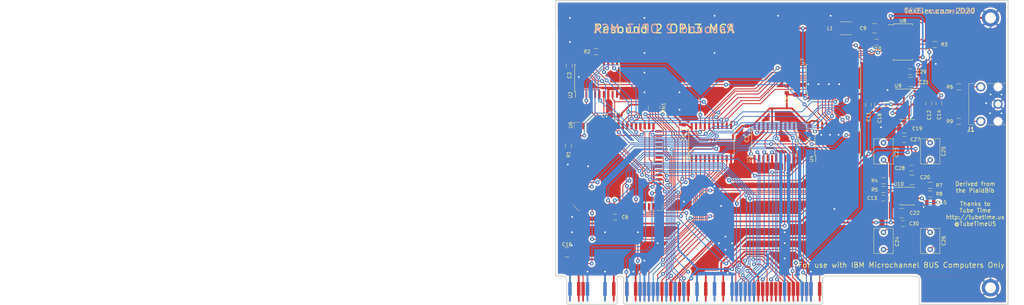
<source format=kicad_pcb>
(kicad_pcb (version 20171130) (host pcbnew "(5.1.6)-1")
  (title_block (title "Plaid Bib Ad Lib MCA Clone") (comment 1 "Copyright (C) 2019 Eric Schlaepfer") (comment 2 "License. See https://creativecommons.org/licenses/by-sa/4.0/") (comment 3 "This work is licensed under a Creative Commons Attribution-ShareAlike 4.0 International"))
  (layers (0 F.Cu signal) (31 B.Cu signal) (34 B.Paste user) (35 F.Paste user) (36 B.SilkS user) (37 F.SilkS user) (38 B.Mask user hide) (39 F.Mask user hide) (44 Edge.Cuts user))
  (net 0 "")
  (net 1 +5V)
  (net 2 GND)
  (net 3 +12V)
  (net 4 -12V)
  (net 5 "Net-(C13-Pad1)")
  (net 6 "Net-(C23-Pad1)")
  (net 7 "Net-(C24-Pad1)")
  (net 8 "Net-(C25-Pad1)")
  (net 9 "Net-(C26-Pad1)")
  (net 10 /A9)
  (net 11 /A3)
  (net 12 /A0)
  (net 13 /~ADL)
  (net 14 /M_~IO)
  (net 15 /14.3M)
  (net 16 /A15)
  (net 17 /A14)
  (net 18 /A13)
  (net 19 /CHRESET)
  (net 20 "Net-(R1-Pad2)")
  (net 21 /~BUFENL)
  (net 22 /D7)
  (net 23 /D6)
  (net 24 /D5)
  (net 25 /D4)
  (net 26 /D3)
  (net 27 /D2)
  (net 28 /D1)
  (net 29 /D0)
  (net 30 /BUFDIR)
  (net 31 /ID_~OE)
  (net 32 /~101RD)
  (net 33 /~100RD)
  (net 34 /CDEN)
  (net 35 /YM_~IC)
  (net 36 /~MATCH103HI)
  (net 37 /YM_A0)
  (net 38 /~MATCHA)
  (net 39 /~RD)
  (net 40 /~WR)
  (net 41 "Net-(U7-Pad23)")
  (net 42 "Net-(U7-Pad21)")
  (net 43 "Net-(U7-Pad20)")
  (net 44 "Net-(J2-PadA1)")
  (net 45 "Net-(J2-PadA32)")
  (net 46 "Net-(J2-PadA33)")
  (net 47 "Net-(J2-PadA36)")
  (net 48 "Net-(J2-PadA45)")
  (net 49 "Net-(J2-PadA55)")
  (net 50 "Net-(J2-PadB32)")
  (net 51 "Net-(J2-PadB34)")
  (net 52 "Net-(J2-PadB36)")
  (net 53 "Net-(RN1-Pad6)")
  (net 54 "Net-(RN1-Pad5)")
  (net 55 /AOUT)
  (net 56 /CH1)
  (net 57 "Net-(C13-Pad2)")
  (net 58 /CH2)
  (net 59 "Net-(C15-Pad1)")
  (net 60 "Net-(C15-Pad2)")
  (net 61 /CV)
  (net 62 "Net-(C23-Pad2)")
  (net 63 "Net-(C25-Pad2)")
  (net 64 /LEFT)
  (net 65 /RIGHT)
  (net 66 /A12)
  (net 67 /A11)
  (net 68 /A10)
  (net 69 /A8)
  (net 70 /A7)
  (net 71 /A6)
  (net 72 /A5)
  (net 73 /A4)
  (net 74 /A2)
  (net 75 /A1)
  (net 76 "Net-(R2-Pad2)")
  (net 77 /SWIN)
  (net 78 "Net-(R3-Pad1)")
  (net 79 /~688)
  (net 80 /YM_A1)
  (net 81 "Net-(U4-Pad12)")
  (net 82 "Net-(U6-Pad43)")
  (net 83 "Net-(U6-Pad39)")
  (net 84 "Net-(U6-Pad40)")
  (net 85 "Net-(U6-Pad34)")
  (net 86 /~CD_SEL)
  (net 87 "Net-(U6-Pad14)")
  (net 88 "Net-(U6-Pad10)")
  (net 89 "Net-(U6-Pad15)")
  (net 90 "Net-(U6-Pad13)")
  (net 91 "Net-(U6-Pad61)")
  (net 92 "Net-(U6-Pad67)")
  (net 93 "Net-(U6-Pad9)")
  (net 94 "Net-(U6-Pad7)")
  (net 95 "Net-(U6-Pad60)")
  (net 96 "Net-(U6-Pad64)")
  (net 97 "Net-(U6-Pad66)")
  (net 98 "Net-(U6-Pad68)")
  (net 99 "Net-(U6-Pad8)")
  (net 100 "Net-(U6-Pad2)")
  (net 101 "Net-(U7-Pad22)")
  (net 102 "Net-(U7-Pad19)")
  (net 103 "Net-(U7-Pad2)")
  (net 104 "Net-(U8-Pad15)")
  (net 105 /MP)
  (net 106 "Net-(RN1-Pad8)")
  (net 107 "Net-(RN1-Pad7)")
  (net 108 "Net-(J2-PadA11)")
  (net 109 DB4)
  (net 110 DB3)
  (net 111 DB1)
  (net 112 DB0)
  (net 113 DB2)
  (net 114 DB5)
  (net 115 DB6)
  (net 116 DB7)
  (module AdlibMCA:BUS_MCA_ADLIB (layer F.Cu) (at 118.745 123.19)
    (fp_text reference J2 hide)
    (fp_text value BUS_MCA hide)
    (pad B50 smd custom (at -4.445 7.5692) (size 1.016 3.937) (layers B.Cu B.Mask) (net 2 GND) (options (clearance outline) (anchor rect)) (primitives (gr_line (start 0 1.3208) (end 0 3.4544) (width 0.508))))
    (pad B45 smd custom (at 1.905 7.5692) (size 1.016 3.937) (layers B.Cu B.Mask) (net 2 GND) (options (clearance outline) (anchor rect)) (primitives (gr_line (start 0 1.3208) (end 0 3.4544) (width 0.508))))
    (pad B42 smd custom (at 5.715 7.5692) (size 1.016 3.937) (layers B.Cu B.Mask) (net 19 /CHRESET) (options (clearance outline) (anchor rect)) (primitives (gr_line (start 0 1.3208) (end 0 3.4544) (width 0.508))))
    (pad B41 smd custom (at 6.985 7.5692) (size 1.016 3.937) (layers B.Cu B.Mask) (net 2 GND) (options (clearance outline) (anchor rect)) (primitives (gr_line (start 0 1.3208) (end 0 3.4544) (width 0.508))))
    (pad B40 smd custom (at 8.255 7.5692) (size 1.016 3.937) (layers B.Cu B.Mask) (net 109 DB4) (options (clearance outline) (anchor rect)) (primitives (gr_line (start 0 1.3208) (end 0 3.4544) (width 0.508))))
    (pad B39 smd custom (at 9.525 7.5692) (size 1.016 3.937) (layers B.Cu B.Mask) (net 110 DB3) (options (clearance outline) (anchor rect)) (primitives (gr_line (start 0 1.3208) (end 0 3.4544) (width 0.508))))
    (pad B38 smd custom (at 10.795 7.5692) (size 1.016 3.937) (layers B.Cu B.Mask) (net 111 DB1) (options (clearance outline) (anchor rect)) (primitives (gr_line (start 0 1.3208) (end 0 3.4544) (width 0.508))))
    (pad B36 smd custom (at 13.335 7.5692) (size 1.016 3.937) (layers B.Cu B.Mask) (net 52 "Net-(J2-PadB36)") (options (clearance outline) (anchor rect)) (primitives (gr_line (start 0 1.3208) (end 0 3.4544) (width 0.508))))
    (pad B34 smd custom (at 15.875 7.5692) (size 1.016 3.937) (layers B.Cu B.Mask) (net 51 "Net-(J2-PadB34)") (options (clearance outline) (anchor rect)) (primitives (gr_line (start 0 1.3208) (end 0 3.4544) (width 0.508))))
    (pad B32 smd custom (at 18.415 7.5692) (size 1.016 3.937) (layers B.Cu B.Mask) (net 50 "Net-(J2-PadB32)") (options (clearance outline) (anchor rect)) (primitives (gr_line (start 0 1.3208) (end 0 3.4544) (width 0.508))))
    (pad B29 smd custom (at 22.225 7.5692) (size 1.016 3.937) (layers B.Cu B.Mask) (net 2 GND) (options (clearance outline) (anchor rect)) (primitives (gr_line (start 0 1.3208) (end 0 3.4544) (width 0.508))))
    (pad B25 smd custom (at 27.305 7.5692) (size 1.016 3.937) (layers B.Cu B.Mask) (net 2 GND) (options (clearance outline) (anchor rect)) (primitives (gr_line (start 0 1.3208) (end 0 3.4544) (width 0.508))))
    (pad B21 smd custom (at 32.385 7.5692) (size 1.016 3.937) (layers B.Cu B.Mask) (net 2 GND) (options (clearance outline) (anchor rect)) (primitives (gr_line (start 0 1.3208) (end 0 3.4544) (width 0.508))))
    (pad B20 smd custom (at 33.655 7.5692) (size 1.016 3.937) (layers B.Cu B.Mask) (net 66 /A12) (options (clearance outline) (anchor rect)) (primitives (gr_line (start 0 1.3208) (end 0 3.4544) (width 0.508))))
    (pad B19 smd custom (at 34.925 7.5692) (size 1.016 3.937) (layers B.Cu B.Mask) (net 18 /A13) (options (clearance outline) (anchor rect)) (primitives (gr_line (start 0 1.3208) (end 0 3.4544) (width 0.508))))
    (pad B18 smd custom (at 36.195 7.5692) (size 1.016 3.937) (layers B.Cu B.Mask) (net 17 /A14) (options (clearance outline) (anchor rect)) (primitives (gr_line (start 0 1.3208) (end 0 3.4544) (width 0.508))))
    (pad B17 smd custom (at 37.465 7.5692) (size 1.016 3.937) (layers B.Cu B.Mask) (net 2 GND) (options (clearance outline) (anchor rect)) (primitives (gr_line (start 0 1.3208) (end 0 3.4544) (width 0.508))))
    (pad B16 smd custom (at 38.735 7.5692) (size 1.016 3.937) (layers B.Cu B.Mask) (net 16 /A15) (options (clearance outline) (anchor rect)) (primitives (gr_line (start 0 1.3208) (end 0 3.4544) (width 0.508))))
    (pad B9 smd custom (at 47.625 7.5692) (size 1.016 3.937) (layers B.Cu B.Mask) (net 2 GND) (options (clearance outline) (anchor rect)) (primitives (gr_line (start 0 1.3208) (end 0 3.4544) (width 0.508))))
    (pad B5 smd custom (at 52.705 7.5692) (size 1.016 3.937) (layers B.Cu B.Mask) (net 2 GND) (options (clearance outline) (anchor rect)) (primitives (gr_line (start 0 1.3208) (end 0 3.4544) (width 0.508))))
    (pad B4 smd custom (at 53.975 7.5692) (size 1.016 3.937) (layers B.Cu B.Mask) (net 15 /14.3M) (options (clearance outline) (anchor rect)) (primitives (gr_line (start 0 1.3208) (end 0 3.4544) (width 0.508))))
    (pad B3 smd custom (at 55.245 7.5692) (size 1.016 3.937) (layers B.Cu B.Mask) (net 2 GND) (options (clearance outline) (anchor rect)) (primitives (gr_line (start 0 1.3208) (end 0 3.4544) (width 0.508))))
    (pad A1 smd custom (at 57.785 7.5692) (size 1.016 3.937) (layers F.Cu F.Mask) (net 44 "Net-(J2-PadA1)") (options (clearance outline) (anchor rect)) (primitives (gr_line (start 0 1.3208) (end 0 3.4544) (width 0.508))))
    (pad A3 smd custom (at 55.245 7.5692) (size 1.016 3.937) (layers F.Cu F.Mask) (net 2 GND) (options (clearance outline) (anchor rect)) (primitives (gr_line (start 0 1.3208) (end 0 3.4544) (width 0.508))))
    (pad A4 smd custom (at 53.975 7.5692) (size 1.016 3.937) (layers F.Cu F.Mask) (net 67 /A11) (options (clearance outline) (anchor rect)) (primitives (gr_line (start 0 1.3208) (end 0 3.4544) (width 0.508))))
    (pad A5 smd custom (at 52.705 7.5692) (size 1.016 3.937) (layers F.Cu F.Mask) (net 68 /A10) (options (clearance outline) (anchor rect)) (primitives (gr_line (start 0 1.3208) (end 0 3.4544) (width 0.508))))
    (pad A6 smd custom (at 51.435 7.5692) (size 1.016 3.937) (layers F.Cu F.Mask) (net 10 /A9) (options (clearance outline) (anchor rect)) (primitives (gr_line (start 0 1.3208) (end 0 3.4544) (width 0.508))))
    (pad A7 smd custom (at 50.165 7.5692) (size 1.016 3.937) (layers F.Cu F.Mask) (net 1 +5V) (options (clearance outline) (anchor rect)) (primitives (gr_line (start 0 1.3208) (end 0 3.4544) (width 0.508))))
    (pad A8 smd custom (at 48.895 7.5692) (size 1.016 3.937) (layers F.Cu F.Mask) (net 69 /A8) (options (clearance outline) (anchor rect)) (primitives (gr_line (start 0 1.3208) (end 0 3.4544) (width 0.508))))
    (pad A9 smd custom (at 47.625 7.5692) (size 1.016 3.937) (layers F.Cu F.Mask) (net 70 /A7) (options (clearance outline) (anchor rect)) (primitives (gr_line (start 0 1.3208) (end 0 3.4544) (width 0.508))))
    (pad A10 smd custom (at 46.355 7.5692) (size 1.016 3.937) (layers F.Cu F.Mask) (net 71 /A6) (options (clearance outline) (anchor rect)) (primitives (gr_line (start 0 1.3208) (end 0 3.4544) (width 0.508))))
    (pad A11 smd custom (at 45.085 7.5692) (size 1.016 3.937) (layers F.Cu F.Mask) (net 108 "Net-(J2-PadA11)") (options (clearance outline) (anchor rect)) (primitives (gr_line (start 0 1.3208) (end 0 3.4544) (width 0.508))))
    (pad A12 smd custom (at 43.815 7.5692) (size 1.016 3.937) (layers F.Cu F.Mask) (net 72 /A5) (options (clearance outline) (anchor rect)) (primitives (gr_line (start 0 1.3208) (end 0 3.4544) (width 0.508))))
    (pad A13 smd custom (at 42.545 7.5692) (size 1.016 3.937) (layers F.Cu F.Mask) (net 73 /A4) (options (clearance outline) (anchor rect)) (primitives (gr_line (start 0 1.3208) (end 0 3.4544) (width 0.508))))
    (pad A14 smd custom (at 41.275 7.5692) (size 1.016 3.937) (layers F.Cu F.Mask) (net 11 /A3) (options (clearance outline) (anchor rect)) (primitives (gr_line (start 0 1.3208) (end 0 3.4544) (width 0.508))))
    (pad A15 smd custom (at 40.005 7.5692) (size 1.016 3.937) (layers F.Cu F.Mask) (net 1 +5V) (options (clearance outline) (anchor rect)) (primitives (gr_line (start 0 1.3208) (end 0 3.4544) (width 0.508))))
    (pad A16 smd custom (at 38.735 7.5692) (size 1.016 3.937) (layers F.Cu F.Mask) (net 74 /A2) (options (clearance outline) (anchor rect)) (primitives (gr_line (start 0 1.3208) (end 0 3.4544) (width 0.508))))
    (pad A17 smd custom (at 37.465 7.5692) (size 1.016 3.937) (layers F.Cu F.Mask) (net 75 /A1) (options (clearance outline) (anchor rect)) (primitives (gr_line (start 0 1.3208) (end 0 3.4544) (width 0.508))))
    (pad A18 smd custom (at 36.195 7.5692) (size 1.016 3.937) (layers F.Cu F.Mask) (net 12 /A0) (options (clearance outline) (anchor rect)) (primitives (gr_line (start 0 1.3208) (end 0 3.4544) (width 0.508))))
    (pad A20 smd custom (at 33.655 7.5692) (size 1.016 3.937) (layers F.Cu F.Mask) (net 13 /~ADL) (options (clearance outline) (anchor rect)) (primitives (gr_line (start 0 1.3208) (end 0 3.4544) (width 0.508))))
    (pad A23 smd custom (at 29.845 7.5692) (size 1.016 3.937) (layers F.Cu F.Mask) (net 4 -12V) (options (clearance outline) (anchor rect)) (primitives (gr_line (start 0 1.3208) (end 0 3.4544) (width 0.508))))
    (pad A27 smd custom (at 24.765 7.5692) (size 1.016 3.937) (layers F.Cu F.Mask) (net 4 -12V) (options (clearance outline) (anchor rect)) (primitives (gr_line (start 0 1.3208) (end 0 3.4544) (width 0.508))))
    (pad A31 smd custom (at 19.685 7.5692) (size 1.016 3.937) (layers F.Cu F.Mask) (net 1 +5V) (options (clearance outline) (anchor rect)) (primitives (gr_line (start 0 1.3208) (end 0 3.4544) (width 0.508))))
    (pad A32 smd custom (at 18.415 7.5692) (size 1.016 3.937) (layers F.Cu F.Mask) (net 45 "Net-(J2-PadA32)") (options (clearance outline) (anchor rect)) (primitives (gr_line (start 0 1.3208) (end 0 3.4544) (width 0.508))))
    (pad A33 smd custom (at 17.145 7.5692) (size 1.016 3.937) (layers F.Cu F.Mask) (net 46 "Net-(J2-PadA33)") (options (clearance outline) (anchor rect)) (primitives (gr_line (start 0 1.3208) (end 0 3.4544) (width 0.508))))
    (pad A34 smd custom (at 15.875 7.5692) (size 1.016 3.937) (layers F.Cu F.Mask) (net 14 /M_~IO) (options (clearance outline) (anchor rect)) (primitives (gr_line (start 0 1.3208) (end 0 3.4544) (width 0.508))))
    (pad A35 smd custom (at 14.605 7.5692) (size 1.016 3.937) (layers F.Cu F.Mask) (net 3 +12V) (options (clearance outline) (anchor rect)) (primitives (gr_line (start 0 1.3208) (end 0 3.4544) (width 0.508))))
    (pad A36 smd custom (at 13.335 7.5692) (size 1.016 3.937) (layers F.Cu F.Mask) (net 47 "Net-(J2-PadA36)") (options (clearance outline) (anchor rect)) (primitives (gr_line (start 0 1.3208) (end 0 3.4544) (width 0.508))))
    (pad A37 smd custom (at 12.065 7.5692) (size 1.016 3.937) (layers F.Cu F.Mask) (net 112 DB0) (options (clearance outline) (anchor rect)) (primitives (gr_line (start 0 1.3208) (end 0 3.4544) (width 0.508))))
    (pad A38 smd custom (at 10.795 7.5692) (size 1.016 3.937) (layers F.Cu F.Mask) (net 113 DB2) (options (clearance outline) (anchor rect)) (primitives (gr_line (start 0 1.3208) (end 0 3.4544) (width 0.508))))
    (pad A40 smd custom (at 8.255 7.5692) (size 1.016 3.937) (layers F.Cu F.Mask) (net 114 DB5) (options (clearance outline) (anchor rect)) (primitives (gr_line (start 0 1.3208) (end 0 3.4544) (width 0.508))))
    (pad A41 smd custom (at 6.985 7.5692) (size 1.016 3.937) (layers F.Cu F.Mask) (net 115 DB6) (options (clearance outline) (anchor rect)) (primitives (gr_line (start 0 1.3208) (end 0 3.4544) (width 0.508))))
    (pad A42 smd custom (at 5.715 7.5692) (size 1.016 3.937) (layers F.Cu F.Mask) (net 116 DB7) (options (clearance outline) (anchor rect)) (primitives (gr_line (start 0 1.3208) (end 0 3.4544) (width 0.508))))
    (pad A43 smd custom (at 4.445 7.5692) (size 1.016 3.937) (layers F.Cu F.Mask) (net 2 GND) (options (clearance outline) (anchor rect)) (primitives (gr_line (start 0 1.3208) (end 0 3.4544) (width 0.508))))
    (pad A45 smd custom (at 1.905 7.5692) (size 1.016 3.937) (layers F.Cu F.Mask) (net 48 "Net-(J2-PadA45)") (options (clearance outline) (anchor rect)) (primitives (gr_line (start 0 1.3208) (end 0 3.4544) (width 0.508))))
    (pad A48 smd custom (at -1.905 7.5692) (size 1.016 3.937) (layers F.Cu F.Mask) (net 1 +5V) (options (clearance outline) (anchor rect)) (primitives (gr_line (start 0 1.3208) (end 0 3.4544) (width 0.508))))
    (pad B54 smd custom (at -9.525 7.5692) (size 1.016 3.937) (layers B.Cu B.Mask) (net 2 GND) (options (clearance outline) (anchor rect)) (primitives (gr_line (start 0 1.3208) (end 0 3.4544) (width 0.508))))
    (pad B58 smd custom (at -14.605 7.5692) (size 1.016 3.937) (layers B.Cu B.Mask) (net 2 GND) (options (clearance outline) (anchor rect)) (primitives (gr_line (start 0 1.3208) (end 0 3.4544) (width 0.508))))
    (pad A55 smd custom (at -10.795 7.5692) (size 1.016 3.937) (layers F.Cu F.Mask) (net 49 "Net-(J2-PadA55)") (options (clearance outline) (anchor rect)) (primitives (gr_line (start 0 1.3208) (end 0 3.4544) (width 0.508))))
    (pad A56 smd custom (at -12.065 7.5692) (size 1.016 3.937) (layers F.Cu F.Mask) (net 1 +5V) (options (clearance outline) (anchor rect)) (primitives (gr_line (start 0 1.3208) (end 0 3.4544) (width 0.508))))
  )
  (module Capacitor_SMD:C_1210_3225Metric (layer F.Cu) (at 170.17 72.93 90)
    (fp_text reference C17 (at -3.89 0.05 90) (layer F.SilkS))
    (fp_text value 10uF)
    (pad 2 smd roundrect (at 1.4 0 90) (size 1.25 2.65) (layers F.Cu F.Paste F.Mask) (roundrect_rratio 0.2) (net 2 GND))
    (pad 1 smd roundrect (at -1.4 0 90) (size 1.25 2.65) (layers F.Cu F.Paste F.Mask) (roundrect_rratio 0.2) (net 1 +5V))
  )
  (module Capacitor_SMD:C_1210_3225Metric (layer F.Cu) (at 192.42 55.08 180)
    (fp_text reference C9 (at 3.3 0.01) (layer F.SilkS))
    (fp_text value 10uF)
    (pad 2 smd roundrect (at 1.4 0 180) (size 1.25 2.65) (layers F.Cu F.Paste F.Mask) (roundrect_rratio 0.2) (net 2 GND))
    (pad 1 smd roundrect (at -1.4 0 180) (size 1.25 2.65) (layers F.Cu F.Paste F.Mask) (roundrect_rratio 0.2) (net 1 +5V))
  )
  (module Capacitor_SMD:C_1210_3225Metric (layer F.Cu) (at 193.84 77.31 270)
    (fp_text reference C18 (at 3.87 -0.05 90) (layer F.SilkS))
    (fp_text value 10uf)
    (pad 2 smd roundrect (at 1.4 0 270) (size 1.25 2.65) (layers F.Cu F.Paste F.Mask) (roundrect_rratio 0.2) (net 2 GND))
    (pad 1 smd roundrect (at -1.4 0 270) (size 1.25 2.65) (layers F.Cu F.Paste F.Mask) (roundrect_rratio 0.2) (net 61 /CV))
  )
  (module Capacitor_SMD:C_1210_3225Metric (layer F.Cu) (at 202.93 70.65)
    (fp_text reference C21 (at 3.82 0.1) (layer F.SilkS))
    (fp_text value 10uF)
    (pad 2 smd roundrect (at 1.4 0) (size 1.25 2.65) (layers F.Cu F.Paste F.Mask) (roundrect_rratio 0.2) (net 2 GND))
    (pad 1 smd roundrect (at -1.4 0) (size 1.25 2.65) (layers F.Cu F.Paste F.Mask) (roundrect_rratio 0.2) (net 3 +12V))
  )
  (module Capacitor_SMD:C_1210_3225Metric (layer F.Cu) (at 201.03 84.15)
    (fp_text reference C19 (at 3.78 0.03) (layer F.SilkS))
    (fp_text value 10uF)
    (pad 2 smd roundrect (at 1.4 0) (size 1.25 2.65) (layers F.Cu F.Paste F.Mask) (roundrect_rratio 0.2) (net 4 -12V))
    (pad 1 smd roundrect (at -1.4 0) (size 1.25 2.65) (layers F.Cu F.Paste F.Mask) (roundrect_rratio 0.2) (net 2 GND))
  )
  (module Capacitor_SMD:C_1210_3225Metric (layer F.Cu) (at 200.28 108.75)
    (fp_text reference C22 (at 3.77 -0.04) (layer F.SilkS))
    (fp_text value 10uF)
    (pad 2 smd roundrect (at 1.4 0) (size 1.25 2.65) (layers F.Cu F.Paste F.Mask) (roundrect_rratio 0.2) (net 2 GND))
    (pad 1 smd roundrect (at -1.4 0) (size 1.25 2.65) (layers F.Cu F.Paste F.Mask) (roundrect_rratio 0.2) (net 4 -12V))
  )
  (module Capacitor_SMD:C_1210_3225Metric (layer F.Cu) (at 203.32 99.07)
    (fp_text reference C20 (at 3.76 -0.73) (layer F.SilkS))
    (fp_text value 10uF)
    (pad 2 smd roundrect (at 1.4 0) (size 1.25 2.65) (layers F.Cu F.Paste F.Mask) (roundrect_rratio 0.2) (net 3 +12V))
    (pad 1 smd roundrect (at -1.4 0) (size 1.25 2.65) (layers F.Cu F.Paste F.Mask) (roundrect_rratio 0.2) (net 2 GND))
  )
  (module Capacitor_SMD:C_1210_3225Metric (layer F.Cu) (at 103.27 120.11)
    (fp_text reference C16 (at 0 -2.28) (layer F.SilkS))
    (fp_text value 10uF)
    (pad 2 smd roundrect (at 1.4 0) (size 1.25 2.65) (layers F.Cu F.Paste F.Mask) (roundrect_rratio 0.2) (net 2 GND))
    (pad 1 smd roundrect (at -1.4 0) (size 1.25 2.65) (layers F.Cu F.Paste F.Mask) (roundrect_rratio 0.2) (net 1 +5V))
  )
  (module Resistor_SMD:R_Array_Convex_4x0603 (layer F.Cu) (at 128.51 78.12 270)
    (fp_text reference RN1 (at 0 -2.8 90) (layer F.SilkS))
    (fp_text value 10K)
    (pad 5 smd rect (at 0.9 1.2 270) (size 0.8 0.5) (layers F.Cu F.Paste F.Mask) (net 54 "Net-(RN1-Pad5)"))
    (pad 6 smd rect (at 0.9 0.4 270) (size 0.8 0.4) (layers F.Cu F.Paste F.Mask) (net 53 "Net-(RN1-Pad6)"))
    (pad 8 smd rect (at 0.9 -1.2 270) (size 0.8 0.5) (layers F.Cu F.Paste F.Mask) (net 106 "Net-(RN1-Pad8)"))
    (pad 7 smd rect (at 0.9 -0.4 270) (size 0.8 0.4) (layers F.Cu F.Paste F.Mask) (net 107 "Net-(RN1-Pad7)"))
    (pad 4 smd rect (at -0.9 1.2 270) (size 0.8 0.5) (layers F.Cu F.Paste F.Mask) (net 1 +5V))
    (pad 2 smd rect (at -0.9 -0.4 270) (size 0.8 0.4) (layers F.Cu F.Paste F.Mask) (net 1 +5V))
    (pad 3 smd rect (at -0.9 0.4 270) (size 0.8 0.4) (layers F.Cu F.Paste F.Mask) (net 1 +5V))
    (pad 1 smd rect (at -0.9 -1.2 270) (size 0.8 0.5) (layers F.Cu F.Paste F.Mask) (net 1 +5V))
  )
  (module Capacitors_SMD:C_0805 (layer F.Cu) (at 208.61 105.63)
    (fp_text reference C15 (at 3.28 0.02) (layer F.SilkS))
    (fp_text value 1n)
    (pad 1 smd rect (at -1 0) (size 1 1.25) (layers F.Cu F.Paste F.Mask) (net 59 "Net-(C15-Pad1)"))
    (pad 2 smd rect (at 1 0) (size 1 1.25) (layers F.Cu F.Paste F.Mask) (net 60 "Net-(C15-Pad2)"))
  )
  (module Capacitors_SMD:C_0805 (layer F.Cu) (at 211.11 76.9 270)
    (fp_text reference C14 (at 3.29 -0.04 90) (layer F.SilkS))
    (fp_text value 2.7nf)
    (pad 1 smd rect (at -1 0 270) (size 1 1.25) (layers F.Cu F.Paste F.Mask) (net 58 /CH2))
    (pad 2 smd rect (at 1 0 270) (size 1 1.25) (layers F.Cu F.Paste F.Mask) (net 2 GND))
  )
  (module Capacitors_SMD:C_0805 (layer F.Cu) (at 194.98 104.39)
    (fp_text reference C13 (at -3.26 0) (layer F.SilkS))
    (fp_text value 1n)
    (pad 2 smd rect (at 1 0) (size 1 1.25) (layers F.Cu F.Paste F.Mask) (net 57 "Net-(C13-Pad2)"))
    (pad 1 smd rect (at -1 0) (size 1 1.25) (layers F.Cu F.Paste F.Mask) (net 5 "Net-(C13-Pad1)"))
  )
  (module Capacitors_THT:C_Rect_L7.2mm_W5.5mm_P5.00mm_FKS2_FKP2_MKS2_MKP2 (layer F.Cu) (at 195.03 119.31 90)
    (fp_text reference C24 (at 2.31 3.94 90) (layer F.SilkS))
    (fp_text value 1uf)
    (pad 1 thru_hole circle (at 0 0 90) (size 1.6 1.6) (drill 0.8) (layers *.Cu *.Mask) (net 7 "Net-(C24-Pad1)"))
    (pad 2 thru_hole circle (at 5 0 90) (size 1.6 1.6) (drill 0.8) (layers *.Cu *.Mask) (net 57 "Net-(C13-Pad2)"))
  )
  (module Capacitors_THT:C_Rect_L7.2mm_W5.5mm_P5.00mm_FKS2_FKP2_MKS2_MKP2 (layer F.Cu) (at 208.56 93.31 90)
    (fp_text reference C25 (at 2.51 3.88 90) (layer F.SilkS))
    (fp_text value 1uf)
    (pad 2 thru_hole circle (at 5 0 90) (size 1.6 1.6) (drill 0.8) (layers *.Cu *.Mask) (net 63 "Net-(C25-Pad2)"))
    (pad 1 thru_hole circle (at 0 0 90) (size 1.6 1.6) (drill 0.8) (layers *.Cu *.Mask) (net 8 "Net-(C25-Pad1)"))
  )
  (module Inductors_SMD:L_1812 (layer F.Cu) (at 184.14 55.08)
    (fp_text reference L1 (at -4.61 0.02) (layer F.SilkS))
    (fp_text value 820uh)
    (pad 2 smd rect (at 2.44 0) (size 1.6 3.5) (layers F.Cu F.Paste F.Mask) (net 1 +5V))
    (pad 1 smd rect (at -2.44 0) (size 1.6 3.5) (layers F.Cu F.Paste F.Mask) (net 1 +5V))
  )
  (module Capacitors_THT:C_Rect_L7.2mm_W5.5mm_P5.00mm_FKS2_FKP2_MKS2_MKP2 (layer F.Cu) (at 208.56 119.31 90)
    (fp_text reference C26 (at 2.54 3.93 90) (layer F.SilkS))
    (fp_text value 1uf)
    (pad 2 thru_hole circle (at 5 0 90) (size 1.6 1.6) (drill 0.8) (layers *.Cu *.Mask) (net 59 "Net-(C15-Pad1)"))
    (pad 1 thru_hole circle (at 0 0 90) (size 1.6 1.6) (drill 0.8) (layers *.Cu *.Mask) (net 9 "Net-(C26-Pad1)"))
  )
  (module Capacitors_THT:C_Rect_L7.2mm_W5.5mm_P5.00mm_FKS2_FKP2_MKS2_MKP2 (layer F.Cu) (at 195.03 93.31 90)
    (fp_text reference C23 (at 2.22 3.8 90) (layer F.SilkS))
    (fp_text value 1uf)
    (pad 1 thru_hole circle (at 0 0 90) (size 1.6 1.6) (drill 0.8) (layers *.Cu *.Mask) (net 6 "Net-(C23-Pad1)"))
    (pad 2 thru_hole circle (at 5 0 90) (size 1.6 1.6) (drill 0.8) (layers *.Cu *.Mask) (net 62 "Net-(C23-Pad2)"))
  )
  (module Resistors_SMD:R_0805 (layer F.Cu) (at 103.7 89.15 270)
    (fp_text reference R1 (at 2.55 -0.02 90) (layer F.SilkS))
    (fp_text value 10K)
    (pad 2 smd rect (at 0.95 0 270) (size 0.7 1.3) (layers F.Cu F.Paste F.Mask) (net 20 "Net-(R1-Pad2)"))
    (pad 1 smd rect (at -0.95 0 270) (size 0.7 1.3) (layers F.Cu F.Paste F.Mask) (net 1 +5V))
  )
  (module Resistors_SMD:R_0805 (layer F.Cu) (at 111.672 61.884)
    (fp_text reference R2 (at -2.59 0) (layer F.SilkS))
    (fp_text value 1K)
    (pad 1 smd rect (at -0.95 0) (size 0.7 1.3) (layers F.Cu F.Paste F.Mask) (net 1 +5V))
    (pad 2 smd rect (at 0.95 0) (size 0.7 1.3) (layers F.Cu F.Paste F.Mask) (net 76 "Net-(R2-Pad2)"))
  )
  (module Resistors_SMD:R_0805 (layer F.Cu) (at 209.92 59.79 180)
    (fp_text reference R3 (at -2.72 0) (layer F.SilkS))
    (fp_text value 33)
    (pad 2 smd rect (at 0.95 0 180) (size 0.7 1.3) (layers F.Cu F.Paste F.Mask) (net 77 /SWIN))
    (pad 1 smd rect (at -0.95 0 180) (size 0.7 1.3) (layers F.Cu F.Paste F.Mask) (net 78 "Net-(R3-Pad1)"))
  )
  (module Housings_SOIC:SOIC-20W_7.5x12.8mm_Pitch1.27mm (layer F.Cu) (at 145.145 88.11 90)
    (fp_text reference U1 (at -4.74 -7.66 90) (layer F.SilkS))
    (fp_text value 74HCT245)
    (pad 20 smd rect (at 4.7 -5.715 90) (size 1.95 0.6) (layers F.Cu F.Paste F.Mask) (net 1 +5V))
    (pad 19 smd rect (at 4.7 -4.445 90) (size 1.95 0.6) (layers F.Cu F.Paste F.Mask) (net 21 /~BUFENL))
    (pad 18 smd rect (at 4.7 -3.175 90) (size 1.95 0.6) (layers F.Cu F.Paste F.Mask) (net 22 /D7))
    (pad 17 smd rect (at 4.7 -1.905 90) (size 1.95 0.6) (layers F.Cu F.Paste F.Mask) (net 23 /D6))
    (pad 16 smd rect (at 4.7 -0.635 90) (size 1.95 0.6) (layers F.Cu F.Paste F.Mask) (net 24 /D5))
    (pad 15 smd rect (at 4.7 0.635 90) (size 1.95 0.6) (layers F.Cu F.Paste F.Mask) (net 25 /D4))
    (pad 14 smd rect (at 4.7 1.905 90) (size 1.95 0.6) (layers F.Cu F.Paste F.Mask) (net 26 /D3))
    (pad 13 smd rect (at 4.7 3.175 90) (size 1.95 0.6) (layers F.Cu F.Paste F.Mask) (net 27 /D2))
    (pad 12 smd rect (at 4.7 4.445 90) (size 1.95 0.6) (layers F.Cu F.Paste F.Mask) (net 28 /D1))
    (pad 11 smd rect (at 4.7 5.715 90) (size 1.95 0.6) (layers F.Cu F.Paste F.Mask) (net 29 /D0))
    (pad 10 smd rect (at -4.7 5.715 90) (size 1.95 0.6) (layers F.Cu F.Paste F.Mask) (net 2 GND))
    (pad 9 smd rect (at -4.7 4.445 90) (size 1.95 0.6) (layers F.Cu F.Paste F.Mask) (net 112 DB0))
    (pad 8 smd rect (at -4.7 3.175 90) (size 1.95 0.6) (layers F.Cu F.Paste F.Mask) (net 111 DB1))
    (pad 7 smd rect (at -4.7 1.905 90) (size 1.95 0.6) (layers F.Cu F.Paste F.Mask) (net 113 DB2))
    (pad 6 smd rect (at -4.7 0.635 90) (size 1.95 0.6) (layers F.Cu F.Paste F.Mask) (net 110 DB3))
    (pad 5 smd rect (at -4.7 -0.635 90) (size 1.95 0.6) (layers F.Cu F.Paste F.Mask) (net 109 DB4))
    (pad 4 smd rect (at -4.7 -1.905 90) (size 1.95 0.6) (layers F.Cu F.Paste F.Mask) (net 114 DB5))
    (pad 3 smd rect (at -4.7 -3.175 90) (size 1.95 0.6) (layers F.Cu F.Paste F.Mask) (net 115 DB6))
    (pad 2 smd rect (at -4.7 -4.445 90) (size 1.95 0.6) (layers F.Cu F.Paste F.Mask) (net 116 DB7))
    (pad 1 smd rect (at -4.7 -5.715 90) (size 1.95 0.6) (layers F.Cu F.Paste F.Mask) (net 30 /BUFDIR))
  )
  (module Housings_SOIC:SOIC-20W_7.5x12.8mm_Pitch1.27mm (layer F.Cu) (at 112.067 69.564 90)
    (fp_text reference U2 (at -4.88 -7.75 90) (layer F.SilkS))
    (fp_text value 74HCT244)
    (pad 1 smd rect (at -4.7 -5.715 90) (size 1.95 0.6) (layers F.Cu F.Paste F.Mask) (net 31 /ID_~OE))
    (pad 2 smd rect (at -4.7 -4.445 90) (size 1.95 0.6) (layers F.Cu F.Paste F.Mask) (net 32 /~101RD))
    (pad 3 smd rect (at -4.7 -3.175 90) (size 1.95 0.6) (layers F.Cu F.Paste F.Mask) (net 22 /D7))
    (pad 4 smd rect (at -4.7 -1.905 90) (size 1.95 0.6) (layers F.Cu F.Paste F.Mask) (net 32 /~101RD))
    (pad 5 smd rect (at -4.7 -0.635 90) (size 1.95 0.6) (layers F.Cu F.Paste F.Mask) (net 23 /D6))
    (pad 6 smd rect (at -4.7 0.635 90) (size 1.95 0.6) (layers F.Cu F.Paste F.Mask) (net 32 /~101RD))
    (pad 7 smd rect (at -4.7 1.905 90) (size 1.95 0.6) (layers F.Cu F.Paste F.Mask) (net 24 /D5))
    (pad 8 smd rect (at -4.7 3.175 90) (size 1.95 0.6) (layers F.Cu F.Paste F.Mask) (net 2 GND))
    (pad 9 smd rect (at -4.7 4.445 90) (size 1.95 0.6) (layers F.Cu F.Paste F.Mask) (net 25 /D4))
    (pad 10 smd rect (at -4.7 5.715 90) (size 1.95 0.6) (layers F.Cu F.Paste F.Mask) (net 2 GND))
    (pad 11 smd rect (at 4.7 5.715 90) (size 1.95 0.6) (layers F.Cu F.Paste F.Mask) (net 76 "Net-(R2-Pad2)"))
    (pad 12 smd rect (at 4.7 4.445 90) (size 1.95 0.6) (layers F.Cu F.Paste F.Mask) (net 26 /D3))
    (pad 13 smd rect (at 4.7 3.175 90) (size 1.95 0.6) (layers F.Cu F.Paste F.Mask) (net 33 /~100RD))
    (pad 14 smd rect (at 4.7 1.905 90) (size 1.95 0.6) (layers F.Cu F.Paste F.Mask) (net 27 /D2))
    (pad 15 smd rect (at 4.7 0.635 90) (size 1.95 0.6) (layers F.Cu F.Paste F.Mask) (net 76 "Net-(R2-Pad2)"))
    (pad 16 smd rect (at 4.7 -0.635 90) (size 1.95 0.6) (layers F.Cu F.Paste F.Mask) (net 28 /D1))
    (pad 17 smd rect (at 4.7 -1.905 90) (size 1.95 0.6) (layers F.Cu F.Paste F.Mask) (net 32 /~101RD))
    (pad 18 smd rect (at 4.7 -3.175 90) (size 1.95 0.6) (layers F.Cu F.Paste F.Mask) (net 29 /D0))
    (pad 19 smd rect (at 4.7 -4.445 90) (size 1.95 0.6) (layers F.Cu F.Paste F.Mask) (net 31 /ID_~OE))
    (pad 20 smd rect (at 4.7 -5.715 90) (size 1.95 0.6) (layers F.Cu F.Paste F.Mask) (net 1 +5V))
  )
  (module Resistors_SMD:R_0805 (layer F.Cu) (at 208.56 103.16)
    (fp_text reference R8 (at 2.61 0.03) (layer F.SilkS))
    (fp_text value 10K)
    (pad 2 smd rect (at 0.95 0) (size 0.7 1.3) (layers F.Cu F.Paste F.Mask) (net 60 "Net-(C15-Pad2)"))
    (pad 1 smd rect (at -0.95 0) (size 0.7 1.3) (layers F.Cu F.Paste F.Mask) (net 59 "Net-(C15-Pad1)"))
  )
  (module Housings_SOIC:SOIC-20W_7.5x12.8mm_Pitch1.27mm (layer F.Cu) (at 181.72 88.14 90)
    (fp_text reference U4 (at -4.84 -7.55 90) (layer F.SilkS))
    (fp_text value ATF16V8B)
    (pad 20 smd rect (at 4.7 -5.715 90) (size 1.95 0.6) (layers F.Cu F.Paste F.Mask) (net 1 +5V))
    (pad 19 smd rect (at 4.7 -4.445 90) (size 1.95 0.6) (layers F.Cu F.Paste F.Mask) (net 31 /ID_~OE))
    (pad 18 smd rect (at 4.7 -3.175 90) (size 1.95 0.6) (layers F.Cu F.Paste F.Mask) (net 35 /YM_~IC))
    (pad 17 smd rect (at 4.7 -1.905 90) (size 1.95 0.6) (layers F.Cu F.Paste F.Mask) (net 37 /YM_A0))
    (pad 16 smd rect (at 4.7 -0.635 90) (size 1.95 0.6) (layers F.Cu F.Paste F.Mask) (net 80 /YM_A1))
    (pad 15 smd rect (at 4.7 0.635 90) (size 1.95 0.6) (layers F.Cu F.Paste F.Mask) (net 86 /~CD_SEL))
    (pad 14 smd rect (at 4.7 1.905 90) (size 1.95 0.6) (layers F.Cu F.Paste F.Mask) (net 33 /~100RD))
    (pad 13 smd rect (at 4.7 3.175 90) (size 1.95 0.6) (layers F.Cu F.Paste F.Mask) (net 32 /~101RD))
    (pad 12 smd rect (at 4.7 4.445 90) (size 1.95 0.6) (layers F.Cu F.Paste F.Mask) (net 81 "Net-(U4-Pad12)"))
    (pad 11 smd rect (at 4.7 5.715 90) (size 1.95 0.6) (layers F.Cu F.Paste F.Mask) (net 14 /M_~IO))
    (pad 10 smd rect (at -4.7 5.715 90) (size 1.95 0.6) (layers F.Cu F.Paste F.Mask) (net 2 GND))
    (pad 9 smd rect (at -4.7 4.445 90) (size 1.95 0.6) (layers F.Cu F.Paste F.Mask) (net 19 /CHRESET))
    (pad 8 smd rect (at -4.7 3.175 90) (size 1.95 0.6) (layers F.Cu F.Paste F.Mask) (net 74 /A2))
    (pad 7 smd rect (at -4.7 1.905 90) (size 1.95 0.6) (layers F.Cu F.Paste F.Mask) (net 75 /A1))
    (pad 6 smd rect (at -4.7 0.635 90) (size 1.95 0.6) (layers F.Cu F.Paste F.Mask) (net 12 /A0))
    (pad 5 smd rect (at -4.7 -0.635 90) (size 1.95 0.6) (layers F.Cu F.Paste F.Mask) (net 38 /~MATCHA))
    (pad 4 smd rect (at -4.7 -1.905 90) (size 1.95 0.6) (layers F.Cu F.Paste F.Mask) (net 36 /~MATCH103HI))
    (pad 3 smd rect (at -4.7 -3.175 90) (size 1.95 0.6) (layers F.Cu F.Paste F.Mask) (net 79 /~688))
    (pad 2 smd rect (at -4.7 -4.445 90) (size 1.95 0.6) (layers F.Cu F.Paste F.Mask) (net 34 /CDEN))
    (pad 1 smd rect (at -4.7 -5.715 90) (size 1.95 0.6) (layers F.Cu F.Paste F.Mask) (net 13 /~ADL))
  )
  (module Housings_SOIC:SOIC-20W_7.5x12.8mm_Pitch1.27mm (layer F.Cu) (at 163.388 88.1515 90)
    (fp_text reference U3 (at -4.94 -7.33 90) (layer F.SilkS))
    (fp_text value 74HCT688)
    (pad 20 smd rect (at 4.7 -5.715 90) (size 1.95 0.6) (layers F.Cu F.Paste F.Mask) (net 1 +5V))
    (pad 19 smd rect (at 4.7 -4.445 90) (size 1.95 0.6) (layers F.Cu F.Paste F.Mask) (net 79 /~688))
    (pad 18 smd rect (at 4.7 -3.175 90) (size 1.95 0.6) (layers F.Cu F.Paste F.Mask) (net 2 GND))
    (pad 17 smd rect (at 4.7 -1.905 90) (size 1.95 0.6) (layers F.Cu F.Paste F.Mask) (net 66 /A12))
    (pad 16 smd rect (at 4.7 -0.635 90) (size 1.95 0.6) (layers F.Cu F.Paste F.Mask) (net 1 +5V))
    (pad 15 smd rect (at 4.7 0.635 90) (size 1.95 0.6) (layers F.Cu F.Paste F.Mask) (net 10 /A9))
    (pad 14 smd rect (at 4.7 1.905 90) (size 1.95 0.6) (layers F.Cu F.Paste F.Mask) (net 2 GND))
    (pad 13 smd rect (at 4.7 3.175 90) (size 1.95 0.6) (layers F.Cu F.Paste F.Mask) (net 68 /A10))
    (pad 12 smd rect (at 4.7 4.445 90) (size 1.95 0.6) (layers F.Cu F.Paste F.Mask) (net 2 GND))
    (pad 11 smd rect (at 4.7 5.715 90) (size 1.95 0.6) (layers F.Cu F.Paste F.Mask) (net 67 /A11))
    (pad 10 smd rect (at -4.7 5.715 90) (size 1.95 0.6) (layers F.Cu F.Paste F.Mask) (net 2 GND))
    (pad 9 smd rect (at -4.7 4.445 90) (size 1.95 0.6) (layers F.Cu F.Paste F.Mask) (net 1 +5V))
    (pad 8 smd rect (at -4.7 3.175 90) (size 1.95 0.6) (layers F.Cu F.Paste F.Mask) (net 11 /A3))
    (pad 7 smd rect (at -4.7 1.905 90) (size 1.95 0.6) (layers F.Cu F.Paste F.Mask) (net 2 GND))
    (pad 6 smd rect (at -4.7 0.635 90) (size 1.95 0.6) (layers F.Cu F.Paste F.Mask) (net 16 /A15))
    (pad 5 smd rect (at -4.7 -0.635 90) (size 1.95 0.6) (layers F.Cu F.Paste F.Mask) (net 2 GND))
    (pad 4 smd rect (at -4.7 -1.905 90) (size 1.95 0.6) (layers F.Cu F.Paste F.Mask) (net 17 /A14))
    (pad 3 smd rect (at -4.7 -3.175 90) (size 1.95 0.6) (layers F.Cu F.Paste F.Mask) (net 2 GND))
    (pad 2 smd rect (at -4.7 -4.445 90) (size 1.95 0.6) (layers F.Cu F.Paste F.Mask) (net 18 /A13))
    (pad 1 smd rect (at -4.7 -5.715 90) (size 1.95 0.6) (layers F.Cu F.Paste F.Mask) (net 2 GND))
  )
  (module Housings_LCC:PLCC-68 (layer F.Cu) (at 118.2 95.15 90)
    (fp_text reference U6 (at 11.98 -13.84 90) (layer F.SilkS))
    (fp_text value P82C611)
    (pad 60 smd rect (at 11.6725 -10.16 90) (size 1.925 0.7) (layers F.Cu F.Paste F.Mask) (net 95 "Net-(U6-Pad60)"))
    (pad 59 smd rect (at 11.6725 -8.89 90) (size 1.925 0.7) (layers F.Cu F.Paste F.Mask) (net 74 /A2))
    (pad 58 smd rect (at 11.6725 -7.62 90) (size 1.925 0.7) (layers F.Cu F.Paste F.Mask) (net 75 /A1))
    (pad 57 smd rect (at 11.6725 -6.35 90) (size 1.925 0.7) (layers F.Cu F.Paste F.Mask) (net 12 /A0))
    (pad 56 smd rect (at 11.6725 -5.08 90) (size 1.925 0.7) (layers F.Cu F.Paste F.Mask) (net 22 /D7))
    (pad 55 smd rect (at 11.6725 -3.81 90) (size 1.925 0.7) (layers F.Cu F.Paste F.Mask) (net 23 /D6))
    (pad 54 smd rect (at 11.6725 -2.54 90) (size 1.925 0.7) (layers F.Cu F.Paste F.Mask) (net 24 /D5))
    (pad 53 smd rect (at 11.6725 -1.27 90) (size 1.925 0.7) (layers F.Cu F.Paste F.Mask) (net 25 /D4))
    (pad 52 smd rect (at 11.6725 0 90) (size 1.925 0.7) (layers F.Cu F.Paste F.Mask) (net 1 +5V))
    (pad 51 smd rect (at 11.6725 1.27 90) (size 1.925 0.7) (layers F.Cu F.Paste F.Mask) (net 26 /D3))
    (pad 50 smd rect (at 11.6725 2.54 90) (size 1.925 0.7) (layers F.Cu F.Paste F.Mask) (net 27 /D2))
    (pad 49 smd rect (at 11.6725 3.81 90) (size 1.925 0.7) (layers F.Cu F.Paste F.Mask) (net 28 /D1))
    (pad 48 smd rect (at 11.6725 5.08 90) (size 1.925 0.7) (layers F.Cu F.Paste F.Mask) (net 29 /D0))
    (pad 47 smd rect (at 11.6725 6.35 90) (size 1.925 0.7) (layers F.Cu F.Paste F.Mask) (net 13 /~ADL))
    (pad 46 smd rect (at 11.6725 7.62 90) (size 1.925 0.7) (layers F.Cu F.Paste F.Mask) (net 46 "Net-(J2-PadA33)"))
    (pad 45 smd rect (at 11.6725 8.89 90) (size 1.925 0.7) (layers F.Cu F.Paste F.Mask) (net 45 "Net-(J2-PadA32)"))
    (pad 44 smd rect (at 11.6725 10.16 90) (size 1.925 0.7) (layers F.Cu F.Paste F.Mask) (net 51 "Net-(J2-PadB34)"))
    (pad 43 smd rect (at 10.16 11.6725 90) (size 0.7 1.925) (layers F.Cu F.Paste F.Mask) (net 82 "Net-(U6-Pad43)"))
    (pad 42 smd rect (at 8.89 11.6725 90) (size 0.7 1.925) (layers F.Cu F.Paste F.Mask) (net 54 "Net-(RN1-Pad5)"))
    (pad 41 smd rect (at 7.62 11.6725 90) (size 0.7 1.925) (layers F.Cu F.Paste F.Mask) (net 47 "Net-(J2-PadA36)"))
    (pad 40 smd rect (at 6.35 11.6725 90) (size 0.7 1.925) (layers F.Cu F.Paste F.Mask) (net 84 "Net-(U6-Pad40)"))
    (pad 39 smd rect (at 5.08 11.6725 90) (size 0.7 1.925) (layers F.Cu F.Paste F.Mask) (net 83 "Net-(U6-Pad39)"))
    (pad 38 smd rect (at 3.81 11.6725 90) (size 0.7 1.925) (layers F.Cu F.Paste F.Mask) (net 34 /CDEN))
    (pad 37 smd rect (at 2.54 11.6725 90) (size 0.7 1.925) (layers F.Cu F.Paste F.Mask) (net 30 /BUFDIR))
    (pad 36 smd rect (at 1.27 11.6725 90) (size 0.7 1.925) (layers F.Cu F.Paste F.Mask) (net 21 /~BUFENL))
    (pad 35 smd rect (at 0 11.6725 90) (size 0.7 1.925) (layers F.Cu F.Paste F.Mask) (net 2 GND))
    (pad 34 smd rect (at -1.27 11.6725 90) (size 0.7 1.925) (layers F.Cu F.Paste F.Mask) (net 85 "Net-(U6-Pad34)"))
    (pad 33 smd rect (at -2.54 11.6725 90) (size 0.7 1.925) (layers F.Cu F.Paste F.Mask) (net 50 "Net-(J2-PadB32)"))
    (pad 32 smd rect (at -3.81 11.6725 90) (size 0.7 1.925) (layers F.Cu F.Paste F.Mask) (net 53 "Net-(RN1-Pad6)"))
    (pad 31 smd rect (at -5.08 11.6725 90) (size 0.7 1.925) (layers F.Cu F.Paste F.Mask) (net 49 "Net-(J2-PadA55)"))
    (pad 30 smd rect (at -6.35 11.6725 90) (size 0.7 1.925) (layers F.Cu F.Paste F.Mask) (net 52 "Net-(J2-PadB36)"))
    (pad 29 smd rect (at -7.62 11.6725 90) (size 0.7 1.925) (layers F.Cu F.Paste F.Mask) (net 48 "Net-(J2-PadA45)"))
    (pad 28 smd rect (at -8.89 11.6725 90) (size 0.7 1.925) (layers F.Cu F.Paste F.Mask) (net 86 /~CD_SEL))
    (pad 27 smd rect (at -10.16 11.6725 90) (size 0.7 1.925) (layers F.Cu F.Paste F.Mask) (net 107 "Net-(RN1-Pad7)"))
    (pad 26 smd rect (at -11.6725 10.16 90) (size 1.925 0.7) (layers F.Cu F.Paste F.Mask) (net 44 "Net-(J2-PadA1)"))
    (pad 25 smd rect (at -11.6725 8.89 90) (size 1.925 0.7) (layers F.Cu F.Paste F.Mask) (net 106 "Net-(RN1-Pad8)"))
    (pad 24 smd rect (at -11.6725 7.62 90) (size 1.925 0.7) (layers F.Cu F.Paste F.Mask) (net 14 /M_~IO))
    (pad 23 smd rect (at -11.6725 6.35 90) (size 1.925 0.7) (layers F.Cu F.Paste F.Mask) (net 69 /A8))
    (pad 22 smd rect (at -11.6725 5.08 90) (size 1.925 0.7) (layers F.Cu F.Paste F.Mask) (net 70 /A7))
    (pad 21 smd rect (at -11.6725 3.81 90) (size 1.925 0.7) (layers F.Cu F.Paste F.Mask) (net 38 /~MATCHA))
    (pad 20 smd rect (at -11.6725 2.54 90) (size 1.925 0.7) (layers F.Cu F.Paste F.Mask) (net 71 /A6))
    (pad 19 smd rect (at -11.6725 1.27 90) (size 1.925 0.7) (layers F.Cu F.Paste F.Mask) (net 72 /A5))
    (pad 18 smd rect (at -11.6725 0 90) (size 1.925 0.7) (layers F.Cu F.Paste F.Mask) (net 1 +5V))
    (pad 17 smd rect (at -11.6725 -1.27 90) (size 1.925 0.7) (layers F.Cu F.Paste F.Mask) (net 73 /A4))
    (pad 16 smd rect (at -11.6725 -2.54 90) (size 1.925 0.7) (layers F.Cu F.Paste F.Mask) (net 36 /~MATCH103HI))
    (pad 15 smd rect (at -11.6725 -3.81 90) (size 1.925 0.7) (layers F.Cu F.Paste F.Mask) (net 89 "Net-(U6-Pad15)"))
    (pad 14 smd rect (at -11.6725 -5.08 90) (size 1.925 0.7) (layers F.Cu F.Paste F.Mask) (net 87 "Net-(U6-Pad14)"))
    (pad 13 smd rect (at -11.6725 -6.35 90) (size 1.925 0.7) (layers F.Cu F.Paste F.Mask) (net 90 "Net-(U6-Pad13)"))
    (pad 12 smd rect (at -11.6725 -7.62 90) (size 1.925 0.7) (layers F.Cu F.Paste F.Mask) (net 19 /CHRESET))
    (pad 11 smd rect (at -11.6725 -8.89 90) (size 1.925 0.7) (layers F.Cu F.Paste F.Mask) (net 2 GND))
    (pad 10 smd rect (at -11.6725 -10.16 90) (size 1.925 0.7) (layers F.Cu F.Paste F.Mask) (net 88 "Net-(U6-Pad10)"))
    (pad 61 smd rect (at 10.16 -11.6725 90) (size 0.7 1.925) (layers F.Cu F.Paste F.Mask) (net 91 "Net-(U6-Pad61)"))
    (pad 62 smd rect (at 8.89 -11.6725 90) (size 0.7 1.925) (layers F.Cu F.Paste F.Mask) (net 33 /~100RD))
    (pad 63 smd rect (at 7.62 -11.6725 90) (size 0.7 1.925) (layers F.Cu F.Paste F.Mask) (net 32 /~101RD))
    (pad 64 smd rect (at 6.35 -11.6725 90) (size 0.7 1.925) (layers F.Cu F.Paste F.Mask) (net 96 "Net-(U6-Pad64)"))
    (pad 65 smd rect (at 5.08 -11.6725 90) (size 0.7 1.925) (layers F.Cu F.Paste F.Mask) (net 20 "Net-(R1-Pad2)"))
    (pad 66 smd rect (at 3.81 -11.6725 90) (size 0.7 1.925) (layers F.Cu F.Paste F.Mask) (net 97 "Net-(U6-Pad66)"))
    (pad 67 smd rect (at 2.54 -11.6725 90) (size 0.7 1.925) (layers F.Cu F.Paste F.Mask) (net 92 "Net-(U6-Pad67)"))
    (pad 68 smd rect (at 1.27 -11.6725 90) (size 0.7 1.925) (layers F.Cu F.Paste F.Mask) (net 98 "Net-(U6-Pad68)"))
    (pad 9 smd rect (at -10.16 -11.6725 90) (size 0.7 1.925) (layers F.Cu F.Paste F.Mask) (net 93 "Net-(U6-Pad9)"))
    (pad 8 smd rect (at -8.89 -11.6725 90) (size 0.7 1.925) (layers F.Cu F.Paste F.Mask) (net 99 "Net-(U6-Pad8)"))
    (pad 7 smd rect (at -7.62 -11.6725 90) (size 0.7 1.925) (layers F.Cu F.Paste F.Mask) (net 94 "Net-(U6-Pad7)"))
    (pad 6 smd rect (at -6.35 -11.6725 90) (size 0.7 1.925) (layers F.Cu F.Paste F.Mask) (net 40 /~WR))
    (pad 5 smd rect (at -5.08 -11.6725 90) (size 0.7 1.925) (layers F.Cu F.Paste F.Mask) (net 39 /~RD))
    (pad 4 smd rect (at -3.81 -11.6725 90) (size 0.7 1.925) (layers F.Cu F.Paste F.Mask))
    (pad 3 smd rect (at -2.54 -11.6725 90) (size 0.7 1.925) (layers F.Cu F.Paste F.Mask) (net 1 +5V))
    (pad 2 smd rect (at -1.27 -11.6725 90) (size 0.7 1.925) (layers F.Cu F.Paste F.Mask) (net 100 "Net-(U6-Pad2)"))
    (pad 1 smd rect (at 0 -11.6725 90) (size 0.7 1.925) (layers F.Cu F.Paste F.Mask) (net 2 GND))
  )
  (module Resistors_SMD:R_0805 (layer F.Cu) (at 195.02 101.89 180)
    (fp_text reference R5 (at 2.57 -0.05) (layer F.SilkS))
    (fp_text value 10K)
    (pad 1 smd rect (at -0.95 0 180) (size 0.7 1.3) (layers F.Cu F.Paste F.Mask) (net 57 "Net-(C13-Pad2)"))
    (pad 2 smd rect (at 0.95 0 180) (size 0.7 1.3) (layers F.Cu F.Paste F.Mask) (net 5 "Net-(C13-Pad1)"))
  )
  (module Resistors_SMD:R_0805 (layer F.Cu) (at 216.87 72.09 180)
    (fp_text reference R6 (at 2.62 -0.03) (layer F.SilkS))
    (fp_text value 100)
    (pad 1 smd rect (at -0.95 0 180) (size 0.7 1.3) (layers F.Cu F.Paste F.Mask) (net 64 /LEFT))
    (pad 2 smd rect (at 0.95 0 180) (size 0.7 1.3) (layers F.Cu F.Paste F.Mask) (net 7 "Net-(C24-Pad1)"))
  )
  (module Resistors_SMD:R_0805 (layer F.Cu) (at 216.87 82.1 180)
    (fp_text reference R9 (at 2.64 -0.02) (layer F.SilkS))
    (fp_text value 100)
    (pad 2 smd rect (at 0.95 0 180) (size 0.7 1.3) (layers F.Cu F.Paste F.Mask) (net 9 "Net-(C26-Pad1)"))
    (pad 1 smd rect (at -0.95 0 180) (size 0.7 1.3) (layers F.Cu F.Paste F.Mask) (net 65 /RIGHT))
  )
  (module Housings_SOIC:SOIC-14_3.9x8.7mm_Pitch1.27mm (layer F.Cu) (at 201.88 77.17)
    (fp_text reference U9 (at -2.61 -5.375) (layer F.SilkS))
    (fp_text value TL074)
    (pad 1 smd rect (at -2.7 -3.81) (size 1.5 0.6) (layers F.Cu F.Paste F.Mask) (net 105 /MP))
    (pad 2 smd rect (at -2.7 -2.54) (size 1.5 0.6) (layers F.Cu F.Paste F.Mask) (net 105 /MP))
    (pad 3 smd rect (at -2.7 -1.27) (size 1.5 0.6) (layers F.Cu F.Paste F.Mask) (net 61 /CV))
    (pad 4 smd rect (at -2.7 0) (size 1.5 0.6) (layers F.Cu F.Paste F.Mask) (net 3 +12V))
    (pad 5 smd rect (at -2.7 1.27) (size 1.5 0.6) (layers F.Cu F.Paste F.Mask) (net 55 /AOUT))
    (pad 6 smd rect (at -2.7 2.54) (size 1.5 0.6) (layers F.Cu F.Paste F.Mask) (net 78 "Net-(R3-Pad1)"))
    (pad 7 smd rect (at -2.7 3.81) (size 1.5 0.6) (layers F.Cu F.Paste F.Mask) (net 78 "Net-(R3-Pad1)"))
    (pad 8 smd rect (at 2.7 3.81) (size 1.5 0.6) (layers F.Cu F.Paste F.Mask) (net 63 "Net-(C25-Pad2)"))
    (pad 9 smd rect (at 2.7 2.54) (size 1.5 0.6) (layers F.Cu F.Paste F.Mask) (net 63 "Net-(C25-Pad2)"))
    (pad 10 smd rect (at 2.7 1.27) (size 1.5 0.6) (layers F.Cu F.Paste F.Mask) (net 58 /CH2))
    (pad 11 smd rect (at 2.7 0) (size 1.5 0.6) (layers F.Cu F.Paste F.Mask) (net 4 -12V))
    (pad 12 smd rect (at 2.7 -1.27) (size 1.5 0.6) (layers F.Cu F.Paste F.Mask) (net 56 /CH1))
    (pad 13 smd rect (at 2.7 -2.54) (size 1.5 0.6) (layers F.Cu F.Paste F.Mask) (net 62 "Net-(C23-Pad2)"))
    (pad 14 smd rect (at 2.7 -3.81) (size 1.5 0.6) (layers F.Cu F.Paste F.Mask) (net 62 "Net-(C23-Pad2)"))
  )
  (module Resistors_SMD:R_0805 (layer F.Cu) (at 208.56 100.71 180)
    (fp_text reference R7 (at -2.61 -0.01) (layer F.SilkS))
    (fp_text value 40K)
    (pad 2 smd rect (at 0.95 0 180) (size 0.7 1.3) (layers F.Cu F.Paste F.Mask) (net 8 "Net-(C25-Pad1)"))
    (pad 1 smd rect (at -0.95 0 180) (size 0.7 1.3) (layers F.Cu F.Paste F.Mask) (net 60 "Net-(C15-Pad2)"))
  )
  (module Housings_SOIC:SOIC-24W_7.5x15.4mm_Pitch1.27mm (layer F.Cu) (at 180.5 69.47 90)
    (fp_text reference U7 (at 4.71 -8.87 90) (layer F.SilkS))
    (fp_text value YMF262)
    (pad 24 smd rect (at 4.7 -6.985 90) (size 2 0.6) (layers F.Cu F.Paste F.Mask) (net 15 /14.3M))
    (pad 23 smd rect (at 4.7 -5.715 90) (size 2 0.6) (layers F.Cu F.Paste F.Mask) (net 41 "Net-(U7-Pad23)"))
    (pad 22 smd rect (at 4.7 -4.445 90) (size 2 0.6) (layers F.Cu F.Paste F.Mask) (net 101 "Net-(U7-Pad22)"))
    (pad 21 smd rect (at 4.7 -3.175 90) (size 2 0.6) (layers F.Cu F.Paste F.Mask) (net 42 "Net-(U7-Pad21)"))
    (pad 20 smd rect (at 4.7 -1.905 90) (size 2 0.6) (layers F.Cu F.Paste F.Mask) (net 43 "Net-(U7-Pad20)"))
    (pad 19 smd rect (at 4.7 -0.635 90) (size 2 0.6) (layers F.Cu F.Paste F.Mask) (net 102 "Net-(U7-Pad19)"))
    (pad 18 smd rect (at 4.7 0.635 90) (size 2 0.6) (layers F.Cu F.Paste F.Mask) (net 22 /D7))
    (pad 17 smd rect (at 4.7 1.905 90) (size 2 0.6) (layers F.Cu F.Paste F.Mask) (net 23 /D6))
    (pad 16 smd rect (at 4.7 3.175 90) (size 2 0.6) (layers F.Cu F.Paste F.Mask) (net 24 /D5))
    (pad 15 smd rect (at 4.7 4.445 90) (size 2 0.6) (layers F.Cu F.Paste F.Mask) (net 25 /D4))
    (pad 14 smd rect (at 4.7 5.715 90) (size 2 0.6) (layers F.Cu F.Paste F.Mask) (net 26 /D3))
    (pad 13 smd rect (at 4.7 6.985 90) (size 2 0.6) (layers F.Cu F.Paste F.Mask) (net 27 /D2))
    (pad 12 smd rect (at -4.7 6.985 90) (size 2 0.6) (layers F.Cu F.Paste F.Mask) (net 2 GND))
    (pad 11 smd rect (at -4.7 5.715 90) (size 2 0.6) (layers F.Cu F.Paste F.Mask) (net 28 /D1))
    (pad 10 smd rect (at -4.7 4.445 90) (size 2 0.6) (layers F.Cu F.Paste F.Mask) (net 29 /D0))
    (pad 9 smd rect (at -4.7 3.175 90) (size 2 0.6) (layers F.Cu F.Paste F.Mask))
    (pad 8 smd rect (at -4.7 1.905 90) (size 2 0.6) (layers F.Cu F.Paste F.Mask) (net 21 /~BUFENL))
    (pad 7 smd rect (at -4.7 0.635 90) (size 2 0.6) (layers F.Cu F.Paste F.Mask) (net 39 /~RD))
    (pad 6 smd rect (at -4.7 -0.635 90) (size 2 0.6) (layers F.Cu F.Paste F.Mask) (net 40 /~WR))
    (pad 5 smd rect (at -4.7 -1.905 90) (size 2 0.6) (layers F.Cu F.Paste F.Mask) (net 80 /YM_A1))
    (pad 4 smd rect (at -4.7 -3.175 90) (size 2 0.6) (layers F.Cu F.Paste F.Mask) (net 37 /YM_A0))
    (pad 3 smd rect (at -4.7 -4.445 90) (size 2 0.6) (layers F.Cu F.Paste F.Mask) (net 35 /YM_~IC))
    (pad 2 smd rect (at -4.7 -5.715 90) (size 2 0.6) (layers F.Cu F.Paste F.Mask) (net 103 "Net-(U7-Pad2)"))
    (pad 1 smd rect (at -4.7 -6.985 90) (size 2 0.6) (layers F.Cu F.Paste F.Mask) (net 1 +5V))
  )
  (module Resistors_SMD:R_0805 (layer F.Cu) (at 195.03 99.33)
    (fp_text reference R4 (at -2.58 0.02) (layer F.SilkS))
    (fp_text value 40K)
    (pad 1 smd rect (at -0.95 0) (size 0.7 1.3) (layers F.Cu F.Paste F.Mask) (net 5 "Net-(C13-Pad1)"))
    (pad 2 smd rect (at 0.95 0) (size 0.7 1.3) (layers F.Cu F.Paste F.Mask) (net 6 "Net-(C23-Pad1)"))
  )
  (module Housings_SOIC:SOIC-8_3.9x4.9mm_Pitch1.27mm (layer F.Cu) (at 201.88 103.8)
    (fp_text reference U10 (at -2.46 -3.5) (layer F.SilkS))
    (fp_text value TL072)
    (pad 8 smd rect (at 2.7 -1.905) (size 1.55 0.6) (layers F.Cu F.Paste F.Mask) (net 3 +12V))
    (pad 7 smd rect (at 2.7 -0.635) (size 1.55 0.6) (layers F.Cu F.Paste F.Mask) (net 59 "Net-(C15-Pad1)"))
    (pad 6 smd rect (at 2.7 0.635) (size 1.55 0.6) (layers F.Cu F.Paste F.Mask) (net 60 "Net-(C15-Pad2)"))
    (pad 5 smd rect (at 2.7 1.905) (size 1.55 0.6) (layers F.Cu F.Paste F.Mask) (net 2 GND))
    (pad 4 smd rect (at -2.7 1.905) (size 1.55 0.6) (layers F.Cu F.Paste F.Mask) (net 4 -12V))
    (pad 3 smd rect (at -2.7 0.635) (size 1.55 0.6) (layers F.Cu F.Paste F.Mask) (net 2 GND))
    (pad 2 smd rect (at -2.7 -0.635) (size 1.55 0.6) (layers F.Cu F.Paste F.Mask) (net 5 "Net-(C13-Pad1)"))
    (pad 1 smd rect (at -2.7 -1.905) (size 1.55 0.6) (layers F.Cu F.Paste F.Mask) (net 57 "Net-(C13-Pad2)"))
  )
  (module Capacitors_SMD:C_0805 (layer F.Cu) (at 190.67 77.29 90)
    (fp_text reference C11 (at -3.5 0.02 90) (layer F.SilkS))
    (fp_text value 68pf)
    (pad 2 smd rect (at 1 0 90) (size 1 1.25) (layers F.Cu F.Paste F.Mask) (net 55 /AOUT))
    (pad 1 smd rect (at -1 0 90) (size 1 1.25) (layers F.Cu F.Paste F.Mask) (net 2 GND))
  )
  (module Capacitors_SMD:C_0805 (layer F.Cu) (at 155.35 84.4515 270)
    (fp_text reference C3 (at 2.8 -0.05 90) (layer F.SilkS))
    (fp_text value 0.1uF)
    (pad 2 smd rect (at 1 0 270) (size 1 1.25) (layers F.Cu F.Paste F.Mask) (net 2 GND))
    (pad 1 smd rect (at -1 0 270) (size 1 1.25) (layers F.Cu F.Paste F.Mask) (net 1 +5V))
  )
  (module Capacitors_SMD:C_0805 (layer F.Cu) (at 173.6 84.44 270)
    (fp_text reference C4 (at 2.99 0.08 90) (layer F.SilkS))
    (fp_text value 0.1uF)
    (pad 2 smd rect (at 1 0 270) (size 1 1.25) (layers F.Cu F.Paste F.Mask) (net 2 GND))
    (pad 1 smd rect (at -1 0 270) (size 1 1.25) (layers F.Cu F.Paste F.Mask) (net 1 +5V))
  )
  (module Capacitors_SMD:C_0805 (layer F.Cu) (at 117.2 80.4 180)
    (fp_text reference C7 (at 2.97 -0.08) (layer F.SilkS))
    (fp_text value 0.1uF)
    (pad 1 smd rect (at -1 0 180) (size 1 1.25) (layers F.Cu F.Paste F.Mask) (net 1 +5V))
    (pad 2 smd rect (at 1 0 180) (size 1 1.25) (layers F.Cu F.Paste F.Mask) (net 2 GND))
  )
  (module Capacitors_SMD:C_0805 (layer F.Cu) (at 167 72.82 270)
    (fp_text reference C8 (at 3.03 0.04 90) (layer F.SilkS))
    (fp_text value 0.1uF)
    (pad 2 smd rect (at 1 0 270) (size 1 1.25) (layers F.Cu F.Paste F.Mask) (net 1 +5V))
    (pad 1 smd rect (at -1 0 270) (size 1 1.25) (layers F.Cu F.Paste F.Mask) (net 2 GND))
  )
  (module Capacitors_SMD:C_0805 (layer F.Cu) (at 208.15 76.9 270)
    (fp_text reference C12 (at 3.38 -0.09 90) (layer F.SilkS))
    (fp_text value 2.7nf)
    (pad 1 smd rect (at -1 0 270) (size 1 1.25) (layers F.Cu F.Paste F.Mask) (net 56 /CH1))
    (pad 2 smd rect (at 1 0 270) (size 1 1.25) (layers F.Cu F.Paste F.Mask) (net 2 GND))
  )
  (module Capacitors_SMD:C_0805 (layer F.Cu) (at 103.922 65.854 270)
    (fp_text reference C2 (at 2.9 -0.06 90) (layer F.SilkS))
    (fp_text value 0.1uF)
    (pad 1 smd rect (at -1 0 270) (size 1 1.25) (layers F.Cu F.Paste F.Mask) (net 1 +5V))
    (pad 2 smd rect (at 1 0 270) (size 1 1.25) (layers F.Cu F.Paste F.Mask) (net 2 GND))
  )
  (module Capacitors_SMD:C_0805 (layer F.Cu) (at 137.1 84.1 270)
    (fp_text reference C1 (at 2.71 -0.05 90) (layer F.SilkS))
    (fp_text value 0.1uF)
    (pad 2 smd rect (at 1 0 270) (size 1 1.25) (layers F.Cu F.Paste F.Mask) (net 2 GND))
    (pad 1 smd rect (at -1 0 270) (size 1 1.25) (layers F.Cu F.Paste F.Mask) (net 1 +5V))
  )
  (module Capacitors_SMD:C_0805 (layer F.Cu) (at 117.2 109.9 180)
    (fp_text reference C6 (at -2.94 0.01) (layer F.SilkS))
    (fp_text value 0.1uF)
    (pad 2 smd rect (at 1 0 180) (size 1 1.25) (layers F.Cu F.Paste F.Mask) (net 2 GND))
    (pad 1 smd rect (at -1 0 180) (size 1 1.25) (layers F.Cu F.Paste F.Mask) (net 1 +5V))
  )
  (module Capacitors_SMD:C_0805 (layer F.Cu) (at 193.04 59.12)
    (fp_text reference C10 (at -0.04 1.86) (layer F.SilkS))
    (fp_text value 0.1uF)
    (pad 2 smd rect (at 1 0) (size 1 1.25) (layers F.Cu F.Paste F.Mask) (net 1 +5V))
    (pad 1 smd rect (at -1 0) (size 1 1.25) (layers F.Cu F.Paste F.Mask) (net 2 GND))
  )
  (module Capacitors_SMD:C_0805 (layer F.Cu) (at 201.05 87.38 180)
    (fp_text reference C27 (at -3.19 0.01) (layer F.SilkS))
    (fp_text value 0.1uf)
    (pad 1 smd rect (at -1 0 180) (size 1 1.25) (layers F.Cu F.Paste F.Mask) (net 4 -12V))
    (pad 2 smd rect (at 1 0 180) (size 1 1.25) (layers F.Cu F.Paste F.Mask) (net 2 GND))
  )
  (module Capacitors_SMD:C_0805 (layer F.Cu) (at 202.73 67.69)
    (fp_text reference C29 (at 3.32 0.02) (layer F.SilkS))
    (fp_text value 0.1uf)
    (pad 1 smd rect (at -1 0) (size 1 1.25) (layers F.Cu F.Paste F.Mask) (net 3 +12V))
    (pad 2 smd rect (at 1 0) (size 1 1.25) (layers F.Cu F.Paste F.Mask) (net 2 GND))
  )
  (module Capacitors_SMD:C_0805 (layer F.Cu) (at 200.69 111.78)
    (fp_text reference C30 (at 3.18 0.01) (layer F.SilkS))
    (fp_text value 0.1uf)
    (pad 2 smd rect (at 1 0) (size 1 1.25) (layers F.Cu F.Paste F.Mask) (net 2 GND))
    (pad 1 smd rect (at -1 0) (size 1 1.25) (layers F.Cu F.Paste F.Mask) (net 4 -12V))
  )
  (module Capacitors_SMD:C_0805 (layer F.Cu) (at 203.08 95.69 180)
    (fp_text reference C28 (at 3.3 0) (layer F.SilkS))
    (fp_text value 0.1uf)
    (pad 2 smd rect (at 1 0 180) (size 1 1.25) (layers F.Cu F.Paste F.Mask) (net 2 GND))
    (pad 1 smd rect (at -1 0 180) (size 1 1.25) (layers F.Cu F.Paste F.Mask) (net 3 +12V))
  )
  (module AdlibMCA:MH_125 (layer F.Cu) (at 226.06 52.0446)
    (fp_text reference TP1 hide)
    (fp_text value TestPoint hide)
    (pad 1 thru_hole circle (at 0 0) (size 5.08 5.08) (drill 3.175) (layers *.Cu *.Mask) (net 2 GND))
  )
  (module AdlibMCA:MH_125 (layer F.Cu) (at 226.06 130.429)
    (fp_text reference TP2 hide)
    (fp_text value TestPoint hide)
    (pad 1 thru_hole circle (at 0 0) (size 5.08 5.08) (drill 3.175) (layers *.Cu *.Mask) (net 2 GND))
  )
  (module SamacSys_Part1:SJ13553NG (layer F.Cu) (at 228.23 77.09 180)
    (fp_text reference J1 (at 7.885 -7.365) (layer F.SilkS) (effects (font (size 1.27 1.27) (thickness 0.254))))
    (fp_text value SJ1-3553NG hide)
    (pad 1 thru_hole circle (at 0 0 180) (size 2.704 2.704) (drill 1.8028) (layers *.Cu *.Mask) (net 2 GND))
    (pad 2 thru_hole circle (at 5 5 180) (size 2.704 2.704) (drill 1.8028) (layers *.Cu *.Mask) (net 64 /LEFT))
    (pad 3 thru_hole circle (at 5 -5 180) (size 2.704 2.704) (drill 1.8028) (layers *.Cu *.Mask) (net 65 /RIGHT))
    (pad MH1 np_thru_hole circle (at 0 -5 180) (size 1.6 0) (drill 1.6) (layers *.Cu *.Mask))
    (pad MH2 np_thru_hole circle (at 0 5 180) (size 1.6 0) (drill 1.6) (layers *.Cu *.Mask))
  )
  (module Housings_SOIC:SOIC-16W_5.3x10.2mm_Pitch1.27mm (layer F.Cu) (at 200.66 59.055)
    (fp_text reference U8 (at 0 -6.2) (layer F.SilkS))
    (fp_text value YAC512)
    (pad 16 smd rect (at 3.55 -4.445) (size 1.5 0.6) (layers F.Cu F.Paste F.Mask) (net 61 /CV))
    (pad 15 smd rect (at 3.55 -3.175) (size 1.5 0.6) (layers F.Cu F.Paste F.Mask) (net 104 "Net-(U8-Pad15)"))
    (pad 14 smd rect (at 3.55 -1.905) (size 1.5 0.6) (layers F.Cu F.Paste F.Mask) (net 105 /MP))
    (pad 13 smd rect (at 3.55 -0.635) (size 1.5 0.6) (layers F.Cu F.Paste F.Mask) (net 55 /AOUT))
    (pad 12 smd rect (at 3.55 0.635) (size 1.5 0.6) (layers F.Cu F.Paste F.Mask) (net 77 /SWIN))
    (pad 11 smd rect (at 3.55 1.905) (size 1.5 0.6) (layers F.Cu F.Paste F.Mask) (net 58 /CH2))
    (pad 10 smd rect (at 3.55 3.175) (size 1.5 0.6) (layers F.Cu F.Paste F.Mask) (net 56 /CH1))
    (pad 9 smd rect (at 3.55 4.445) (size 1.5 0.6) (layers F.Cu F.Paste F.Mask) (net 1 +5V))
    (pad 8 smd rect (at -3.55 4.445) (size 1.5 0.6) (layers F.Cu F.Paste F.Mask) (net 43 "Net-(U7-Pad20)"))
    (pad 7 smd rect (at -3.55 3.175) (size 1.5 0.6) (layers F.Cu F.Paste F.Mask) (net 102 "Net-(U7-Pad19)"))
    (pad 6 smd rect (at -3.55 1.905) (size 1.5 0.6) (layers F.Cu F.Paste F.Mask) (net 1 +5V))
    (pad 5 smd rect (at -3.55 0.635) (size 1.5 0.6) (layers F.Cu F.Paste F.Mask) (net 41 "Net-(U7-Pad23)"))
    (pad 4 smd rect (at -3.55 -0.635) (size 1.5 0.6) (layers F.Cu F.Paste F.Mask) (net 42 "Net-(U7-Pad21)"))
    (pad 3 smd rect (at -3.55 -1.905) (size 1.5 0.6) (layers F.Cu F.Paste F.Mask) (net 1 +5V))
    (pad 2 smd rect (at -3.55 -3.175) (size 1.5 0.6) (layers F.Cu F.Paste F.Mask) (net 2 GND))
    (pad 1 smd rect (at -3.55 -4.445) (size 1.5 0.6) (layers F.Cu F.Paste F.Mask) (net 1 +5V))
  )
  (gr_text "Resound 2 OPL3 MCA" (at 131.445 55.245) (layer B.SilkS) (effects (font (size 2.5 2.5) (thickness 0.35)) (justify mirror)))
  (gr_text ^ (at 149.27 87.36) (layer F.SilkS) (effects (font (size 1.5 1.5))))
  (gr_text "Resound 2 OPL3 MCA" (at 131.445 55.245) (layer F.SilkS) (effects (font (size 2.5 2.5) (thickness 0.35))))
  (gr_line (start 178.5112 127) (end 204.19074 127) (layer Edge.Cuts) (width 0.254))
  (gr_text "Derived from\nthe PlaidBib\n\nThanks to\nTube Time\nhttp://tubetime.us\n@TubeTimeUS\n" (at 221.615 106.045) (layer F.SilkS) (effects (font (size 1.2 1.2) (thickness 0.18))))
  (gr_text "TexElec.com 2020" (at 211.24 50.03) (layer B.SilkS) (effects (font (size 1.5 1.5) (thickness 0.2)) (justify mirror)))
  (gr_text "For use with IBM Microchannel BUS Computers Only " (at 200.76 123.83) (layer F.SilkS) (effects (font (size 1.5 1.5) (thickness 0.2))))
  (gr_text "TexElec.com 2020" (at 211.34 50.04) (layer F.SilkS) (effects (font (size 1.5 1.5) (thickness 0.2))))
  (gr_line (start 177.3428 134.874) (end 176.9618 135.255) (layer Edge.Cuts) (width 0.254))
  (gr_line (start 119.6721 134.874) (end 120.0531 135.255) (layer Edge.Cuts) (width 0.254))
  (gr_line (start 117.8179 134.874) (end 117.4369 135.255) (layer Edge.Cuts) (width 0.254))
  (gr_line (start 103.5812 135.255) (end 103.2002 134.874) (layer Edge.Cuts) (width 0.254))
  (gr_line (start 205.3844 135.255) (end 231.14 135.255) (layer Edge.Cuts) (width 0.254))
  (gr_line (start 205.38454 128.1938) (end 205.3844 135.255) (layer Edge.Cuts) (width 0.254))
  (gr_arc (start 102.0064 128.1938) (end 103.2002 128.1938) (angle -90) (layer Edge.Cuts) (width 0.254))
  (gr_arc (start 204.19074 128.1938) (end 205.38454 128.1938) (angle -90) (layer Edge.Cuts) (width 0.254))
  (gr_arc (start 118.745 127.889) (end 119.6721 127.889) (angle -180) (layer Edge.Cuts) (width 0.254))
  (gr_arc (start 178.5112 128.1938) (end 178.5112 127) (angle -90) (layer Edge.Cuts) (width 0.254))
  (gr_line (start 177.3428 134.874) (end 177.3174 128.1938) (layer Edge.Cuts) (width 0.254))
  (gr_line (start 120.0531 135.255) (end 176.9618 135.255) (layer Edge.Cuts) (width 0.254))
  (gr_line (start 119.6721 127.889) (end 119.6721 134.874) (layer Edge.Cuts) (width 0.254))
  (gr_line (start 117.8179 134.874) (end 117.8179 127.889) (layer Edge.Cuts) (width 0.254))
  (gr_line (start 103.5812 135.255) (end 117.4369 135.255) (layer Edge.Cuts) (width 0.254))
  (gr_line (start 103.2002 128.1938) (end 103.2002 134.874) (layer Edge.Cuts) (width 0.254))
  (gr_line (start 100 127) (end 102.0064 127) (layer Edge.Cuts) (width 0.254))
  (gr_line (start 100 46.99) (end 100 127) (layer Edge.Cuts) (width 0.254))
  (gr_line (start 231.14 46.99) (end 100 46.99) (layer Edge.Cuts) (width 0.254))
  (gr_line (start 231.14 135.255) (end 231.14 46.99) (layer Edge.Cuts) (width 0.254))
  (segment (start 141.2361 125.0076) (end 151.1331 125.0076) (width 0.508) (layer B.Cu) (net 1))
  (segment (start 139.3035 127.6912) (end 139.3035 126.9402) (width 0.508) (layer B.Cu) (net 1))
  (segment (start 139.3035 126.9402) (end 141.2361 125.0076) (width 0.508) (layer B.Cu) (net 1))
  (segment (start 135.5298 111.7632) (end 135.5298 119.3013) (width 0.508) (layer B.Cu) (net 1))
  (segment (start 135.5298 119.3013) (end 141.2361 125.0076) (width 0.508) (layer B.Cu) (net 1))
  (segment (start 121.0461 111.7632) (end 135.5298 111.7632) (width 0.508) (layer F.Cu) (net 1))
  (segment (start 118.2 106.8225) (end 118.2 109.9) (width 0.508) (layer F.Cu) (net 1))
  (segment (start 171.644 74.6222) (end 172.3863 75.3645) (width 0.508) (layer B.Cu) (net 1))
  (segment (start 139.3035 127.6912) (end 138.43 128.5647) (width 0.508) (layer F.Cu) (net 1))
  (segment (start 138.43 128.5647) (end 138.43 130.7592) (width 0.508) (layer F.Cu) (net 1))
  (segment (start 153.8691 122.783) (end 153.8691 122.0728) (width 0.508) (layer F.Cu) (net 1))
  (segment (start 153.8691 122.0728) (end 155.2778 120.6641) (width 0.508) (layer F.Cu) (net 1))
  (segment (start 155.2778 120.6641) (end 160.4969 120.6641) (width 0.508) (layer F.Cu) (net 1))
  (segment (start 160.4969 120.6641) (end 161.0983 121.2655) (width 0.508) (layer F.Cu) (net 1))
  (segment (start 161.0983 121.2655) (end 161.3453 121.2655) (width 0.508) (layer F.Cu) (net 1))
  (segment (start 161.3453 121.2655) (end 168.91 128.8302) (width 0.508) (layer F.Cu) (net 1))
  (segment (start 168.91 128.8302) (end 168.91 130.7592) (width 0.508) (layer F.Cu) (net 1))
  (segment (start 137.1 83.1) (end 135.9921 83.1) (width 0.508) (layer F.Cu) (net 1))
  (segment (start 198.2787 61.045) (end 198.4629 60.8608) (width 0.508) (layer F.Cu) (net 1))
  (segment (start 198.4629 60.8608) (end 198.4629 57.235) (width 0.508) (layer F.Cu) (net 1))
  (segment (start 176.005 83.44) (end 176.005 81.9821) (width 0.508) (layer F.Cu) (net 1))
  (segment (start 168.47 78.3244) (end 172.6027 82.4571) (width 0.508) (layer F.Cu) (net 1))
  (segment (start 172.6027 82.4571) (end 173.6 82.4571) (width 0.508) (layer F.Cu) (net 1))
  (segment (start 176.005 81.9821) (end 174.075 81.9821) (width 0.508) (layer F.Cu) (net 1))
  (segment (start 174.075 81.9821) (end 173.6 82.4571) (width 0.508) (layer F.Cu) (net 1))
  (segment (start 157.673 82.7225) (end 162.0711 78.3244) (width 0.508) (layer F.Cu) (net 1))
  (segment (start 173.6 83.44) (end 173.6 82.4571) (width 0.508) (layer F.Cu) (net 1))
  (segment (start 139.43 84.8679) (end 139.4301 84.8679) (width 0.508) (layer F.Cu) (net 1))
  (segment (start 139.4301 84.8679) (end 139.4301 85.0111) (width 0.508) (layer F.Cu) (net 1))
  (segment (start 139.4301 85.0111) (end 141.8257 87.4067) (width 0.508) (layer F.Cu) (net 1))
  (segment (start 141.8257 87.4067) (end 151.3948 87.4067) (width 0.508) (layer F.Cu) (net 1))
  (segment (start 153.8691 122.783) (end 152.9121 122.783) (width 0.508) (layer F.Cu) (net 1))
  (segment (start 152.9121 122.783) (end 151.1332 124.5619) (width 0.508) (layer F.Cu) (net 1))
  (segment (start 151.1332 124.5619) (end 151.1332 125.0076) (width 0.508) (layer F.Cu) (net 1))
  (segment (start 151.1332 125.0076) (end 151.1331 125.0076) (width 0.508) (layer F.Cu) (net 1))
  (segment (start 153.8691 122.783) (end 153.8691 122.9462) (width 0.508) (layer F.Cu) (net 1))
  (segment (start 153.8691 122.9462) (end 155.281 124.3581) (width 0.508) (layer F.Cu) (net 1))
  (segment (start 155.281 124.3581) (end 155.9119 124.3581) (width 0.508) (layer F.Cu) (net 1))
  (segment (start 155.9119 124.3581) (end 158.75 127.1962) (width 0.508) (layer F.Cu) (net 1))
  (segment (start 158.75 127.1962) (end 158.75 130.7592) (width 0.508) (layer F.Cu) (net 1))
  (segment (start 173.515 74.17) (end 173.515 74.9114) (width 0.508) (layer F.Cu) (net 1))
  (segment (start 130.25 77.24) (end 128.91 77.24) (width 0.508) (layer F.Cu) (net 1))
  (segment (start 130.7165 77.24) (end 130.25 77.24) (width 0.508) (layer F.Cu) (net 1))
  (segment (start 130.7165 77.24) (end 131.1829 77.24) (width 0.508) (layer F.Cu) (net 1))
  (segment (start 197.23 61.045) (end 198.2787 61.045) (width 0.508) (layer F.Cu) (net 1))
  (segment (start 155.35 83.4515) (end 156.4579 83.4515) (width 0.508) (layer F.Cu) (net 1))
  (segment (start 157.673 83.087) (end 156.8224 83.087) (width 0.508) (layer F.Cu) (net 1))
  (segment (start 156.8224 83.087) (end 156.4579 83.4515) (width 0.508) (layer F.Cu) (net 1))
  (segment (start 157.673 83.087) (end 157.673 82.7225) (width 0.508) (layer F.Cu) (net 1))
  (segment (start 157.673 83.4515) (end 157.673 83.087) (width 0.508) (layer F.Cu) (net 1))
  (segment (start 137.1 83.1) (end 138.2079 83.1) (width 0.508) (layer F.Cu) (net 1))
  (segment (start 139.43 83.9478) (end 139.0557 83.9478) (width 0.508) (layer F.Cu) (net 1))
  (segment (start 139.0557 83.9478) (end 138.2079 83.1) (width 0.508) (layer F.Cu) (net 1))
  (segment (start 139.43 83.9478) (end 139.43 84.8679) (width 0.508) (layer F.Cu) (net 1))
  (segment (start 139.43 83.41) (end 139.43 83.9478) (width 0.508) (layer F.Cu) (net 1))
  (segment (start 125.3171 77.24) (end 121.6842 77.24) (width 0.508) (layer F.Cu) (net 1))
  (segment (start 121.6842 77.24) (end 119.1829 79.7413) (width 0.508) (layer F.Cu) (net 1))
  (segment (start 119.1829 79.7413) (end 119.1829 80.4) (width 0.508) (layer F.Cu) (net 1))
  (segment (start 135.9921 83.1) (end 135.9921 82.0492) (width 0.508) (layer F.Cu) (net 1))
  (segment (start 135.9921 82.0492) (end 131.1829 77.24) (width 0.508) (layer F.Cu) (net 1))
  (segment (start 127.59 77.24) (end 126.25 77.24) (width 0.508) (layer F.Cu) (net 1))
  (segment (start 128.91 77.24) (end 127.59 77.24) (width 0.508) (layer F.Cu) (net 1))
  (segment (start 103.922 63.8711) (end 104.2028 63.5903) (width 0.508) (layer F.Cu) (net 1))
  (segment (start 104.2028 63.5903) (end 106.352 63.5903) (width 0.508) (layer F.Cu) (net 1))
  (segment (start 110.722 61.884) (end 109.8891 61.884) (width 0.508) (layer F.Cu) (net 1))
  (segment (start 106.352 63.5903) (end 108.0583 61.884) (width 0.508) (layer F.Cu) (net 1))
  (segment (start 108.0583 61.884) (end 109.8891 61.884) (width 0.508) (layer F.Cu) (net 1))
  (segment (start 106.352 64.864) (end 106.352 63.5903) (width 0.508) (layer F.Cu) (net 1))
  (segment (start 103.922 64.854) (end 103.922 63.8711) (width 0.508) (layer F.Cu) (net 1))
  (segment (start 103.3681 64.854) (end 103.922 64.854) (width 0.508) (layer F.Cu) (net 1))
  (segment (start 103.3681 64.854) (end 102.8141 64.854) (width 0.508) (layer F.Cu) (net 1))
  (segment (start 194.05 56.2) (end 194.05 54.9171) (width 0.508) (layer F.Cu) (net 1))
  (segment (start 193.76 54.6271) (end 194.05 54.9171) (width 0.508) (layer F.Cu) (net 1))
  (segment (start 103.7 88.2) (end 103.7 87.3671) (width 0.508) (layer F.Cu) (net 1))
  (segment (start 101.65 86.9739) (end 103.3068 86.9739) (width 0.508) (layer F.Cu) (net 1))
  (segment (start 103.3068 86.9739) (end 103.7 87.3671) (width 0.508) (layer F.Cu) (net 1))
  (segment (start 101.65 86.9739) (end 101.65 65.0071) (width 0.508) (layer F.Cu) (net 1))
  (segment (start 101.65 97.69) (end 101.65 86.9739) (width 0.508) (layer F.Cu) (net 1))
  (segment (start 106.68 127) (end 101.854 122.174) (width 0.508) (layer F.Cu) (net 1))
  (segment (start 106.68 130.759) (end 106.68 127) (width 0.508) (layer F.Cu) (net 1))
  (segment (start 118.2 80.4) (end 119.1829 80.4) (width 0.508) (layer F.Cu) (net 1))
  (segment (start 101.65 97.69) (end 106.5275 97.69) (width 0.508) (layer F.Cu) (net 1))
  (segment (start 101.65 65.0071) (end 102.661 65.0071) (width 0.508) (layer F.Cu) (net 1))
  (segment (start 102.661 65.0071) (end 102.8141 64.854) (width 0.508) (layer F.Cu) (net 1))
  (segment (start 197.23 57.235) (end 198.4629 57.235) (width 0.508) (layer F.Cu) (net 1))
  (segment (start 126.25 77.24) (end 125.3171 77.24) (width 0.508) (layer F.Cu) (net 1))
  (segment (start 118.2 83.4775) (end 118.2 80.4) (width 0.508) (layer F.Cu) (net 1))
  (segment (start 106.68 130.759) (end 106.68 130.7592) (width 0.508) (layer F.Cu) (net 1))
  (segment (start 101.854 122.174) (end 101.65 121.97) (width 0.508) (layer F.Cu) (net 1))
  (segment (start 101.65 121.97) (end 101.65 120.26) (width 0.508) (layer F.Cu) (net 1))
  (via (at 135.5298 111.7632) (size 1.143) (layers F.Cu B.Cu) (net 1))
  (via (at 172.3863 75.3645) (size 1.143) (layers F.Cu B.Cu) (net 1))
  (via (at 139.3035 127.6912) (size 1.143) (layers F.Cu B.Cu) (net 1))
  (via (at 151.1331 125.0076) (size 1.143) (layers F.Cu B.Cu) (net 1))
  (segment (start 171.644 61.126) (end 171.644 74.6222) (width 0.508) (layer B.Cu) (net 1))
  (segment (start 194.04 56.21) (end 194.05 56.2) (width 0.508) (layer F.Cu) (net 1))
  (segment (start 194.135 57.235) (end 194.04 57.33) (width 0.508) (layer F.Cu) (net 1))
  (segment (start 194.04 59.12) (end 194.04 57.33) (width 0.508) (layer F.Cu) (net 1))
  (segment (start 194.04 57.33) (end 194.04 56.21) (width 0.508) (layer F.Cu) (net 1))
  (segment (start 195.655 54.945) (end 195.655 57.235) (width 0.508) (layer F.Cu) (net 1))
  (segment (start 195.905 54.695) (end 195.655 54.945) (width 0.508) (layer F.Cu) (net 1))
  (segment (start 197.23 54.695) (end 195.905 54.695) (width 0.508) (layer F.Cu) (net 1))
  (segment (start 197.23 57.235) (end 195.655 57.235) (width 0.508) (layer F.Cu) (net 1))
  (segment (start 195.655 57.235) (end 194.135 57.235) (width 0.508) (layer F.Cu) (net 1))
  (segment (start 115.554 122.174) (end 101.854 122.174) (width 0.508) (layer F.Cu) (net 1))
  (segment (start 116.84 130.7592) (end 116.84 123.46) (width 0.508) (layer F.Cu) (net 1))
  (segment (start 116.84 123.46) (end 115.554 122.174) (width 0.508) (layer F.Cu) (net 1))
  (segment (start 101.6532 111.7632) (end 101.65 111.76) (width 0.508) (layer F.Cu) (net 1))
  (segment (start 101.65 120.26) (end 101.65 111.76) (width 0.508) (layer F.Cu) (net 1))
  (segment (start 101.65 111.76) (end 101.65 97.69) (width 0.508) (layer F.Cu) (net 1))
  (segment (start 118.2 111.72) (end 118.2432 111.7632) (width 0.508) (layer F.Cu) (net 1))
  (segment (start 118.2 109.9) (end 118.2 111.72) (width 0.508) (layer F.Cu) (net 1))
  (segment (start 121.0461 111.7632) (end 118.2432 111.7632) (width 0.508) (layer F.Cu) (net 1))
  (segment (start 118.2432 111.7632) (end 101.6532 111.7632) (width 0.508) (layer F.Cu) (net 1))
  (segment (start 151.3948 87.4067) (end 151.3948 86.0952) (width 0.508) (layer F.Cu) (net 1))
  (segment (start 154.0385 83.4515) (end 155.35 83.4515) (width 0.508) (layer F.Cu) (net 1))
  (segment (start 151.3948 86.0952) (end 154.0385 83.4515) (width 0.508) (layer F.Cu) (net 1))
  (via (at 206.4 63.5) (size 1.143) (drill 0.508) (layers F.Cu B.Cu) (net 1))
  (segment (start 204.21 63.5) (end 206.4 63.5) (width 0.508) (layer F.Cu) (net 1))
  (segment (start 206.4 63.5) (end 206.4 52.21) (width 0.508) (layer B.Cu) (net 1))
  (via (at 197.1 51.49) (size 1.143) (drill 0.508) (layers F.Cu B.Cu) (net 1))
  (segment (start 206.4 52.21) (end 205.68 51.49) (width 0.508) (layer B.Cu) (net 1))
  (segment (start 205.68 51.49) (end 197.1 51.49) (width 0.508) (layer B.Cu) (net 1))
  (segment (start 197.1 54.6) (end 197.11 54.61) (width 0.508) (layer F.Cu) (net 1))
  (segment (start 197.1 51.49) (end 197.1 54.6) (width 0.508) (layer F.Cu) (net 1))
  (segment (start 167.833 92.8515) (end 167.833 93.5804) (width 0.508) (layer F.Cu) (net 1))
  (segment (start 162.753 85.497) (end 162.753 83.4515) (width 0.254) (layer F.Cu) (net 1))
  (segment (start 167.833 90.893) (end 166.77 89.83) (width 0.254) (layer F.Cu) (net 1))
  (segment (start 166.77 89.83) (end 161.12 89.83) (width 0.254) (layer F.Cu) (net 1))
  (segment (start 161.12 89.83) (end 160.73 89.44) (width 0.254) (layer F.Cu) (net 1))
  (segment (start 167.833 92.8515) (end 167.833 90.893) (width 0.254) (layer F.Cu) (net 1))
  (segment (start 160.73 87.52) (end 162.753 85.497) (width 0.254) (layer F.Cu) (net 1))
  (segment (start 160.73 89.44) (end 160.73 87.52) (width 0.254) (layer F.Cu) (net 1))
  (segment (start 162.0711 78.3244) (end 162.7044 78.3244) (width 0.508) (layer F.Cu) (net 1))
  (segment (start 162.753 78.373) (end 162.7044 78.3244) (width 0.508) (layer F.Cu) (net 1))
  (segment (start 162.753 83.4515) (end 162.753 78.373) (width 0.508) (layer F.Cu) (net 1))
  (segment (start 173.345 74.34) (end 173.515 74.17) (width 0.508) (layer F.Cu) (net 1))
  (segment (start 170.96 74.34) (end 173.345 74.34) (width 0.508) (layer F.Cu) (net 1))
  (segment (start 172.3863 75.3645) (end 173.4755 75.3645) (width 0.508) (layer F.Cu) (net 1))
  (segment (start 173.515 75.325) (end 173.4755 75.3645) (width 0.508) (layer F.Cu) (net 1))
  (segment (start 173.515 74.17) (end 173.515 75.325) (width 0.508) (layer F.Cu) (net 1))
  (segment (start 167.51 74.33) (end 167 73.82) (width 0.508) (layer F.Cu) (net 1))
  (segment (start 170.17 74.33) (end 167.51 74.33) (width 0.508) (layer F.Cu) (net 1))
  (segment (start 167 78.3088) (end 166.9844 78.3244) (width 0.508) (layer F.Cu) (net 1))
  (segment (start 162.7044 78.3244) (end 166.9844 78.3244) (width 0.508) (layer F.Cu) (net 1))
  (segment (start 167 73.82) (end 167 78.3088) (width 0.508) (layer F.Cu) (net 1))
  (segment (start 166.9844 78.3244) (end 168.47 78.3244) (width 0.508) (layer F.Cu) (net 1))
  (via (at 171.644 55.084) (size 1.143) (drill 0.508) (layers F.Cu B.Cu) (net 1))
  (segment (start 181.7 55.08) (end 171.648 55.08) (width 0.508) (layer F.Cu) (net 1))
  (segment (start 171.648 55.08) (end 171.644 55.084) (width 0.508) (layer F.Cu) (net 1))
  (segment (start 171.644 55.084) (end 171.644 61.126) (width 0.508) (layer B.Cu) (net 1))
  (segment (start 171.644 55.084) (end 101.734 55.084) (width 0.508) (layer F.Cu) (net 1))
  (segment (start 101.65 55.168) (end 101.734 55.084) (width 0.508) (layer F.Cu) (net 1))
  (segment (start 101.65 65.0071) (end 101.65 55.168) (width 0.508) (layer F.Cu) (net 1))
  (segment (start 193.82 55.08) (end 193.82 52.66) (width 0.508) (layer F.Cu) (net 1))
  (segment (start 193.82 52.66) (end 192.7 51.54) (width 0.508) (layer F.Cu) (net 1))
  (segment (start 192.7 51.54) (end 187.3 51.54) (width 0.508) (layer F.Cu) (net 1))
  (segment (start 186.58 52.26) (end 186.58 55.08) (width 0.508) (layer F.Cu) (net 1))
  (segment (start 187.3 51.54) (end 186.58 52.26) (width 0.508) (layer F.Cu) (net 1))
  (segment (start 174.0138 124.8931) (end 170.8796 121.7589) (width 0.508) (layer F.Cu) (net 2))
  (segment (start 173.99 130.7592) (end 173.99 127.9852) (width 0.508) (layer F.Cu) (net 2))
  (segment (start 150.86 91.3521) (end 148.1551 88.6472) (width 0.508) (layer F.Cu) (net 2))
  (segment (start 148.1551 88.6472) (end 139.6643 88.6472) (width 0.508) (layer F.Cu) (net 2))
  (segment (start 139.6643 88.6472) (end 137.1 86.0829) (width 0.508) (layer F.Cu) (net 2))
  (segment (start 155.0115 91.3521) (end 150.86 91.3521) (width 0.508) (layer F.Cu) (net 2))
  (segment (start 137.1 85.1) (end 137.1 86.0829) (width 0.508) (layer F.Cu) (net 2))
  (segment (start 155.0115 91.3521) (end 155.0115 91.4096) (width 0.508) (layer F.Cu) (net 2))
  (segment (start 155.0115 91.4096) (end 156.4534 92.8515) (width 0.508) (layer F.Cu) (net 2))
  (segment (start 156.4534 92.8515) (end 157.673 92.8515) (width 0.508) (layer F.Cu) (net 2))
  (segment (start 155.35 86.4344) (end 155.0115 86.7729) (width 0.508) (layer F.Cu) (net 2))
  (segment (start 155.0115 86.7729) (end 155.0115 91.3521) (width 0.508) (layer F.Cu) (net 2))
  (segment (start 150.86 92.81) (end 150.86 91.3521) (width 0.508) (layer F.Cu) (net 2))
  (segment (start 160.213 83.9962) (end 160.213 83.4515) (width 0.508) (layer F.Cu) (net 2))
  (segment (start 167.833 81.9936) (end 165.293 81.9936) (width 0.508) (layer F.Cu) (net 2))
  (segment (start 161.535 120.2111) (end 161.2511 119.9272) (width 0.508) (layer F.Cu) (net 2))
  (segment (start 161.2511 119.9272) (end 154.708 119.9272) (width 0.508) (layer F.Cu) (net 2))
  (segment (start 154.708 119.9272) (end 149.8611 124.7741) (width 0.508) (layer F.Cu) (net 2))
  (segment (start 149.8611 124.7741) (end 149.8611 126.126) (width 0.508) (layer F.Cu) (net 2))
  (segment (start 173.6 84.4571) (end 172.6171 84.4571) (width 0.508) (layer F.Cu) (net 2))
  (segment (start 172.6171 84.4571) (end 170.1536 81.9936) (width 0.508) (layer F.Cu) (net 2))
  (segment (start 170.1536 81.9936) (end 167.833 81.9936) (width 0.508) (layer F.Cu) (net 2))
  (segment (start 165.293 83.4515) (end 165.293 81.9936) (width 0.508) (layer F.Cu) (net 2))
  (segment (start 173.6 85.44) (end 173.6 84.4571) (width 0.508) (layer F.Cu) (net 2))
  (segment (start 173.6 85.44) (end 173.6 86.4229) (width 0.508) (layer F.Cu) (net 2))
  (segment (start 173.6 86.4229) (end 174.2922 87.1151) (width 0.508) (layer F.Cu) (net 2))
  (segment (start 174.2922 87.1151) (end 186.0844 87.1151) (width 0.508) (layer F.Cu) (net 2))
  (segment (start 167.833 83.4515) (end 167.833 81.9936) (width 0.508) (layer F.Cu) (net 2))
  (segment (start 186.0844 87.1151) (end 187.435 88.4657) (width 0.508) (layer F.Cu) (net 2))
  (segment (start 187.435 88.4657) (end 187.435 92.84) (width 0.508) (layer F.Cu) (net 2))
  (segment (start 170.8796 121.7589) (end 169.3318 120.2111) (width 0.508) (layer F.Cu) (net 2))
  (segment (start 169.3318 120.2111) (end 161.535 120.2111) (width 0.508) (layer F.Cu) (net 2))
  (segment (start 103.922 66.854) (end 103.922 67.8369) (width 0.508) (layer F.Cu) (net 2))
  (segment (start 115.242 72.8061) (end 114.759 72.3231) (width 0.508) (layer F.Cu) (net 2))
  (segment (start 114.759 72.3231) (end 108.4082 72.3231) (width 0.508) (layer F.Cu) (net 2))
  (segment (start 108.4082 72.3231) (end 103.922 67.8369) (width 0.508) (layer F.Cu) (net 2))
  (segment (start 115.242 72.9903) (end 115.242 72.8061) (width 0.508) (layer F.Cu) (net 2))
  (segment (start 115.242 74.264) (end 115.242 72.9903) (width 0.508) (layer F.Cu) (net 2))
  (segment (start 117.782 72.8061) (end 115.242 72.8061) (width 0.508) (layer F.Cu) (net 2))
  (segment (start 211.7113 61.4816) (end 211.7113 53.3673) (width 0.508) (layer F.Cu) (net 2))
  (segment (start 226.06 52.0446) (end 213.034 52.0446) (width 0.508) (layer F.Cu) (net 2))
  (segment (start 213.034 52.0446) (end 211.7113 53.3673) (width 0.508) (layer F.Cu) (net 2))
  (segment (start 115.242 74.9929) (end 115.242 74.264) (width 0.508) (layer F.Cu) (net 2))
  (segment (start 115.242 74.9929) (end 115.242 75.7219) (width 0.508) (layer F.Cu) (net 2))
  (segment (start 117.782 74.264) (end 117.782 72.8061) (width 0.508) (layer F.Cu) (net 2))
  (segment (start 155.35 86.4344) (end 155.4051 86.4895) (width 0.508) (layer F.Cu) (net 2))
  (segment (start 155.4051 86.4895) (end 158.7083 86.4895) (width 0.508) (layer F.Cu) (net 2))
  (segment (start 158.7083 86.4895) (end 160.213 84.9848) (width 0.508) (layer F.Cu) (net 2))
  (segment (start 160.213 84.9848) (end 160.213 84.9094) (width 0.508) (layer F.Cu) (net 2))
  (segment (start 187.485 72.6871) (end 186.1079 71.31) (width 0.508) (layer F.Cu) (net 2))
  (segment (start 186.1079 71.31) (end 182.19 71.31) (width 0.508) (layer F.Cu) (net 2))
  (segment (start 204.58 105.705) (end 205.8379 105.705) (width 0.508) (layer F.Cu) (net 2))
  (segment (start 206.6657 106.9822) (end 205.8379 106.1544) (width 0.508) (layer F.Cu) (net 2))
  (segment (start 205.8379 106.1544) (end 205.8379 105.705) (width 0.508) (layer F.Cu) (net 2))
  (segment (start 209.3075 108.7749) (end 208.4584 108.7749) (width 0.508) (layer B.Cu) (net 2))
  (segment (start 208.4584 108.7749) (end 206.6657 106.9822) (width 0.508) (layer B.Cu) (net 2))
  (segment (start 209.3075 108.7749) (end 225.9221 92.1603) (width 0.508) (layer B.Cu) (net 2))
  (segment (start 225.9221 92.1603) (end 225.9221 79.9679) (width 0.508) (layer B.Cu) (net 2))
  (segment (start 225.9221 79.3979) (end 228.23 77.09) (width 0.508) (layer B.Cu) (net 2))
  (segment (start 226.06 130.429) (end 226.06 125.5274) (width 0.508) (layer B.Cu) (net 2))
  (segment (start 226.06 125.5274) (end 209.3075 108.7749) (width 0.508) (layer B.Cu) (net 2))
  (segment (start 201.84 97.7071) (end 201.8471 97.7) (width 0.508) (layer F.Cu) (net 2))
  (segment (start 160.213 94.3094) (end 162.753 94.3094) (width 0.508) (layer F.Cu) (net 2))
  (segment (start 160.213 94.1251) (end 160.213 94.3094) (width 0.508) (layer F.Cu) (net 2))
  (segment (start 160.213 92.8515) (end 160.213 94.1251) (width 0.508) (layer F.Cu) (net 2))
  (segment (start 157.673 92.8515) (end 157.673 94.3094) (width 0.508) (layer F.Cu) (net 2))
  (segment (start 157.673 94.3094) (end 160.213 94.3094) (width 0.508) (layer F.Cu) (net 2))
  (segment (start 156.21 130.7592) (end 156.21 128.8426) (width 0.508) (layer B.Cu) (net 2))
  (segment (start 156.21 128.8426) (end 161.5349 123.5177) (width 0.508) (layer B.Cu) (net 2))
  (segment (start 161.5349 123.5177) (end 161.5349 120.2111) (width 0.508) (layer B.Cu) (net 2))
  (segment (start 161.5349 120.2111) (end 161.535 120.2111) (width 0.508) (layer B.Cu) (net 2))
  (segment (start 170.6766 121.9619) (end 170.8796 121.7589) (width 0.508) (layer B.Cu) (net 2))
  (segment (start 128.4271 95.15) (end 128.427 95.15) (width 0.508) (layer F.Cu) (net 2))
  (segment (start 128.427 95.15) (end 128.427 99.381) (width 0.508) (layer F.Cu) (net 2))
  (segment (start 128.427 99.381) (end 127.8055 100.0025) (width 0.508) (layer F.Cu) (net 2))
  (segment (start 127.8055 100.0025) (end 125.4443 100.0025) (width 0.508) (layer F.Cu) (net 2))
  (segment (start 125.4443 100.0025) (end 120.5918 95.15) (width 0.508) (layer F.Cu) (net 2))
  (segment (start 120.5918 95.15) (end 109.4055 95.15) (width 0.508) (layer F.Cu) (net 2))
  (segment (start 209.2661 77.4085) (end 209.5106 77.4085) (width 0.508) (layer F.Cu) (net 2))
  (segment (start 209.5106 77.4085) (end 210.0021 77.9) (width 0.508) (layer F.Cu) (net 2))
  (segment (start 208.15 77.4085) (end 209.2661 77.4085) (width 0.508) (layer F.Cu) (net 2))
  (segment (start 160.213 83.9962) (end 160.213 84.9094) (width 0.508) (layer F.Cu) (net 2))
  (segment (start 187.485 74.17) (end 187.485 72.6871) (width 0.508) (layer F.Cu) (net 2))
  (segment (start 228.23 77.09) (end 226.06 74.92) (width 0.508) (layer B.Cu) (net 2))
  (segment (start 226.06 74.92) (end 226.06 74.295) (width 0.508) (layer B.Cu) (net 2))
  (segment (start 155.35 85.4515) (end 155.35 86.4344) (width 0.508) (layer F.Cu) (net 2))
  (segment (start 169.64 71.3471) (end 169.6771 71.31) (width 0.508) (layer F.Cu) (net 2))
  (segment (start 170.96 71.31) (end 169.6771 71.31) (width 0.508) (layer F.Cu) (net 2))
  (segment (start 114.752 80.6852) (end 114.752 89.8035) (width 0.508) (layer B.Cu) (net 2))
  (segment (start 114.752 89.8035) (end 109.4055 95.15) (width 0.508) (layer B.Cu) (net 2))
  (segment (start 116.2 79.846) (end 115.5912 79.846) (width 0.508) (layer F.Cu) (net 2))
  (segment (start 115.5912 79.846) (end 114.752 80.6852) (width 0.508) (layer F.Cu) (net 2))
  (segment (start 116.2 79.846) (end 116.2 79.2921) (width 0.508) (layer F.Cu) (net 2))
  (segment (start 116.2 80.4) (end 116.2 79.846) (width 0.508) (layer F.Cu) (net 2))
  (segment (start 104.14 130.7592) (end 104.14 128.5337) (width 0.508) (layer B.Cu) (net 2))
  (segment (start 109.22 128.5265) (end 109.22 130.7592) (width 0.508) (layer B.Cu) (net 2))
  (segment (start 162.753 94.3094) (end 165.1087 94.3094) (width 0.508) (layer F.Cu) (net 2))
  (segment (start 165.1087 94.3094) (end 165.293 94.1251) (width 0.508) (layer F.Cu) (net 2))
  (segment (start 162.753 92.8515) (end 162.753 94.3094) (width 0.508) (layer F.Cu) (net 2))
  (segment (start 165.293 92.8515) (end 165.293 94.1251) (width 0.508) (layer F.Cu) (net 2))
  (segment (start 114.3 128.5201) (end 114.3 130.7592) (width 0.508) (layer B.Cu) (net 2))
  (segment (start 125.73 130.7592) (end 125.73 127.7426) (width 0.508) (layer B.Cu) (net 2))
  (segment (start 116.2 79.2921) (end 115.242 78.3341) (width 0.508) (layer F.Cu) (net 2))
  (segment (start 115.242 78.3341) (end 115.242 75.7219) (width 0.508) (layer F.Cu) (net 2))
  (segment (start 120.65 130.7592) (end 120.65 127.5701) (width 0.508) (layer B.Cu) (net 2))
  (segment (start 123.19 130.7592) (end 123.19 128.5769) (width 0.508) (layer F.Cu) (net 2))
  (segment (start 201.84 100.2729) (end 201.84 103.209) (width 0.508) (layer F.Cu) (net 2))
  (segment (start 201.84 103.209) (end 200.614 104.435) (width 0.508) (layer F.Cu) (net 2))
  (segment (start 200.614 104.435) (end 201.884 105.705) (width 0.508) (layer F.Cu) (net 2))
  (segment (start 199.809 104.435) (end 200.614 104.435) (width 0.508) (layer F.Cu) (net 2))
  (segment (start 204.58 105.705) (end 201.884 105.705) (width 0.508) (layer F.Cu) (net 2))
  (segment (start 199.18 104.435) (end 199.809 104.435) (width 0.508) (layer F.Cu) (net 2))
  (segment (start 201.84 98.99) (end 201.84 97.7071) (width 0.508) (layer F.Cu) (net 2))
  (segment (start 201.84 98.99) (end 201.84 100.2729) (width 0.508) (layer F.Cu) (net 2))
  (segment (start 109.4055 95.15) (end 107.9729 95.15) (width 0.508) (layer F.Cu) (net 2))
  (segment (start 106.5275 95.15) (end 107.9729 95.15) (width 0.508) (layer F.Cu) (net 2))
  (segment (start 129.8725 95.15) (end 128.4271 95.15) (width 0.508) (layer F.Cu) (net 2))
  (segment (start 211.11 77.9) (end 210.0021 77.9) (width 0.508) (layer F.Cu) (net 2))
  (segment (start 208.15 77.9) (end 208.15 77.4085) (width 0.508) (layer F.Cu) (net 2))
  (via (at 149.8611 126.126) (size 1.143) (layers F.Cu B.Cu) (net 2))
  (via (at 206.6657 106.9822) (size 1.143) (layers F.Cu B.Cu) (net 2))
  (via (at 161.535 120.2111) (size 1.143) (layers F.Cu B.Cu) (net 2))
  (via (at 114.752 80.6852) (size 1.143) (layers F.Cu B.Cu) (net 2))
  (via (at 170.8796 121.7589) (size 1.143) (layers F.Cu B.Cu) (net 2))
  (via (at 109.4055 95.15) (size 1.143) (layers F.Cu B.Cu) (net 2))
  (segment (start 104.14 128.5337) (end 104.14 126.71) (width 0.508) (layer B.Cu) (net 2))
  (segment (start 104.14 126.71) (end 103.57 126.14) (width 0.508) (layer B.Cu) (net 2))
  (segment (start 103.57 126.14) (end 102.76 126.14) (width 0.508) (layer B.Cu) (net 2))
  (segment (start 102.76 126.14) (end 102.01 125.39) (width 0.508) (layer B.Cu) (net 2))
  (via (at 104.65 118.15) (size 1.143) (drill 0.508) (layers F.Cu B.Cu) (net 2))
  (segment (start 104.65 120.26) (end 104.65 118.15) (width 0.508) (layer F.Cu) (net 2))
  (via (at 180.79 107.52) (size 1.143) (drill 0.508) (layers F.Cu B.Cu) (net 2))
  (via (at 109.22 125.73) (size 1.143) (drill 0.508) (layers F.Cu B.Cu) (net 2))
  (segment (start 109.22 128.5265) (end 109.22 125.73) (width 0.508) (layer B.Cu) (net 2))
  (via (at 114.3 125.73) (size 1.143) (drill 0.508) (layers F.Cu B.Cu) (net 2))
  (segment (start 114.3 128.5201) (end 114.3 125.73) (width 0.508) (layer B.Cu) (net 2))
  (via (at 125.73 122.555) (size 1.143) (drill 0.508) (layers F.Cu B.Cu) (net 2))
  (segment (start 125.73 127.7426) (end 125.73 122.555) (width 0.508) (layer B.Cu) (net 2))
  (segment (start 123.19 130.7592) (end 123.19 127) (width 0.508) (layer F.Cu) (net 2))
  (segment (start 123.19 127) (end 122.555 126.365) (width 0.508) (layer F.Cu) (net 2))
  (via (at 122.555 125.73) (size 1.143) (drill 0.508) (layers F.Cu B.Cu) (net 2))
  (segment (start 122.555 126.365) (end 122.555 125.73) (width 0.508) (layer F.Cu) (net 2))
  (segment (start 122.4901 125.73) (end 120.65 127.5701) (width 0.508) (layer B.Cu) (net 2))
  (segment (start 122.555 125.73) (end 122.4901 125.73) (width 0.508) (layer B.Cu) (net 2))
  (via (at 170.18 90.17) (size 1.143) (drill 0.508) (layers F.Cu B.Cu) (net 2))
  (via (at 166.37 121.92) (size 1.143) (drill 0.508) (layers F.Cu B.Cu) (net 2))
  (via (at 166.37 114.3) (size 1.143) (drill 0.508) (layers F.Cu B.Cu) (net 2))
  (via (at 173.99 125.73) (size 1.143) (drill 0.508) (layers F.Cu B.Cu) (net 2))
  (segment (start 173.99 127.9852) (end 173.99 125.73) (width 0.508) (layer F.Cu) (net 2))
  (segment (start 173.99 130.7592) (end 173.99 125.73) (width 0.508) (layer B.Cu) (net 2))
  (segment (start 171.45 130.7592) (end 171.45 128.905) (width 0.508) (layer B.Cu) (net 2))
  (segment (start 171.45 128.905) (end 170.18 127.635) (width 0.508) (layer B.Cu) (net 2))
  (segment (start 170.18 127.635) (end 170.18 126.365) (width 0.508) (layer B.Cu) (net 2))
  (segment (start 166.37 130.7592) (end 166.37 126.365) (width 0.508) (layer B.Cu) (net 2))
  (via (at 196.215 73.025) (size 1.143) (drill 0.508) (layers F.Cu B.Cu) (net 2))
  (via (at 123.825 114.3) (size 1.143) (drill 0.508) (layers F.Cu B.Cu) (net 2))
  (via (at 114.3 114.3) (size 1.143) (drill 0.508) (layers F.Cu B.Cu) (net 2))
  (via (at 104.775 114.3) (size 1.143) (drill 0.508) (layers F.Cu B.Cu) (net 2))
  (via (at 194.31 83.82) (size 1.143) (drill 0.508) (layers F.Cu B.Cu) (net 2))
  (via (at 146.05 100.965) (size 1.143) (drill 0.508) (layers F.Cu B.Cu) (net 2))
  (via (at 147.955 106.68) (size 1.143) (drill 0.508) (layers F.Cu B.Cu) (net 2))
  (via (at 137.16 105.41) (size 1.143) (drill 0.508) (layers F.Cu B.Cu) (net 2))
  (via (at 135.89 73.66) (size 1.143) (drill 0.508) (layers F.Cu B.Cu) (net 2))
  (via (at 125.73 73.66) (size 1.143) (drill 0.508) (layers F.Cu B.Cu) (net 2))
  (via (at 125.73 67.945) (size 1.143) (drill 0.508) (layers F.Cu B.Cu) (net 2))
  (via (at 135.89 78.74) (size 1.143) (drill 0.508) (layers F.Cu B.Cu) (net 2))
  (via (at 229.235 74.295) (size 1.143) (drill 0.508) (layers F.Cu B.Cu) (net 2))
  (segment (start 226.06 74.295) (end 226.06 52.0446) (width 0.508) (layer B.Cu) (net 2))
  (via (at 226.06 74.295) (size 1.143) (drill 0.508) (layers F.Cu B.Cu) (net 2))
  (via (at 229.235 79.756) (size 1.143) (drill 0.508) (layers F.Cu B.Cu) (net 2))
  (segment (start 225.9221 79.9679) (end 225.9221 79.3979) (width 0.508) (layer B.Cu) (net 2))
  (via (at 225.9221 79.756) (size 1.143) (drill 0.508) (layers F.Cu B.Cu) (net 2))
  (via (at 224.79 76.835) (size 1.143) (drill 0.508) (layers F.Cu B.Cu) (net 2))
  (via (at 106.68 69.215) (size 1.143) (drill 0.508) (layers F.Cu B.Cu) (net 2))
  (via (at 125.73 62.23) (size 1.143) (drill 0.508) (layers F.Cu B.Cu) (net 2))
  (via (at 125.73 52.07) (size 1.143) (drill 0.508) (layers F.Cu B.Cu) (net 2))
  (via (at 104.14 52.07) (size 1.143) (drill 0.508) (layers F.Cu B.Cu) (net 2))
  (via (at 104.14 59.055) (size 1.143) (drill 0.508) (layers F.Cu B.Cu) (net 2))
  (via (at 103.505 94.615) (size 1.143) (drill 0.508) (layers F.Cu B.Cu) (net 2))
  (via (at 129.54 117.475) (size 1.143) (drill 0.508) (layers F.Cu B.Cu) (net 2))
  (via (at 179.705 51.435) (size 1.143) (drill 0.508) (layers F.Cu B.Cu) (net 2))
  (via (at 164.465 51.435) (size 1.143) (drill 0.508) (layers F.Cu B.Cu) (net 2))
  (via (at 146.05 51.435) (size 1.143) (drill 0.508) (layers F.Cu B.Cu) (net 2))
  (via (at 146.05 62.23) (size 1.143) (drill 0.508) (layers F.Cu B.Cu) (net 2))
  (segment (start 150.836 126.126) (end 149.8611 126.126) (width 0.508) (layer B.Cu) (net 2))
  (segment (start 151.13 130.7592) (end 151.13 126.42) (width 0.508) (layer B.Cu) (net 2))
  (segment (start 151.13 126.42) (end 150.836 126.126) (width 0.508) (layer B.Cu) (net 2))
  (segment (start 146.05 130.7592) (end 146.05 126.28) (width 0.508) (layer B.Cu) (net 2))
  (segment (start 140.97 130.7592) (end 140.97 126.74) (width 0.508) (layer B.Cu) (net 2))
  (segment (start 140.97 126.74) (end 141.62 126.09) (width 0.508) (layer B.Cu) (net 2))
  (via (at 104.775 109.855) (size 1.143) (drill 0.508) (layers F.Cu B.Cu) (net 2))
  (via (at 166.37 117.475) (size 1.143) (drill 0.508) (layers F.Cu B.Cu) (net 2))
  (via (at 149.225 115.57) (size 1.143) (drill 0.508) (layers F.Cu B.Cu) (net 2))
  (via (at 151.13 117.475) (size 1.143) (drill 0.508) (layers F.Cu B.Cu) (net 2))
  (via (at 149.225 119.38) (size 1.143) (drill 0.508) (layers F.Cu B.Cu) (net 2))
  (via (at 147.32 117.475) (size 1.143) (drill 0.508) (layers F.Cu B.Cu) (net 2))
  (via (at 210.185 65.405) (size 1.143) (drill 0.508) (layers F.Cu B.Cu) (net 2))
  (via (at 177 86) (size 1.143) (drill 0.508) (layers F.Cu B.Cu) (net 2))
  (via (at 179.5 86) (size 1.143) (drill 0.508) (layers F.Cu B.Cu) (net 2))
  (via (at 182 86) (size 1.143) (drill 0.508) (layers F.Cu B.Cu) (net 2))
  (segment (start 173.19 71.31) (end 170.96 71.31) (width 0.508) (layer F.Cu) (net 2))
  (via (at 173.19 71.31) (size 1.143) (drill 0.508) (layers F.Cu B.Cu) (net 2))
  (segment (start 176.19 71.31) (end 173.19 71.31) (width 0.508) (layer F.Cu) (net 2))
  (via (at 176.19 71.31) (size 1.143) (drill 0.508) (layers F.Cu B.Cu) (net 2))
  (segment (start 179.19 71.31) (end 176.19 71.31) (width 0.508) (layer F.Cu) (net 2))
  (via (at 179.19 71.31) (size 1.143) (drill 0.508) (layers F.Cu B.Cu) (net 2))
  (segment (start 182.19 71.31) (end 179.19 71.31) (width 0.508) (layer F.Cu) (net 2))
  (via (at 182.19 71.31) (size 1.143) (drill 0.508) (layers F.Cu B.Cu) (net 2))
  (segment (start 169.88 71.82) (end 170.17 71.53) (width 0.508) (layer F.Cu) (net 2))
  (segment (start 167 71.82) (end 169.88 71.82) (width 0.508) (layer F.Cu) (net 2))
  (segment (start 190.711 91.5661) (end 171.1213 111.1558) (width 0.508) (layer F.Cu) (net 3))
  (segment (start 171.1213 111.1558) (end 150.8195 111.1558) (width 0.508) (layer F.Cu) (net 3))
  (segment (start 150.8195 111.1558) (end 133.35 128.6253) (width 0.508) (layer F.Cu) (net 3))
  (segment (start 133.35 128.6253) (end 133.35 130.7592) (width 0.508) (layer F.Cu) (net 3))
  (segment (start 201.74 72.2229) (end 200.93 73.0329) (width 0.508) (layer F.Cu) (net 3))
  (segment (start 200.93 73.0329) (end 200.93 77.17) (width 0.508) (layer F.Cu) (net 3))
  (segment (start 194.4839 77.17) (end 190.711 80.9429) (width 0.508) (layer B.Cu) (net 3))
  (segment (start 190.711 80.9429) (end 190.711 91.5661) (width 0.508) (layer B.Cu) (net 3))
  (segment (start 197.21 77.17) (end 199.18 77.17) (width 0.508) (layer F.Cu) (net 3))
  (segment (start 194.4839 77.17) (end 197.21 77.17) (width 0.508) (layer B.Cu) (net 3))
  (segment (start 200.4129 77.17) (end 200.93 77.17) (width 0.508) (layer F.Cu) (net 3))
  (segment (start 199.18 77.17) (end 200.4129 77.17) (width 0.508) (layer F.Cu) (net 3))
  (segment (start 201.74 70.94) (end 201.74 72.2229) (width 0.508) (layer F.Cu) (net 3))
  (via (at 190.711 91.5661) (size 1.143) (layers F.Cu B.Cu) (net 3))
  (via (at 197.21 77.17) (size 1.143) (layers F.Cu B.Cu) (net 3))
  (segment (start 190.711 91.5661) (end 190.7239 91.5661) (width 0.508) (layer F.Cu) (net 3))
  (segment (start 190.711 91.5661) (end 191.2739 91.5661) (width 0.508) (layer B.Cu) (net 3))
  (segment (start 191.2739 91.5661) (end 192.58 90.26) (width 0.508) (layer B.Cu) (net 3))
  (segment (start 192.58 90.26) (end 192.79 90.05) (width 0.508) (layer B.Cu) (net 3))
  (via (at 204.32 90.04) (size 1.143) (drill 0.508) (layers F.Cu B.Cu) (net 3))
  (segment (start 192.79 90.05) (end 204.31 90.05) (width 0.508) (layer B.Cu) (net 3))
  (segment (start 204.31 90.05) (end 204.32 90.04) (width 0.508) (layer B.Cu) (net 3))
  (segment (start 204.3386 90.0586) (end 204.32 90.04) (width 0.508) (layer F.Cu) (net 3))
  (segment (start 205.8379 101.895) (end 204.58 101.895) (width 0.508) (layer F.Cu) (net 3))
  (segment (start 204.08 96.9471) (end 204.84 97.7071) (width 0.508) (layer F.Cu) (net 3))
  (segment (start 205.8379 101.2708) (end 205.8379 101.895) (width 0.508) (layer F.Cu) (net 3))
  (segment (start 204.08 95.69) (end 204.08 96.9471) (width 0.508) (layer F.Cu) (net 3))
  (segment (start 204.84 97.7071) (end 204.84 100.2729) (width 0.508) (layer F.Cu) (net 3))
  (segment (start 204.84 100.2729) (end 205.8379 101.2708) (width 0.508) (layer F.Cu) (net 3))
  (segment (start 204.32 95.45) (end 204.08 95.69) (width 0.508) (layer F.Cu) (net 3))
  (segment (start 204.32 90.04) (end 204.32 95.45) (width 0.508) (layer F.Cu) (net 3))
  (segment (start 201.73 70.45) (end 201.53 70.65) (width 0.508) (layer F.Cu) (net 3))
  (segment (start 201.73 67.69) (end 201.73 70.45) (width 0.508) (layer F.Cu) (net 3))
  (segment (start 147.9929 123.2657) (end 155.3249 115.9337) (width 0.508) (layer F.Cu) (net 4))
  (segment (start 204.58 77.17) (end 203.3471 77.17) (width 0.508) (layer F.Cu) (net 4))
  (segment (start 202.4215 83.62) (end 202.4215 78.0956) (width 0.508) (layer F.Cu) (net 4))
  (segment (start 202.4215 78.0956) (end 203.3471 77.17) (width 0.508) (layer F.Cu) (net 4))
  (segment (start 202.4215 84.5206) (end 202.4215 83.62) (width 0.508) (layer F.Cu) (net 4))
  (segment (start 198.87 111.47) (end 198.87 108.82) (width 0.508) (layer F.Cu) (net 4))
  (segment (start 198.87 106.015) (end 199.18 105.705) (width 0.508) (layer F.Cu) (net 4))
  (segment (start 198.87 108.82) (end 198.87 106.015) (width 0.508) (layer F.Cu) (net 4))
  (segment (start 155.3249 115.9337) (end 177.2263 115.9337) (width 0.508) (layer F.Cu) (net 4))
  (via (at 192.91 111.46) (size 1.143) (drill 0.508) (layers F.Cu B.Cu) (net 4))
  (segment (start 177.2263 115.9337) (end 181.7 111.46) (width 0.508) (layer F.Cu) (net 4))
  (segment (start 181.7 111.46) (end 192.91 111.46) (width 0.508) (layer F.Cu) (net 4))
  (via (at 197.14 111.45) (size 1.143) (drill 0.508) (layers F.Cu B.Cu) (net 4))
  (segment (start 192.91 111.46) (end 197.13 111.46) (width 0.508) (layer B.Cu) (net 4))
  (segment (start 197.13 111.46) (end 197.14 111.45) (width 0.508) (layer B.Cu) (net 4))
  (segment (start 198.85 111.45) (end 198.87 111.47) (width 0.508) (layer F.Cu) (net 4))
  (segment (start 197.14 111.45) (end 198.85 111.45) (width 0.508) (layer F.Cu) (net 4))
  (segment (start 197.14 111.45) (end 197.14 93.08) (width 0.508) (layer B.Cu) (net 4))
  (segment (start 197.14 93.08) (end 197.14 92.48) (width 0.508) (layer B.Cu) (net 4))
  (segment (start 197.14 92.48) (end 198.5 91.12) (width 0.508) (layer B.Cu) (net 4))
  (via (at 202.06 91.12) (size 1.143) (drill 0.508) (layers F.Cu B.Cu) (net 4))
  (segment (start 198.5 91.12) (end 202.06 91.12) (width 0.508) (layer B.Cu) (net 4))
  (segment (start 143.51 126.39) (end 143.51 130.7592) (width 0.508) (layer F.Cu) (net 4))
  (segment (start 143.69 126.21) (end 143.51 126.39) (width 0.508) (layer F.Cu) (net 4))
  (segment (start 148.09 126.21) (end 143.69 126.21) (width 0.508) (layer F.Cu) (net 4))
  (segment (start 148.59 130.7592) (end 148.59 126.71) (width 0.508) (layer F.Cu) (net 4))
  (segment (start 148.59 126.71) (end 148.09 126.21) (width 0.508) (layer F.Cu) (net 4))
  (segment (start 147.9929 126.1129) (end 148.09 126.21) (width 0.508) (layer F.Cu) (net 4))
  (segment (start 147.9929 123.2657) (end 147.9929 126.1129) (width 0.508) (layer F.Cu) (net 4))
  (segment (start 199.18 111.78) (end 198.85 111.45) (width 0.508) (layer F.Cu) (net 4))
  (segment (start 199.69 111.78) (end 199.18 111.78) (width 0.508) (layer F.Cu) (net 4))
  (segment (start 202.43 85.64) (end 202.43 84.15) (width 0.508) (layer F.Cu) (net 4))
  (segment (start 202.06 91.12) (end 202.06 86.01) (width 0.508) (layer F.Cu) (net 4))
  (segment (start 202.06 86.01) (end 202.43 85.64) (width 0.508) (layer F.Cu) (net 4))
  (segment (start 194.07 101.89) (end 194.07 102.8959) (width 0.254) (layer F.Cu) (net 5))
  (segment (start 194.07 102.8959) (end 193.98 102.9859) (width 0.254) (layer F.Cu) (net 5))
  (segment (start 193.98 102.9859) (end 193.98 104.39) (width 0.254) (layer F.Cu) (net 5))
  (segment (start 194.07 101.89) (end 194.07 100.7457) (width 0.254) (layer F.Cu) (net 5))
  (segment (start 194.07 100.7457) (end 194.08 100.7357) (width 0.254) (layer F.Cu) (net 5))
  (segment (start 194.08 100.7357) (end 199.6226 100.7357) (width 0.254) (layer F.Cu) (net 5))
  (segment (start 199.6226 100.7357) (end 200.3109 101.424) (width 0.254) (layer F.Cu) (net 5))
  (segment (start 200.3109 101.424) (end 200.3109 103.165) (width 0.254) (layer F.Cu) (net 5))
  (segment (start 194.08 100.3359) (end 194.08 100.7357) (width 0.254) (layer F.Cu) (net 5))
  (segment (start 199.18 103.165) (end 200.3109 103.165) (width 0.254) (layer F.Cu) (net 5))
  (segment (start 194.08 99.33) (end 194.08 100.3359) (width 0.254) (layer F.Cu) (net 5))
  (segment (start 195.98 99.33) (end 195.98 94.26) (width 0.254) (layer F.Cu) (net 6))
  (segment (start 195.98 94.26) (end 195.03 93.31) (width 0.254) (layer F.Cu) (net 6))
  (segment (start 214.61 72.09) (end 215.92 72.09) (width 0.254) (layer F.Cu) (net 7))
  (segment (start 213.98 72.72) (end 214.61 72.09) (width 0.254) (layer F.Cu) (net 7))
  (segment (start 213.98 111.65) (end 213.98 72.72) (width 0.254) (layer F.Cu) (net 7))
  (segment (start 195.03 119.31) (end 206.32 119.31) (width 0.254) (layer F.Cu) (net 7))
  (segment (start 206.32 119.31) (end 213.98 111.65) (width 0.254) (layer F.Cu) (net 7))
  (segment (start 207.61 100.71) (end 207.61 94.26) (width 0.254) (layer F.Cu) (net 8))
  (segment (start 207.61 94.26) (end 208.56 93.31) (width 0.254) (layer F.Cu) (net 8))
  (segment (start 215.92 82.1) (end 215.92 111.95) (width 0.254) (layer F.Cu) (net 9))
  (segment (start 215.92 111.95) (end 208.56 119.31) (width 0.254) (layer F.Cu) (net 9))
  (segment (start 170.18 130.7592) (end 170.18 128.8803) (width 0.254) (layer F.Cu) (net 10))
  (segment (start 170.18 128.8803) (end 168.6793 127.3796) (width 0.254) (layer F.Cu) (net 10))
  (segment (start 168.6793 127.3796) (end 168.6793 125.5571) (width 0.254) (layer F.Cu) (net 10))
  (segment (start 164.023 87.0417) (end 168.6793 91.698) (width 0.254) (layer B.Cu) (net 10))
  (segment (start 168.6793 91.698) (end 168.6793 125.5571) (width 0.254) (layer B.Cu) (net 10))
  (segment (start 164.023 83.4515) (end 164.023 87.0417) (width 0.254) (layer F.Cu) (net 10))
  (via (at 164.023 87.0417) (size 1.143) (layers F.Cu B.Cu) (net 10))
  (via (at 168.6793 125.5571) (size 1.143) (layers F.Cu B.Cu) (net 10))
  (segment (start 160.02 127.9838) (end 162.9453 125.0585) (width 0.254) (layer B.Cu) (net 11))
  (segment (start 162.9453 125.0585) (end 162.9453 97.1323) (width 0.254) (layer B.Cu) (net 11))
  (segment (start 162.9453 97.1323) (end 162.7561 96.9431) (width 0.254) (layer B.Cu) (net 11))
  (segment (start 160.02 130.7592) (end 160.02 127.9838) (width 0.254) (layer F.Cu) (net 11))
  (via (at 162.7561 96.9431) (size 1.143) (layers F.Cu B.Cu) (net 11))
  (via (at 160.02 127.9838) (size 1.143) (layers F.Cu B.Cu) (net 11))
  (segment (start 162.7561 96.9431) (end 165.9769 96.9431) (width 0.254) (layer F.Cu) (net 11))
  (segment (start 166.563 96.357) (end 166.563 92.8515) (width 0.254) (layer F.Cu) (net 11))
  (segment (start 165.9769 96.9431) (end 166.563 96.357) (width 0.254) (layer F.Cu) (net 11))
  (segment (start 182.355 94.1709) (end 173.8827 102.6432) (width 0.254) (layer F.Cu) (net 12))
  (segment (start 173.8827 102.6432) (end 154.8903 102.6432) (width 0.254) (layer F.Cu) (net 12))
  (segment (start 154.8903 102.6432) (end 152.5416 104.9919) (width 0.254) (layer F.Cu) (net 12))
  (segment (start 152.5416 104.9919) (end 152.5416 105.9662) (width 0.254) (layer F.Cu) (net 12))
  (segment (start 152.5416 105.9662) (end 152.3839 106.1239) (width 0.254) (layer B.Cu) (net 12))
  (segment (start 152.3839 106.1239) (end 152.3839 124.2638) (width 0.254) (layer B.Cu) (net 12))
  (segment (start 152.3839 124.2638) (end 153.1373 125.0172) (width 0.254) (layer B.Cu) (net 12))
  (segment (start 153.1373 125.0172) (end 153.1373 125.2517) (width 0.254) (layer B.Cu) (net 12))
  (segment (start 154.94 130.7592) (end 154.94 128.8506) (width 0.254) (layer F.Cu) (net 12))
  (segment (start 154.94 128.8506) (end 153.1373 127.0479) (width 0.254) (layer F.Cu) (net 12))
  (segment (start 153.1373 127.0479) (end 153.1373 125.2517) (width 0.254) (layer F.Cu) (net 12))
  (segment (start 126.4198 97.9173) (end 126.4198 97.6997) (width 0.254) (layer F.Cu) (net 12))
  (segment (start 126.4198 97.6997) (end 125.9418 97.2217) (width 0.254) (layer F.Cu) (net 12))
  (segment (start 125.9418 97.2217) (end 125.9418 96.1033) (width 0.254) (layer F.Cu) (net 12))
  (segment (start 125.9418 96.1033) (end 118.512 88.6735) (width 0.254) (layer F.Cu) (net 12))
  (segment (start 118.512 88.6735) (end 115.7276 88.6735) (width 0.254) (layer F.Cu) (net 12))
  (segment (start 115.7276 88.6735) (end 111.85 84.7959) (width 0.254) (layer F.Cu) (net 12))
  (segment (start 152.5416 105.9662) (end 143.4944 96.919) (width 0.254) (layer B.Cu) (net 12))
  (segment (start 143.4944 96.919) (end 130.2878 96.919) (width 0.254) (layer B.Cu) (net 12))
  (segment (start 130.2878 96.919) (end 129.2895 97.9173) (width 0.254) (layer B.Cu) (net 12))
  (segment (start 129.2895 97.9173) (end 126.4198 97.9173) (width 0.254) (layer B.Cu) (net 12))
  (segment (start 111.85 83.4775) (end 111.85 84.7959) (width 0.254) (layer F.Cu) (net 12))
  (segment (start 182.355 92.84) (end 182.355 94.1709) (width 0.254) (layer F.Cu) (net 12))
  (via (at 126.4198 97.9173) (size 1.143) (layers F.Cu B.Cu) (net 12))
  (via (at 152.5416 105.9662) (size 1.143) (layers F.Cu B.Cu) (net 12))
  (via (at 153.1373 125.2517) (size 1.143) (layers F.Cu B.Cu) (net 12))
  (segment (start 152.4 130.7592) (end 152.2098 130.569) (width 0.254) (layer F.Cu) (net 13))
  (segment (start 152.2098 130.569) (end 152.2098 124.7833) (width 0.254) (layer F.Cu) (net 13))
  (segment (start 152.2098 124.7833) (end 153.1134 123.8797) (width 0.254) (layer F.Cu) (net 13))
  (segment (start 153.1134 123.8797) (end 153.3113 123.8797) (width 0.254) (layer F.Cu) (net 13))
  (segment (start 150.2652 99.2442) (end 153.5168 102.4958) (width 0.254) (layer B.Cu) (net 13))
  (segment (start 153.5168 102.4958) (end 153.5168 123.6742) (width 0.254) (layer B.Cu) (net 13))
  (segment (start 153.5168 123.6742) (end 153.3113 123.8797) (width 0.254) (layer B.Cu) (net 13))
  (segment (start 150.2652 99.2442) (end 147.4474 96.4264) (width 0.254) (layer B.Cu) (net 13))
  (segment (start 147.4474 96.4264) (end 127.0064 96.4264) (width 0.254) (layer B.Cu) (net 13))
  (segment (start 127.0064 96.4264) (end 126.8875 96.5453) (width 0.254) (layer B.Cu) (net 13))
  (segment (start 176.005 94.1709) (end 170.9317 99.2442) (width 0.254) (layer F.Cu) (net 13))
  (segment (start 170.9317 99.2442) (end 150.2652 99.2442) (width 0.254) (layer F.Cu) (net 13))
  (segment (start 126.8875 96.5453) (end 126.8875 95.8938) (width 0.254) (layer F.Cu) (net 13))
  (segment (start 126.8875 95.8938) (end 125.8466 94.8529) (width 0.254) (layer F.Cu) (net 13))
  (segment (start 125.8466 94.8529) (end 125.8466 85.59) (width 0.254) (layer F.Cu) (net 13))
  (segment (start 125.8466 85.59) (end 125.0525 84.7959) (width 0.254) (layer F.Cu) (net 13))
  (segment (start 125.0525 84.7959) (end 124.55 84.7959) (width 0.254) (layer F.Cu) (net 13))
  (segment (start 124.55 83.4775) (end 124.55 84.7959) (width 0.254) (layer F.Cu) (net 13))
  (segment (start 176.005 92.84) (end 176.005 94.1709) (width 0.254) (layer F.Cu) (net 13))
  (via (at 150.2652 99.2442) (size 1.143) (layers F.Cu B.Cu) (net 13))
  (via (at 126.8875 96.5453) (size 1.143) (layers F.Cu B.Cu) (net 13))
  (via (at 153.3113 123.8797) (size 1.143) (layers F.Cu B.Cu) (net 13))
  (segment (start 184.2489 86.0606) (end 180.6519 89.6576) (width 0.254) (layer B.Cu) (net 14))
  (segment (start 180.6519 89.6576) (end 173.1356 89.6576) (width 0.254) (layer B.Cu) (net 14))
  (segment (start 173.1356 89.6576) (end 169.3974 85.9194) (width 0.254) (layer B.Cu) (net 14))
  (segment (start 169.3974 85.9194) (end 163.7479 85.9194) (width 0.254) (layer B.Cu) (net 14))
  (segment (start 163.7479 85.9194) (end 163.0507 86.6166) (width 0.254) (layer B.Cu) (net 14))
  (segment (start 163.0507 86.6166) (end 163.0507 87.7219) (width 0.254) (layer B.Cu) (net 14))
  (segment (start 163.0507 87.7219) (end 166.3597 91.0309) (width 0.254) (layer B.Cu) (net 14))
  (segment (start 166.3597 91.0309) (end 166.3597 112.4163) (width 0.254) (layer B.Cu) (net 14))
  (segment (start 163.0507 87.7219) (end 157.1865 87.7219) (width 0.254) (layer B.Cu) (net 14))
  (segment (start 157.1865 87.7219) (end 155.8304 89.078) (width 0.254) (layer B.Cu) (net 14))
  (segment (start 155.8304 89.078) (end 147.5415 89.078) (width 0.254) (layer B.Cu) (net 14))
  (segment (start 147.5415 89.078) (end 146.5336 90.0859) (width 0.254) (layer B.Cu) (net 14))
  (segment (start 125.82 106.8225) (end 125.82 108.1409) (width 0.254) (layer F.Cu) (net 14))
  (segment (start 146.5336 90.0859) (end 140.3412 90.0859) (width 0.254) (layer F.Cu) (net 14))
  (segment (start 140.3412 90.0859) (end 138.7315 91.6956) (width 0.254) (layer F.Cu) (net 14))
  (segment (start 138.7315 91.6956) (end 138.7315 101.4677) (width 0.254) (layer F.Cu) (net 14))
  (segment (start 138.7315 101.4677) (end 136.0766 104.1226) (width 0.254) (layer F.Cu) (net 14))
  (segment (start 136.0766 104.1226) (end 134.8431 104.1226) (width 0.254) (layer F.Cu) (net 14))
  (segment (start 134.8431 104.1226) (end 130.3419 108.6238) (width 0.254) (layer F.Cu) (net 14))
  (segment (start 130.3419 108.6238) (end 126.3029 108.6238) (width 0.254) (layer F.Cu) (net 14))
  (segment (start 126.3029 108.6238) (end 125.82 108.1409) (width 0.254) (layer F.Cu) (net 14))
  (segment (start 166.3597 112.4163) (end 150.4215 112.4163) (width 0.254) (layer F.Cu) (net 14))
  (segment (start 150.4215 112.4163) (end 134.62 128.2178) (width 0.254) (layer F.Cu) (net 14))
  (segment (start 134.62 128.2178) (end 134.62 130.7592) (width 0.254) (layer F.Cu) (net 14))
  (segment (start 187.435 84.7709) (end 186.1453 86.0606) (width 0.254) (layer F.Cu) (net 14))
  (segment (start 186.1453 86.0606) (end 184.2489 86.0606) (width 0.254) (layer F.Cu) (net 14))
  (segment (start 187.435 83.44) (end 187.435 84.7709) (width 0.254) (layer F.Cu) (net 14))
  (via (at 146.5336 90.0859) (size 1.143) (layers F.Cu B.Cu) (net 14))
  (via (at 166.3597 112.4163) (size 1.143) (layers F.Cu B.Cu) (net 14))
  (via (at 184.2489 86.0606) (size 1.143) (layers F.Cu B.Cu) (net 14))
  (via (at 187 60) (size 1.143) (layers F.Cu B.Cu) (net 15))
  (segment (start 188.468 61.468) (end 187 60) (width 0.254) (layer B.Cu) (net 15))
  (segment (start 188.468 107.188) (end 188.468 61.468) (width 0.254) (layer B.Cu) (net 15))
  (segment (start 172.72 130.7592) (end 172.72 122.936) (width 0.254) (layer B.Cu) (net 15))
  (segment (start 172.72 122.936) (end 188.468 107.188) (width 0.254) (layer B.Cu) (net 15))
  (segment (start 173.515 64.77) (end 173.515 63.4141) (width 0.254) (layer F.Cu) (net 15))
  (segment (start 187 60) (end 175.75 60) (width 0.254) (layer F.Cu) (net 15))
  (segment (start 173.515 62.235) (end 173.515 63.4141) (width 0.254) (layer F.Cu) (net 15))
  (segment (start 175.75 60) (end 173.515 62.235) (width 0.254) (layer F.Cu) (net 15))
  (segment (start 157.48 130.7592) (end 157.48 129.0666) (width 0.254) (layer B.Cu) (net 16))
  (segment (start 157.48 129.0666) (end 162.4624 124.0842) (width 0.254) (layer B.Cu) (net 16))
  (segment (start 162.4624 124.0842) (end 162.4624 119.8269) (width 0.254) (layer B.Cu) (net 16))
  (segment (start 162.4624 119.8269) (end 161.8287 119.1932) (width 0.254) (layer B.Cu) (net 16))
  (segment (start 161.8287 119.1932) (end 161.8287 91.9404) (width 0.254) (layer B.Cu) (net 16))
  (segment (start 161.8287 91.9404) (end 162.7125 91.0566) (width 0.254) (layer B.Cu) (net 16))
  (segment (start 164.023 91.5206) (end 163.1765 91.5206) (width 0.254) (layer F.Cu) (net 16))
  (segment (start 163.1765 91.5206) (end 162.7125 91.0566) (width 0.254) (layer F.Cu) (net 16))
  (segment (start 164.023 92.8515) (end 164.023 91.5206) (width 0.254) (layer F.Cu) (net 16))
  (via (at 162.7125 91.0566) (size 1.143) (layers F.Cu B.Cu) (net 16))
  (segment (start 154.94 130.7592) (end 154.94 129.0092) (width 0.254) (layer B.Cu) (net 17))
  (segment (start 154.94 129.0092) (end 160.4468 123.5024) (width 0.254) (layer B.Cu) (net 17))
  (segment (start 160.4468 123.5024) (end 160.4468 91.0566) (width 0.254) (layer B.Cu) (net 17))
  (segment (start 161.483 91.5206) (end 160.9108 91.5206) (width 0.254) (layer F.Cu) (net 17))
  (segment (start 160.9108 91.5206) (end 160.4468 91.0566) (width 0.254) (layer F.Cu) (net 17))
  (segment (start 161.483 92.8515) (end 161.483 91.5206) (width 0.254) (layer F.Cu) (net 17))
  (via (at 160.4468 91.0566) (size 1.143) (layers F.Cu B.Cu) (net 17))
  (segment (start 158.943 92.8515) (end 158.943 91.5206) (width 0.254) (layer F.Cu) (net 18))
  (segment (start 158.943 91.5206) (end 158.9029 91.5206) (width 0.254) (layer F.Cu) (net 18))
  (segment (start 158.9029 91.5206) (end 158.4516 91.0693) (width 0.254) (layer F.Cu) (net 18))
  (segment (start 153.67 130.7592) (end 153.67 129.0006) (width 0.254) (layer B.Cu) (net 18))
  (segment (start 153.67 129.0006) (end 154.4546 128.216) (width 0.254) (layer B.Cu) (net 18))
  (segment (start 154.4546 128.216) (end 154.8688 128.216) (width 0.254) (layer B.Cu) (net 18))
  (segment (start 154.8688 128.216) (end 159.2142 123.8706) (width 0.254) (layer B.Cu) (net 18))
  (segment (start 159.2142 123.8706) (end 159.2142 91.8319) (width 0.254) (layer B.Cu) (net 18))
  (segment (start 159.2142 91.8319) (end 158.4516 91.0693) (width 0.254) (layer B.Cu) (net 18))
  (via (at 158.4516 91.0693) (size 1.143) (layers F.Cu B.Cu) (net 18))
  (segment (start 123.9369 116.3274) (end 133.004 116.3274) (width 0.254) (layer F.Cu) (net 19))
  (segment (start 133.004 116.3274) (end 139.0537 110.2777) (width 0.254) (layer F.Cu) (net 19))
  (segment (start 144.7852 109.6318) (end 144.1393 110.2777) (width 0.254) (layer B.Cu) (net 19))
  (segment (start 144.1393 110.2777) (end 139.0537 110.2777) (width 0.254) (layer B.Cu) (net 19))
  (segment (start 186.165 92.84) (end 186.165 94.1709) (width 0.254) (layer F.Cu) (net 19))
  (segment (start 144.7852 109.6318) (end 170.7041 109.6318) (width 0.254) (layer F.Cu) (net 19))
  (segment (start 170.7041 109.6318) (end 186.165 94.1709) (width 0.254) (layer F.Cu) (net 19))
  (segment (start 124.46 130.7592) (end 124.46 127.9825) (width 0.254) (layer B.Cu) (net 19))
  (via (at 144.7852 109.6318) (size 1.143) (layers F.Cu B.Cu) (net 19))
  (via (at 139.0537 110.2777) (size 1.143) (layers F.Cu B.Cu) (net 19))
  (segment (start 124.46 127.9825) (end 124.46 126.64) (width 0.254) (layer B.Cu) (net 19))
  (segment (start 124.46 126.64) (end 123.85 126.03) (width 0.254) (layer B.Cu) (net 19))
  (segment (start 123.85 126.03) (end 123.85 123.69) (width 0.254) (layer B.Cu) (net 19))
  (via (at 123.825 122.555) (size 1.143) (drill 0.508) (layers F.Cu B.Cu) (net 19))
  (segment (start 123.85 123.69) (end 123.85 122.58) (width 0.254) (layer B.Cu) (net 19))
  (segment (start 123.85 122.58) (end 123.825 122.555) (width 0.254) (layer B.Cu) (net 19))
  (segment (start 123.825 116.375) (end 123.7774 116.3274) (width 0.254) (layer F.Cu) (net 19))
  (segment (start 123.825 122.555) (end 123.825 116.375) (width 0.254) (layer F.Cu) (net 19))
  (segment (start 122.9657 116.3274) (end 123.7774 116.3274) (width 0.254) (layer F.Cu) (net 19))
  (segment (start 123.7774 116.3274) (end 123.9369 116.3274) (width 0.254) (layer F.Cu) (net 19))
  (via (at 110.57 116.3) (size 1.143) (drill 0.508) (layers F.Cu B.Cu) (net 19))
  (segment (start 122.9657 116.3274) (end 110.5974 116.3274) (width 0.254) (layer F.Cu) (net 19))
  (segment (start 110.5974 116.3274) (end 110.57 116.3) (width 0.254) (layer F.Cu) (net 19))
  (via (at 110.57 108.78) (size 1.143) (drill 0.508) (layers F.Cu B.Cu) (net 19))
  (segment (start 110.57 116.3) (end 110.57 108.78) (width 0.254) (layer B.Cu) (net 19))
  (segment (start 110.57 106.8325) (end 110.58 106.8225) (width 0.254) (layer F.Cu) (net 19))
  (segment (start 110.57 108.78) (end 110.57 106.8325) (width 0.254) (layer F.Cu) (net 19))
  (segment (start 103.7 90.1) (end 104.7059 90.1) (width 0.254) (layer F.Cu) (net 20))
  (segment (start 106.5275 90.07) (end 104.7359 90.07) (width 0.254) (layer F.Cu) (net 20))
  (segment (start 104.7359 90.07) (end 104.7059 90.1) (width 0.254) (layer F.Cu) (net 20))
  (segment (start 143.4985 85.7138) (end 145.7118 83.5005) (width 0.254) (layer B.Cu) (net 21))
  (segment (start 145.7118 83.5005) (end 149.9943 83.5005) (width 0.254) (layer B.Cu) (net 21))
  (segment (start 149.9943 83.5005) (end 154.1506 79.3442) (width 0.254) (layer B.Cu) (net 21))
  (segment (start 154.1506 79.3442) (end 171.3231 79.3442) (width 0.254) (layer B.Cu) (net 21))
  (segment (start 171.3231 79.3442) (end 174.2046 76.4627) (width 0.254) (layer B.Cu) (net 21))
  (segment (start 174.2046 76.4627) (end 181.0248 76.4627) (width 0.254) (layer B.Cu) (net 21))
  (segment (start 128.5541 93.88) (end 128.5541 86.4465) (width 0.254) (layer F.Cu) (net 21))
  (segment (start 128.5541 86.4465) (end 128.0818 85.9742) (width 0.254) (layer F.Cu) (net 21))
  (segment (start 143.4985 85.7138) (end 143.0865 86.1258) (width 0.254) (layer B.Cu) (net 21))
  (segment (start 143.0865 86.1258) (end 128.2334 86.1258) (width 0.254) (layer B.Cu) (net 21))
  (segment (start 128.2334 86.1258) (end 128.0818 85.9742) (width 0.254) (layer B.Cu) (net 21))
  (segment (start 140.7 83.41) (end 140.7 85.4142) (width 0.254) (layer F.Cu) (net 21))
  (segment (start 140.7 85.4142) (end 141.4317 86.1459) (width 0.254) (layer F.Cu) (net 21))
  (segment (start 141.4317 86.1459) (end 143.0664 86.1459) (width 0.254) (layer F.Cu) (net 21))
  (segment (start 143.0664 86.1459) (end 143.4985 85.7138) (width 0.254) (layer F.Cu) (net 21))
  (segment (start 129.8725 93.88) (end 128.5541 93.88) (width 0.254) (layer F.Cu) (net 21))
  (segment (start 182.405 74.17) (end 182.405 75.5259) (width 0.254) (layer F.Cu) (net 21))
  (segment (start 182.405 75.5259) (end 181.9616 75.5259) (width 0.254) (layer F.Cu) (net 21))
  (segment (start 181.9616 75.5259) (end 181.0248 76.4627) (width 0.254) (layer F.Cu) (net 21))
  (via (at 128.0818 85.9742) (size 1.143) (layers F.Cu B.Cu) (net 21))
  (via (at 143.4985 85.7138) (size 1.143) (layers F.Cu B.Cu) (net 21))
  (via (at 181.0248 76.4627) (size 1.143) (layers F.Cu B.Cu) (net 21))
  (segment (start 141.97 83.41) (end 141.97 80.1968) (width 0.254) (layer F.Cu) (net 22))
  (segment (start 141.97 75.6293) (end 141.97 80.1968) (width 0.254) (layer B.Cu) (net 22))
  (segment (start 181.135 64.77) (end 181.135 66.1259) (width 0.254) (layer F.Cu) (net 22))
  (segment (start 141.97 75.6293) (end 132.0501 65.7094) (width 0.254) (layer B.Cu) (net 22))
  (segment (start 132.0501 65.7094) (end 113.9527 65.7094) (width 0.254) (layer B.Cu) (net 22))
  (segment (start 113.9527 65.7094) (end 108.892 70.7701) (width 0.254) (layer B.Cu) (net 22))
  (segment (start 108.892 70.7701) (end 108.892 76.0741) (width 0.254) (layer B.Cu) (net 22))
  (segment (start 113.12 83.4775) (end 113.12 82.1591) (width 0.254) (layer F.Cu) (net 22))
  (segment (start 113.12 82.1591) (end 108.892 77.9311) (width 0.254) (layer F.Cu) (net 22))
  (segment (start 108.892 77.9311) (end 108.892 76.0741) (width 0.254) (layer F.Cu) (net 22))
  (segment (start 108.892 76.0741) (end 108.892 74.264) (width 0.254) (layer F.Cu) (net 22))
  (via (at 164.32 66.58) (size 1.143) (layers F.Cu B.Cu) (net 22))
  (via (at 108.892 76.0741) (size 1.143) (layers F.Cu B.Cu) (net 22))
  (via (at 141.97 80.1968) (size 1.143) (layers F.Cu B.Cu) (net 22))
  (segment (start 180.6809 66.58) (end 181.135 66.1259) (width 0.254) (layer F.Cu) (net 22))
  (segment (start 164.32 66.58) (end 180.6809 66.58) (width 0.254) (layer F.Cu) (net 22))
  (segment (start 147.4138 70.1855) (end 141.97 75.6293) (width 0.254) (layer B.Cu) (net 22))
  (segment (start 164.32 66.58) (end 160.7145 70.1855) (width 0.254) (layer B.Cu) (net 22))
  (segment (start 160.7145 70.1855) (end 147.4138 70.1855) (width 0.254) (layer B.Cu) (net 22))
  (segment (start 114.39 84.7959) (end 115.7931 86.199) (width 0.254) (layer F.Cu) (net 23))
  (segment (start 115.7931 86.199) (end 124.6944 86.199) (width 0.254) (layer F.Cu) (net 23))
  (segment (start 124.6944 86.199) (end 124.9192 85.9742) (width 0.254) (layer F.Cu) (net 23))
  (segment (start 182.405 64.77) (end 182.405 66.1259) (width 0.254) (layer F.Cu) (net 23))
  (segment (start 150.2719 74.3884) (end 143.24 81.4203) (width 0.254) (layer F.Cu) (net 23))
  (segment (start 143.24 81.4203) (end 143.24 83.41) (width 0.254) (layer F.Cu) (net 23))
  (segment (start 141.7932 85.1914) (end 141.6486 85.0468) (width 0.254) (layer B.Cu) (net 23))
  (segment (start 141.6486 85.0468) (end 125.8466 85.0468) (width 0.254) (layer B.Cu) (net 23))
  (segment (start 125.8466 85.0468) (end 124.9192 85.9742) (width 0.254) (layer B.Cu) (net 23))
  (segment (start 143.24 84.7409) (end 142.2437 84.7409) (width 0.254) (layer F.Cu) (net 23))
  (segment (start 142.2437 84.7409) (end 141.7932 85.1914) (width 0.254) (layer F.Cu) (net 23))
  (segment (start 111.432 75.5949) (end 111.432 79.3596) (width 0.254) (layer F.Cu) (net 23))
  (segment (start 111.432 79.3596) (end 114.2315 82.1591) (width 0.254) (layer F.Cu) (net 23))
  (segment (start 114.2315 82.1591) (end 114.39 82.1591) (width 0.254) (layer F.Cu) (net 23))
  (segment (start 114.39 83.4775) (end 114.39 84.7959) (width 0.254) (layer F.Cu) (net 23))
  (segment (start 114.39 82.8183) (end 114.39 83.4775) (width 0.254) (layer F.Cu) (net 23))
  (segment (start 143.24 83.41) (end 143.24 84.7409) (width 0.254) (layer F.Cu) (net 23))
  (segment (start 114.39 82.8183) (end 114.39 82.1591) (width 0.254) (layer F.Cu) (net 23))
  (segment (start 111.432 74.264) (end 111.432 75.5949) (width 0.254) (layer F.Cu) (net 23))
  (via (at 124.9192 85.9742) (size 1.143) (layers F.Cu B.Cu) (net 23))
  (via (at 141.7932 85.1914) (size 1.143) (layers F.Cu B.Cu) (net 23))
  (segment (start 150.315288 74.3884) (end 152.013688 72.69) (width 0.254) (layer F.Cu) (net 23))
  (segment (start 150.2719 74.3884) (end 150.315288 74.3884) (width 0.254) (layer F.Cu) (net 23))
  (segment (start 152.013688 72.69) (end 157.84 72.69) (width 0.254) (layer F.Cu) (net 23))
  (segment (start 157.84 72.69) (end 162.64 67.89) (width 0.254) (layer F.Cu) (net 23))
  (segment (start 180.6409 67.89) (end 182.00545 66.52545) (width 0.254) (layer F.Cu) (net 23))
  (segment (start 182.405 66.1259) (end 182.00545 66.52545) (width 0.254) (layer F.Cu) (net 23))
  (segment (start 162.64 67.89) (end 180.6409 67.89) (width 0.254) (layer F.Cu) (net 23))
  (segment (start 182.00545 66.52545) (end 181.922 66.6089) (width 0.254) (layer F.Cu) (net 23))
  (segment (start 146.682 86.3523) (end 144.6889 88.3454) (width 0.254) (layer B.Cu) (net 24))
  (segment (start 144.6889 88.3454) (end 132.3857 88.3454) (width 0.254) (layer B.Cu) (net 24))
  (segment (start 132.3857 88.3454) (end 132.3685 88.3626) (width 0.254) (layer B.Cu) (net 24))
  (segment (start 132.3685 88.3626) (end 121.459 88.3626) (width 0.254) (layer B.Cu) (net 24))
  (segment (start 121.459 88.3626) (end 118.3458 85.2494) (width 0.254) (layer B.Cu) (net 24))
  (segment (start 118.3458 85.2494) (end 117.8923 84.7959) (width 0.254) (layer F.Cu) (net 24))
  (segment (start 117.8923 84.7959) (end 115.66 84.7959) (width 0.254) (layer F.Cu) (net 24))
  (segment (start 144.51 83.41) (end 144.51 84.7409) (width 0.254) (layer F.Cu) (net 24))
  (segment (start 115.66 83.4775) (end 115.66 84.7959) (width 0.254) (layer F.Cu) (net 24))
  (segment (start 144.51 84.7409) (end 145.0706 84.7409) (width 0.254) (layer F.Cu) (net 24))
  (segment (start 145.0706 84.7409) (end 146.682 86.3523) (width 0.254) (layer F.Cu) (net 24))
  (segment (start 113.972 75.5949) (end 113.972 79.8119) (width 0.254) (layer F.Cu) (net 24))
  (segment (start 113.972 79.8119) (end 113.817 79.9669) (width 0.254) (layer F.Cu) (net 24))
  (segment (start 113.817 79.9669) (end 113.817 81.0617) (width 0.254) (layer F.Cu) (net 24))
  (segment (start 113.817 81.0617) (end 114.3679 81.6126) (width 0.254) (layer F.Cu) (net 24))
  (segment (start 114.3679 81.6126) (end 115.1135 81.6126) (width 0.254) (layer F.Cu) (net 24))
  (segment (start 115.1135 81.6126) (end 115.66 82.1591) (width 0.254) (layer F.Cu) (net 24))
  (segment (start 115.66 83.4775) (end 115.66 82.1591) (width 0.254) (layer F.Cu) (net 24))
  (segment (start 113.972 74.264) (end 113.972 75.5949) (width 0.254) (layer F.Cu) (net 24))
  (via (at 118.3458 85.2494) (size 1.143) (layers F.Cu B.Cu) (net 24))
  (via (at 146.682 86.3523) (size 1.143) (layers F.Cu B.Cu) (net 24))
  (segment (start 144.51 82.7445) (end 144.51 83.41) (width 0.254) (layer F.Cu) (net 24))
  (segment (start 144.51 80.8762) (end 144.51 82.7445) (width 0.254) (layer F.Cu) (net 24))
  (segment (start 152.0762 73.31) (end 144.51 80.8762) (width 0.254) (layer F.Cu) (net 24))
  (segment (start 183.675 66.1259) (end 181.0995 68.7014) (width 0.254) (layer F.Cu) (net 24))
  (segment (start 163.0886 68.7014) (end 158.48 73.31) (width 0.254) (layer F.Cu) (net 24))
  (segment (start 181.0995 68.7014) (end 163.0886 68.7014) (width 0.254) (layer F.Cu) (net 24))
  (segment (start 183.675 64.77) (end 183.675 66.1259) (width 0.254) (layer F.Cu) (net 24))
  (segment (start 158.48 73.31) (end 152.0762 73.31) (width 0.254) (layer F.Cu) (net 24))
  (segment (start 117.1068 76.3884) (end 117.1068 81.9823) (width 0.254) (layer F.Cu) (net 25))
  (segment (start 117.1068 81.9823) (end 116.93 82.1591) (width 0.254) (layer F.Cu) (net 25))
  (segment (start 116.512 75.5949) (end 117.1068 76.1897) (width 0.254) (layer F.Cu) (net 25))
  (segment (start 117.1068 76.1897) (end 117.1068 76.3884) (width 0.254) (layer F.Cu) (net 25))
  (segment (start 142.9201 76.3884) (end 117.1068 76.3884) (width 0.254) (layer F.Cu) (net 25))
  (segment (start 116.93 83.4775) (end 116.93 82.1591) (width 0.254) (layer F.Cu) (net 25))
  (segment (start 147.1527 79.5546) (end 146.0863 79.5546) (width 0.254) (layer B.Cu) (net 25))
  (segment (start 146.0863 79.5546) (end 142.9201 76.3884) (width 0.254) (layer B.Cu) (net 25))
  (segment (start 147.1527 79.5546) (end 146.5157 79.5546) (width 0.254) (layer F.Cu) (net 25))
  (segment (start 146.5157 79.5546) (end 145.5588 80.5115) (width 0.254) (layer F.Cu) (net 25))
  (segment (start 145.5588 80.5115) (end 145.5588 81.8579) (width 0.254) (layer F.Cu) (net 25))
  (segment (start 145.5588 81.8579) (end 145.78 82.0791) (width 0.254) (layer F.Cu) (net 25))
  (segment (start 145.78 83.41) (end 145.78 82.0791) (width 0.254) (layer F.Cu) (net 25))
  (segment (start 116.512 74.264) (end 116.512 75.5949) (width 0.254) (layer F.Cu) (net 25))
  (via (at 147.1527 79.5546) (size 1.143) (layers F.Cu B.Cu) (net 25))
  (via (at 142.9201 76.3884) (size 1.143) (layers F.Cu B.Cu) (net 25))
  (segment (start 184.945 66.1259) (end 181.8866 69.1843) (width 0.254) (layer F.Cu) (net 25))
  (segment (start 152.5373 74.17) (end 150.4416 76.2657) (width 0.254) (layer F.Cu) (net 25))
  (segment (start 184.945 64.77) (end 184.945 66.1259) (width 0.254) (layer F.Cu) (net 25))
  (segment (start 163.8057 69.1843) (end 158.82 74.17) (width 0.254) (layer F.Cu) (net 25))
  (segment (start 181.8866 69.1843) (end 163.8057 69.1843) (width 0.254) (layer F.Cu) (net 25))
  (segment (start 150.4416 76.2657) (end 147.1527 79.5546) (width 0.254) (layer F.Cu) (net 25))
  (segment (start 158.82 74.17) (end 152.5373 74.17) (width 0.254) (layer F.Cu) (net 25))
  (segment (start 116.512 66.1949) (end 116.9807 66.6636) (width 0.254) (layer F.Cu) (net 26))
  (segment (start 123.2928 80.6351) (end 123.2928 72.9757) (width 0.254) (layer B.Cu) (net 26))
  (segment (start 123.2928 72.9757) (end 116.9807 66.6636) (width 0.254) (layer B.Cu) (net 26))
  (segment (start 146.5018 80.8802) (end 147.05 80.8802) (width 0.254) (layer F.Cu) (net 26))
  (segment (start 147.05 82.0791) (end 147.05 80.8802) (width 0.254) (layer F.Cu) (net 26))
  (segment (start 123.2928 80.6351) (end 123.8012 81.1435) (width 0.254) (layer B.Cu) (net 26))
  (segment (start 123.8012 81.1435) (end 146.2385 81.1435) (width 0.254) (layer B.Cu) (net 26))
  (segment (start 146.2385 81.1435) (end 146.5018 80.8802) (width 0.254) (layer B.Cu) (net 26))
  (segment (start 123.2928 80.6351) (end 123.0033 80.3456) (width 0.254) (layer F.Cu) (net 26))
  (segment (start 123.0033 80.3456) (end 121.2835 80.3456) (width 0.254) (layer F.Cu) (net 26))
  (segment (start 121.2835 80.3456) (end 119.47 82.1591) (width 0.254) (layer F.Cu) (net 26))
  (segment (start 147.05 83.41) (end 147.05 82.0791) (width 0.254) (layer F.Cu) (net 26))
  (segment (start 116.512 64.864) (end 116.512 66.1949) (width 0.254) (layer F.Cu) (net 26))
  (segment (start 119.47 83.4775) (end 119.47 82.1591) (width 0.254) (layer F.Cu) (net 26))
  (via (at 146.5018 80.8802) (size 1.143) (layers F.Cu B.Cu) (net 26))
  (via (at 116.9807 66.6636) (size 1.143) (layers F.Cu B.Cu) (net 26))
  (via (at 123.2928 80.6351) (size 1.143) (layers F.Cu B.Cu) (net 26))
  (segment (start 147.1387 80.8802) (end 147.05 80.8802) (width 0.254) (layer F.Cu) (net 26))
  (segment (start 186.215 66.1259) (end 182.6736 69.6673) (width 0.254) (layer F.Cu) (net 26))
  (segment (start 152.8189 75.2) (end 147.1387 80.8802) (width 0.254) (layer F.Cu) (net 26))
  (segment (start 186.215 64.77) (end 186.215 66.1259) (width 0.254) (layer F.Cu) (net 26))
  (segment (start 182.6736 69.6673) (end 164.7827 69.6673) (width 0.254) (layer F.Cu) (net 26))
  (segment (start 164.7827 69.6673) (end 159.25 75.2) (width 0.254) (layer F.Cu) (net 26))
  (segment (start 159.25 75.2) (end 152.8189 75.2) (width 0.254) (layer F.Cu) (net 26))
  (segment (start 113.972 64.864) (end 113.972 67.7432) (width 0.254) (layer F.Cu) (net 27))
  (segment (start 121.9886 81.273) (end 121.9886 75.7598) (width 0.254) (layer B.Cu) (net 27))
  (segment (start 121.9886 75.7598) (end 113.972 67.7432) (width 0.254) (layer B.Cu) (net 27))
  (segment (start 147.9859 81.599) (end 148.2634 81.599) (width 0.254) (layer F.Cu) (net 27))
  (segment (start 148.32 82.0791) (end 148.2634 82.0225) (width 0.254) (layer F.Cu) (net 27))
  (segment (start 148.2634 82.0225) (end 148.2634 81.599) (width 0.254) (layer F.Cu) (net 27))
  (segment (start 120.74 82.1591) (end 121.1025 82.1591) (width 0.254) (layer F.Cu) (net 27))
  (segment (start 121.1025 82.1591) (end 121.9886 81.273) (width 0.254) (layer F.Cu) (net 27))
  (segment (start 121.9886 81.273) (end 122.5387 81.8231) (width 0.254) (layer B.Cu) (net 27))
  (segment (start 122.5387 81.8231) (end 147.7618 81.8231) (width 0.254) (layer B.Cu) (net 27))
  (segment (start 147.7618 81.8231) (end 147.9859 81.599) (width 0.254) (layer B.Cu) (net 27))
  (segment (start 120.74 83.4775) (end 120.74 82.1591) (width 0.254) (layer F.Cu) (net 27))
  (segment (start 148.32 83.41) (end 148.32 82.0791) (width 0.254) (layer F.Cu) (net 27))
  (via (at 121.9886 81.273) (size 1.143) (layers F.Cu B.Cu) (net 27))
  (via (at 147.9859 81.599) (size 1.143) (layers F.Cu B.Cu) (net 27))
  (via (at 113.972 67.7432) (size 1.143) (layers F.Cu B.Cu) (net 27))
  (segment (start 152.6309 77.2315) (end 148.2634 81.599) (width 0.254) (layer F.Cu) (net 27))
  (segment (start 153.8024 76.06) (end 152.6309 77.2315) (width 0.254) (layer F.Cu) (net 27))
  (segment (start 187.485 66.1259) (end 183.4607 70.1502) (width 0.254) (layer F.Cu) (net 27))
  (segment (start 183.4607 70.1502) (end 165.0098 70.1502) (width 0.254) (layer F.Cu) (net 27))
  (segment (start 187.485 64.77) (end 187.485 66.1259) (width 0.254) (layer F.Cu) (net 27))
  (segment (start 165.0098 70.1502) (end 159.1 76.06) (width 0.254) (layer F.Cu) (net 27))
  (segment (start 159.1 76.06) (end 153.8024 76.06) (width 0.254) (layer F.Cu) (net 27))
  (segment (start 114.7699 70.1827) (end 111.432 66.8448) (width 0.254) (layer F.Cu) (net 28))
  (segment (start 111.432 66.8448) (end 111.432 64.864) (width 0.254) (layer F.Cu) (net 28))
  (segment (start 121.0612 79.3541) (end 121.0612 76.474) (width 0.254) (layer B.Cu) (net 28))
  (segment (start 121.0612 76.474) (end 114.7699 70.1827) (width 0.254) (layer B.Cu) (net 28))
  (segment (start 149.59 81.6113) (end 148.6734 82.5279) (width 0.254) (layer B.Cu) (net 28))
  (segment (start 148.6734 82.5279) (end 121.9169 82.5279) (width 0.254) (layer B.Cu) (net 28))
  (segment (start 121.9169 82.5279) (end 121.0612 81.6722) (width 0.254) (layer B.Cu) (net 28))
  (segment (start 121.0612 81.6722) (end 121.0612 79.3541) (width 0.254) (layer B.Cu) (net 28))
  (segment (start 149.59 83.41) (end 149.59 81.6113) (width 0.254) (layer F.Cu) (net 28))
  (segment (start 121.0612 79.3541) (end 123.3237 79.3541) (width 0.254) (layer F.Cu) (net 28))
  (segment (start 123.3237 79.3541) (end 124.2464 80.2768) (width 0.254) (layer F.Cu) (net 28))
  (segment (start 124.2464 80.2768) (end 124.2464 81.0489) (width 0.254) (layer F.Cu) (net 28))
  (segment (start 124.2464 81.0489) (end 123.7327 81.5626) (width 0.254) (layer F.Cu) (net 28))
  (segment (start 123.7327 81.5626) (end 123.3216 81.5626) (width 0.254) (layer F.Cu) (net 28))
  (segment (start 123.3216 81.5626) (end 122.01 82.8742) (width 0.254) (layer F.Cu) (net 28))
  (segment (start 122.01 82.8742) (end 122.01 83.4775) (width 0.254) (layer F.Cu) (net 28))
  (via (at 121.0612 79.3541) (size 1.143) (layers F.Cu B.Cu) (net 28))
  (via (at 114.7699 70.1827) (size 1.143) (layers F.Cu B.Cu) (net 28))
  (via (at 149.59 81.6113) (size 1.143) (layers F.Cu B.Cu) (net 28))
  (segment (start 153.4869 77.7144) (end 149.59 81.6113) (width 0.254) (layer F.Cu) (net 28))
  (segment (start 186.215 72.8141) (end 163.5759 72.8141) (width 0.254) (layer F.Cu) (net 28))
  (segment (start 186.215 74.17) (end 186.215 72.8141) (width 0.254) (layer F.Cu) (net 28))
  (segment (start 163.5759 72.8141) (end 159.43 76.96) (width 0.254) (layer F.Cu) (net 28))
  (segment (start 159.43 76.96) (end 154.2413 76.96) (width 0.254) (layer F.Cu) (net 28))
  (segment (start 154.2413 76.96) (end 153.4869 77.7144) (width 0.254) (layer F.Cu) (net 28))
  (segment (start 152.2238 82.6967) (end 150.7993 84.1212) (width 0.254) (layer B.Cu) (net 29))
  (segment (start 150.7993 84.1212) (end 146.2358 84.1212) (width 0.254) (layer B.Cu) (net 29))
  (segment (start 146.2358 84.1212) (end 144.7888 85.5682) (width 0.254) (layer B.Cu) (net 29))
  (segment (start 144.7888 85.5682) (end 144.7888 85.7352) (width 0.254) (layer B.Cu) (net 29))
  (segment (start 144.7888 85.7352) (end 143.6273 86.8967) (width 0.254) (layer B.Cu) (net 29))
  (segment (start 143.6273 86.8967) (end 131.7857 86.8967) (width 0.254) (layer B.Cu) (net 29))
  (segment (start 131.7857 86.8967) (end 131.7807 86.9017) (width 0.254) (layer B.Cu) (net 29))
  (segment (start 131.7807 86.9017) (end 124.4791 86.9017) (width 0.254) (layer B.Cu) (net 29))
  (segment (start 124.4791 86.9017) (end 123.345 85.7676) (width 0.254) (layer B.Cu) (net 29))
  (segment (start 123.345 85.7676) (end 123.345 85.2463) (width 0.254) (layer B.Cu) (net 29))
  (segment (start 113.3947 70.375) (end 112.0159 70.375) (width 0.254) (layer F.Cu) (net 29))
  (segment (start 112.0159 70.375) (end 108.892 67.2511) (width 0.254) (layer F.Cu) (net 29))
  (segment (start 108.892 67.2511) (end 108.892 64.864) (width 0.254) (layer F.Cu) (net 29))
  (segment (start 123.345 85.2463) (end 114.4606 76.3619) (width 0.254) (layer B.Cu) (net 29))
  (segment (start 114.4606 76.3619) (end 114.4606 71.4409) (width 0.254) (layer B.Cu) (net 29))
  (segment (start 114.4606 71.4409) (end 113.3947 70.375) (width 0.254) (layer B.Cu) (net 29))
  (segment (start 184.3869 75.9944) (end 182.9912 77.3901) (width 0.254) (layer B.Cu) (net 29))
  (segment (start 182.9912 77.3901) (end 176.7201 77.3901) (width 0.254) (layer B.Cu) (net 29))
  (segment (start 176.7201 77.3901) (end 173.424 80.6862) (width 0.254) (layer B.Cu) (net 29))
  (segment (start 173.424 80.6862) (end 154.2342 80.6862) (width 0.254) (layer B.Cu) (net 29))
  (segment (start 154.2342 80.6862) (end 154.2342 80.6863) (width 0.254) (layer B.Cu) (net 29))
  (segment (start 154.2342 80.6863) (end 152.2238 82.6967) (width 0.254) (layer B.Cu) (net 29))
  (segment (start 123.28 84.7959) (end 123.345 84.8609) (width 0.254) (layer F.Cu) (net 29))
  (segment (start 123.345 84.8609) (end 123.345 85.2463) (width 0.254) (layer F.Cu) (net 29))
  (segment (start 123.28 83.4775) (end 123.28 84.7959) (width 0.254) (layer F.Cu) (net 29))
  (segment (start 150.86 82.0791) (end 151.6062 82.0791) (width 0.254) (layer F.Cu) (net 29))
  (segment (start 151.6062 82.0791) (end 152.2238 82.6967) (width 0.254) (layer F.Cu) (net 29))
  (segment (start 184.945 75.5259) (end 184.8554 75.5259) (width 0.254) (layer F.Cu) (net 29))
  (segment (start 184.8554 75.5259) (end 184.3869 75.9944) (width 0.254) (layer F.Cu) (net 29))
  (segment (start 150.86 83.41) (end 150.86 82.0791) (width 0.254) (layer F.Cu) (net 29))
  (segment (start 184.945 74.17) (end 184.945 75.5259) (width 0.254) (layer F.Cu) (net 29))
  (via (at 123.345 85.2463) (size 1.143) (layers F.Cu B.Cu) (net 29))
  (via (at 113.3947 70.375) (size 1.143) (layers F.Cu B.Cu) (net 29))
  (via (at 152.2238 82.6967) (size 1.143) (layers F.Cu B.Cu) (net 29))
  (via (at 184.3869 75.9944) (size 1.143) (layers F.Cu B.Cu) (net 29))
  (segment (start 139.43 94.1409) (end 139.43 97.5894) (width 0.254) (layer F.Cu) (net 30))
  (segment (start 139.43 97.5894) (end 139.6871 97.8465) (width 0.254) (layer F.Cu) (net 30))
  (segment (start 132.1991 97.8465) (end 139.6871 97.8465) (width 0.254) (layer B.Cu) (net 30))
  (segment (start 131.1909 92.61) (end 131.1909 96.8383) (width 0.254) (layer F.Cu) (net 30))
  (segment (start 131.1909 96.8383) (end 132.1991 97.8465) (width 0.254) (layer F.Cu) (net 30))
  (segment (start 129.8725 92.61) (end 131.1909 92.61) (width 0.254) (layer F.Cu) (net 30))
  (segment (start 139.43 92.81) (end 139.43 94.1409) (width 0.254) (layer F.Cu) (net 30))
  (via (at 139.6871 97.8465) (size 1.143) (layers F.Cu B.Cu) (net 30))
  (via (at 132.1991 97.8465) (size 1.143) (layers F.Cu B.Cu) (net 30))
  (segment (start 172.1263 77.192) (end 177.0434 82.1091) (width 0.254) (layer F.Cu) (net 31))
  (segment (start 177.0434 82.1091) (end 177.275 82.1091) (width 0.254) (layer F.Cu) (net 31))
  (segment (start 149.3805 71.4323) (end 166.3666 71.4323) (width 0.254) (layer B.Cu) (net 31))
  (segment (start 166.3666 71.4323) (end 172.1263 77.192) (width 0.254) (layer B.Cu) (net 31))
  (segment (start 177.275 83.44) (end 177.275 82.1091) (width 0.254) (layer F.Cu) (net 31))
  (segment (start 107.622 66.1949) (end 107.622 66.6681) (width 0.254) (layer F.Cu) (net 31))
  (segment (start 107.622 66.6681) (end 112.3862 71.4323) (width 0.254) (layer F.Cu) (net 31))
  (segment (start 112.3862 71.4323) (end 149.3805 71.4323) (width 0.254) (layer F.Cu) (net 31))
  (segment (start 106.352 72.9331) (end 102.941 69.5221) (width 0.254) (layer F.Cu) (net 31))
  (segment (start 102.941 69.5221) (end 102.941 66.1739) (width 0.254) (layer F.Cu) (net 31))
  (segment (start 102.941 66.1739) (end 103.1721 65.9428) (width 0.254) (layer F.Cu) (net 31))
  (segment (start 103.1721 65.9428) (end 104.6508 65.9428) (width 0.254) (layer F.Cu) (net 31))
  (segment (start 104.6508 65.9428) (end 104.9029 66.1949) (width 0.254) (layer F.Cu) (net 31))
  (segment (start 104.9029 66.1949) (end 107.622 66.1949) (width 0.254) (layer F.Cu) (net 31))
  (segment (start 107.622 65.5294) (end 107.622 64.864) (width 0.254) (layer F.Cu) (net 31))
  (segment (start 107.622 65.5294) (end 107.622 66.1949) (width 0.254) (layer F.Cu) (net 31))
  (segment (start 106.352 74.264) (end 106.352 72.9331) (width 0.254) (layer F.Cu) (net 31))
  (via (at 172.1263 77.192) (size 1.143) (layers F.Cu B.Cu) (net 31))
  (via (at 149.3805 71.4323) (size 1.143) (layers F.Cu B.Cu) (net 31))
  (segment (start 184.6381 81.023) (end 181.7846 78.1695) (width 0.254) (layer B.Cu) (net 32))
  (segment (start 181.7846 78.1695) (end 176.6238 78.1695) (width 0.254) (layer B.Cu) (net 32))
  (segment (start 176.6238 78.1695) (end 172.2999 82.4934) (width 0.254) (layer B.Cu) (net 32))
  (segment (start 172.2999 82.4934) (end 153.7989 82.4934) (width 0.254) (layer B.Cu) (net 32))
  (segment (start 153.7989 82.4934) (end 151.3503 84.942) (width 0.254) (layer B.Cu) (net 32))
  (segment (start 151.3503 84.942) (end 146.0979 84.942) (width 0.254) (layer B.Cu) (net 32))
  (segment (start 146.0979 84.942) (end 145.2717 85.7682) (width 0.254) (layer B.Cu) (net 32))
  (segment (start 145.2717 85.7682) (end 145.2717 85.9354) (width 0.254) (layer B.Cu) (net 32))
  (segment (start 145.2717 85.9354) (end 143.8275 87.3796) (width 0.254) (layer B.Cu) (net 32))
  (segment (start 143.8275 87.3796) (end 131.9857 87.3796) (width 0.254) (layer B.Cu) (net 32))
  (segment (start 131.9857 87.3796) (end 131.9806 87.3847) (width 0.254) (layer B.Cu) (net 32))
  (segment (start 131.9806 87.3847) (end 124.1718 87.3847) (width 0.254) (layer B.Cu) (net 32))
  (segment (start 124.1718 87.3847) (end 112.9094 76.1223) (width 0.254) (layer B.Cu) (net 32))
  (segment (start 112.9094 76.1223) (end 112.9094 76.0566) (width 0.254) (layer B.Cu) (net 32))
  (segment (start 112.3561 69.3801) (end 110.162 67.186) (width 0.254) (layer F.Cu) (net 32))
  (segment (start 110.162 67.186) (end 110.162 64.864) (width 0.254) (layer F.Cu) (net 32))
  (segment (start 112.9094 76.0566) (end 112.3561 75.5033) (width 0.254) (layer B.Cu) (net 32))
  (segment (start 112.3561 75.5033) (end 112.3561 69.3801) (width 0.254) (layer B.Cu) (net 32))
  (segment (start 184.6381 81.023) (end 184.895 81.2799) (width 0.254) (layer F.Cu) (net 32))
  (segment (start 184.895 81.2799) (end 184.895 83.44) (width 0.254) (layer F.Cu) (net 32))
  (segment (start 107.622 74.264) (end 107.622 75.5949) (width 0.254) (layer F.Cu) (net 32))
  (segment (start 106.5275 87.53) (end 105.2091 87.53) (width 0.254) (layer F.Cu) (net 32))
  (segment (start 105.2091 87.53) (end 105.2091 78.0078) (width 0.254) (layer F.Cu) (net 32))
  (segment (start 105.2091 78.0078) (end 107.622 75.5949) (width 0.254) (layer F.Cu) (net 32))
  (segment (start 107.622 74.264) (end 107.622 72.9331) (width 0.254) (layer F.Cu) (net 32))
  (segment (start 107.622 72.9331) (end 110.162 72.9331) (width 0.254) (layer F.Cu) (net 32))
  (segment (start 112.702 74.264) (end 112.702 75.8492) (width 0.254) (layer F.Cu) (net 32))
  (segment (start 112.702 75.8492) (end 112.9094 76.0566) (width 0.254) (layer F.Cu) (net 32))
  (segment (start 112.702 74.264) (end 112.702 72.9331) (width 0.254) (layer F.Cu) (net 32))
  (segment (start 112.702 72.9331) (end 110.162 72.9331) (width 0.254) (layer F.Cu) (net 32))
  (segment (start 110.162 74.264) (end 110.162 72.9331) (width 0.254) (layer F.Cu) (net 32))
  (via (at 184.6381 81.023) (size 1.143) (layers F.Cu B.Cu) (net 32))
  (via (at 112.3561 69.3801) (size 1.143) (layers F.Cu B.Cu) (net 32))
  (via (at 112.9094 76.0566) (size 1.143) (layers F.Cu B.Cu) (net 32))
  (segment (start 183.1471 81.644) (end 180.1555 78.6524) (width 0.254) (layer B.Cu) (net 33))
  (segment (start 180.1555 78.6524) (end 178.7482 78.6524) (width 0.254) (layer B.Cu) (net 33))
  (segment (start 178.7482 78.6524) (end 174.4242 82.9764) (width 0.254) (layer B.Cu) (net 33))
  (segment (start 174.4242 82.9764) (end 155.3213 82.9764) (width 0.254) (layer B.Cu) (net 33))
  (segment (start 155.3213 82.9764) (end 152.8728 85.4249) (width 0.254) (layer B.Cu) (net 33))
  (segment (start 152.8728 85.4249) (end 146.2979 85.4249) (width 0.254) (layer B.Cu) (net 33))
  (segment (start 146.2979 85.4249) (end 145.7546 85.9682) (width 0.254) (layer B.Cu) (net 33))
  (segment (start 145.7546 85.9682) (end 145.7546 86.1677) (width 0.254) (layer B.Cu) (net 33))
  (segment (start 145.7546 86.1677) (end 144.0598 87.8625) (width 0.254) (layer B.Cu) (net 33))
  (segment (start 144.0598 87.8625) (end 132.1857 87.8625) (width 0.254) (layer B.Cu) (net 33))
  (segment (start 132.1857 87.8625) (end 132.1685 87.8797) (width 0.254) (layer B.Cu) (net 33))
  (segment (start 132.1685 87.8797) (end 123.9753 87.8797) (width 0.254) (layer B.Cu) (net 33))
  (segment (start 123.9753 87.8797) (end 115.7958 79.7002) (width 0.254) (layer B.Cu) (net 33))
  (segment (start 115.7958 79.7002) (end 111.3863 79.7002) (width 0.254) (layer B.Cu) (net 33))
  (segment (start 111.3863 79.7002) (end 108.2911 82.7954) (width 0.254) (layer B.Cu) (net 33))
  (segment (start 108.2911 82.7954) (end 108.2911 86.26) (width 0.254) (layer B.Cu) (net 33))
  (segment (start 111.3863 79.7002) (end 111.3863 69.0159) (width 0.254) (layer B.Cu) (net 33))
  (segment (start 111.3863 69.0159) (end 113.7444 66.6578) (width 0.254) (layer B.Cu) (net 33))
  (segment (start 113.7444 66.6578) (end 114.9146 66.6578) (width 0.254) (layer B.Cu) (net 33))
  (segment (start 183.1471 81.644) (end 183.6122 82.1091) (width 0.254) (layer F.Cu) (net 33))
  (segment (start 183.6122 82.1091) (end 183.625 82.1091) (width 0.254) (layer F.Cu) (net 33))
  (segment (start 183.625 83.44) (end 183.625 82.1091) (width 0.254) (layer F.Cu) (net 33))
  (segment (start 115.242 66.1949) (end 115.242 66.3304) (width 0.254) (layer F.Cu) (net 33))
  (segment (start 115.242 66.3304) (end 114.9146 66.6578) (width 0.254) (layer F.Cu) (net 33))
  (segment (start 115.242 64.864) (end 115.242 66.1949) (width 0.254) (layer F.Cu) (net 33))
  (segment (start 107.8459 86.26) (end 108.2911 86.26) (width 0.254) (layer F.Cu) (net 33))
  (segment (start 106.5275 86.26) (end 107.8459 86.26) (width 0.254) (layer F.Cu) (net 33))
  (via (at 183.1471 81.644) (size 1.143) (layers F.Cu B.Cu) (net 33))
  (via (at 114.9146 66.6578) (size 1.143) (layers F.Cu B.Cu) (net 33))
  (via (at 108.2911 86.26) (size 1.143) (layers F.Cu B.Cu) (net 33))
  (segment (start 131.1909 91.34) (end 132.1963 92.3454) (width 0.254) (layer F.Cu) (net 34))
  (segment (start 132.1963 92.3454) (end 132.1963 93.0765) (width 0.254) (layer F.Cu) (net 34))
  (segment (start 157.7442 97.8931) (end 152.9276 93.0765) (width 0.254) (layer B.Cu) (net 34))
  (segment (start 152.9276 93.0765) (end 132.1963 93.0765) (width 0.254) (layer B.Cu) (net 34))
  (segment (start 177.275 91.5091) (end 174.2294 91.5091) (width 0.254) (layer F.Cu) (net 34))
  (segment (start 174.2294 91.5091) (end 167.8454 97.8931) (width 0.254) (layer F.Cu) (net 34))
  (segment (start 167.8454 97.8931) (end 157.7442 97.8931) (width 0.254) (layer F.Cu) (net 34))
  (segment (start 129.8725 91.34) (end 131.1909 91.34) (width 0.254) (layer F.Cu) (net 34))
  (segment (start 177.275 92.84) (end 177.275 91.5091) (width 0.254) (layer F.Cu) (net 34))
  (via (at 157.7442 97.8931) (size 1.143) (layers F.Cu B.Cu) (net 34))
  (via (at 132.1963 93.0765) (size 1.143) (layers F.Cu B.Cu) (net 34))
  (segment (start 178.545 83.44) (end 178.545 82.1091) (width 0.254) (layer F.Cu) (net 35))
  (segment (start 176.055 74.17) (end 176.055 79.6191) (width 0.254) (layer F.Cu) (net 35))
  (segment (start 176.055 79.6191) (end 178.545 82.1091) (width 0.254) (layer F.Cu) (net 35))
  (segment (start 115.1851 105.032) (end 115.1851 101.3532) (width 0.254) (layer B.Cu) (net 36))
  (segment (start 115.1851 101.3532) (end 125.408 91.1303) (width 0.254) (layer B.Cu) (net 36))
  (segment (start 125.408 91.1303) (end 133.1971 91.1303) (width 0.254) (layer B.Cu) (net 36))
  (segment (start 133.1971 91.1303) (end 133.2637 91.1969) (width 0.254) (layer B.Cu) (net 36))
  (segment (start 133.2637 91.1969) (end 148.1793 91.1969) (width 0.254) (layer B.Cu) (net 36))
  (segment (start 148.1793 91.1969) (end 149.7828 89.5934) (width 0.254) (layer B.Cu) (net 36))
  (segment (start 149.7828 89.5934) (end 155.9981 89.5934) (width 0.254) (layer B.Cu) (net 36))
  (segment (start 155.9981 89.5934) (end 156.9255 88.666) (width 0.254) (layer B.Cu) (net 36))
  (segment (start 156.9255 88.666) (end 160.4086 88.666) (width 0.254) (layer B.Cu) (net 36))
  (segment (start 115.66 106.8225) (end 115.66 105.5041) (width 0.254) (layer F.Cu) (net 36))
  (segment (start 115.66 105.5041) (end 115.6572 105.5041) (width 0.254) (layer F.Cu) (net 36))
  (segment (start 115.6572 105.5041) (end 115.1851 105.032) (width 0.254) (layer F.Cu) (net 36))
  (via (at 115.1851 105.032) (size 1.143) (layers F.Cu B.Cu) (net 36))
  (via (at 162.44 88.6664) (size 1.143) (drill 0.508) (layers F.Cu B.Cu) (net 36))
  (segment (start 160.4086 88.666) (end 162.4396 88.666) (width 0.254) (layer B.Cu) (net 36))
  (segment (start 162.4396 88.666) (end 162.44 88.6664) (width 0.254) (layer B.Cu) (net 36))
  (segment (start 179.815 91.5091) (end 179.815 92.84) (width 0.254) (layer F.Cu) (net 36))
  (segment (start 176.0522 87.7463) (end 179.815 91.5091) (width 0.254) (layer F.Cu) (net 36))
  (segment (start 162.44 88.6664) (end 172.6105 88.6664) (width 0.254) (layer F.Cu) (net 36))
  (segment (start 173.5306 87.7463) (end 176.0522 87.7463) (width 0.254) (layer F.Cu) (net 36))
  (segment (start 172.6105 88.6664) (end 173.5306 87.7463) (width 0.254) (layer F.Cu) (net 36))
  (segment (start 177.325 75.5259) (end 177.3251 75.5259) (width 0.254) (layer F.Cu) (net 37))
  (segment (start 177.3251 75.5259) (end 177.3251 79.903) (width 0.254) (layer F.Cu) (net 37))
  (segment (start 177.3251 79.903) (end 179.5312 82.1091) (width 0.254) (layer F.Cu) (net 37))
  (segment (start 179.5312 82.1091) (end 179.815 82.1091) (width 0.254) (layer F.Cu) (net 37))
  (segment (start 177.325 74.17) (end 177.325 75.5259) (width 0.254) (layer F.Cu) (net 37))
  (segment (start 179.815 83.44) (end 179.815 82.1091) (width 0.254) (layer F.Cu) (net 37))
  (segment (start 122.01 108.1409) (end 123.4796 109.6105) (width 0.254) (layer F.Cu) (net 38))
  (segment (start 123.4796 109.6105) (end 136.3395 109.6105) (width 0.254) (layer F.Cu) (net 38))
  (segment (start 181.085 94.1709) (end 173.0956 102.1603) (width 0.254) (layer F.Cu) (net 38))
  (segment (start 173.0956 102.1603) (end 144.8045 102.1603) (width 0.254) (layer F.Cu) (net 38))
  (segment (start 136.3395 109.6105) (end 136.3395 108.7966) (width 0.254) (layer B.Cu) (net 38))
  (segment (start 136.3395 108.7966) (end 142.9758 102.1603) (width 0.254) (layer B.Cu) (net 38))
  (segment (start 142.9758 102.1603) (end 144.8045 102.1603) (width 0.254) (layer B.Cu) (net 38))
  (segment (start 122.01 106.8225) (end 122.01 108.1409) (width 0.254) (layer F.Cu) (net 38))
  (segment (start 181.085 92.84) (end 181.085 94.1709) (width 0.254) (layer F.Cu) (net 38))
  (via (at 144.8045 102.1603) (size 1.143) (layers F.Cu B.Cu) (net 38))
  (via (at 136.3395 109.6105) (size 1.143) (layers F.Cu B.Cu) (net 38))
  (segment (start 180.0974 80.5889) (end 176.7352 83.9511) (width 0.254) (layer B.Cu) (net 39))
  (segment (start 176.7352 83.9511) (end 157.078 83.9511) (width 0.254) (layer B.Cu) (net 39))
  (segment (start 157.078 83.9511) (end 153.0168 88.0123) (width 0.254) (layer B.Cu) (net 39))
  (segment (start 153.0168 88.0123) (end 146.6128 88.0123) (width 0.254) (layer B.Cu) (net 39))
  (segment (start 146.6128 88.0123) (end 145.3139 89.3112) (width 0.254) (layer B.Cu) (net 39))
  (segment (start 145.3139 89.3112) (end 132.7857 89.3112) (width 0.254) (layer B.Cu) (net 39))
  (segment (start 132.7857 89.3112) (end 132.7685 89.3284) (width 0.254) (layer B.Cu) (net 39))
  (segment (start 132.7685 89.3284) (end 122.6044 89.3284) (width 0.254) (layer B.Cu) (net 39))
  (segment (start 122.6044 89.3284) (end 112.1204 99.8124) (width 0.254) (layer B.Cu) (net 39))
  (segment (start 181.135 75.5259) (end 180.6501 75.5259) (width 0.254) (layer F.Cu) (net 39))
  (segment (start 180.6501 75.5259) (end 180.0974 76.0786) (width 0.254) (layer F.Cu) (net 39))
  (segment (start 180.0974 76.0786) (end 180.0974 80.5889) (width 0.254) (layer F.Cu) (net 39))
  (segment (start 181.135 74.17) (end 181.135 75.5259) (width 0.254) (layer F.Cu) (net 39))
  (segment (start 106.5275 100.23) (end 107.8459 100.23) (width 0.254) (layer F.Cu) (net 39))
  (segment (start 112.1204 99.8124) (end 108.2635 99.8124) (width 0.254) (layer F.Cu) (net 39))
  (segment (start 108.2635 99.8124) (end 107.8459 100.23) (width 0.254) (layer F.Cu) (net 39))
  (via (at 112.1204 99.8124) (size 1.143) (layers F.Cu B.Cu) (net 39))
  (via (at 180.0974 80.5889) (size 1.143) (layers F.Cu B.Cu) (net 39))
  (segment (start 179.1323 79.5798) (end 175.2527 83.4594) (width 0.254) (layer B.Cu) (net 40))
  (segment (start 175.2527 83.4594) (end 156.8866 83.4594) (width 0.254) (layer B.Cu) (net 40))
  (segment (start 156.8866 83.4594) (end 152.9997 87.3463) (width 0.254) (layer B.Cu) (net 40))
  (segment (start 152.9997 87.3463) (end 146.5922 87.3463) (width 0.254) (layer B.Cu) (net 40))
  (segment (start 146.5922 87.3463) (end 145.1102 88.8283) (width 0.254) (layer B.Cu) (net 40))
  (segment (start 145.1102 88.8283) (end 132.5857 88.8283) (width 0.254) (layer B.Cu) (net 40))
  (segment (start 132.5857 88.8283) (end 132.5685 88.8455) (width 0.254) (layer B.Cu) (net 40))
  (segment (start 132.5685 88.8455) (end 121.71 88.8455) (width 0.254) (layer B.Cu) (net 40))
  (segment (start 121.71 88.8455) (end 110.4903 100.0652) (width 0.254) (layer B.Cu) (net 40))
  (segment (start 110.4903 100.0652) (end 110.4903 101.0599) (width 0.254) (layer B.Cu) (net 40))
  (segment (start 179.865 74.17) (end 179.865 75.5259) (width 0.254) (layer F.Cu) (net 40))
  (segment (start 106.5275 101.5) (end 107.8459 101.5) (width 0.254) (layer F.Cu) (net 40))
  (segment (start 110.4903 101.0599) (end 108.286 101.0599) (width 0.254) (layer F.Cu) (net 40))
  (segment (start 108.286 101.0599) (end 107.8459 101.5) (width 0.254) (layer F.Cu) (net 40))
  (segment (start 179.865 75.5259) (end 179.1323 76.2586) (width 0.254) (layer F.Cu) (net 40))
  (segment (start 179.1323 76.2586) (end 179.1323 79.5798) (width 0.254) (layer F.Cu) (net 40))
  (via (at 110.4903 101.0599) (size 1.143) (layers F.Cu B.Cu) (net 40))
  (via (at 179.1323 79.5798) (size 1.143) (layers F.Cu B.Cu) (net 40))
  (segment (start 174.785 64.77) (end 174.785 63.4141) (width 0.254) (layer F.Cu) (net 41))
  (segment (start 197.23 59.775) (end 196.1241 59.775) (width 0.254) (layer F.Cu) (net 41))
  (segment (start 193.4063 62.1132) (end 193.7859 62.1132) (width 0.254) (layer F.Cu) (net 41))
  (segment (start 193.7859 62.1132) (end 196.1241 59.775) (width 0.254) (layer F.Cu) (net 41))
  (segment (start 174.785 63.4141) (end 176.4599 61.7392) (width 0.254) (layer F.Cu) (net 41))
  (segment (start 176.4599 61.7392) (end 191.5514 61.7392) (width 0.254) (layer F.Cu) (net 41))
  (segment (start 193.4063 62.1132) (end 193.0323 61.7392) (width 0.254) (layer B.Cu) (net 41))
  (segment (start 193.0323 61.7392) (end 191.5514 61.7392) (width 0.254) (layer B.Cu) (net 41))
  (via (at 193.4063 62.1132) (size 1.143) (layers F.Cu B.Cu) (net 41))
  (via (at 191.5514 61.7392) (size 1.143) (layers F.Cu B.Cu) (net 41))
  (segment (start 197.23 58.505) (end 196.5094 58.505) (width 0.254) (layer F.Cu) (net 42))
  (segment (start 196.5094 58.505) (end 193.8286 61.1858) (width 0.254) (layer F.Cu) (net 42))
  (segment (start 193.8286 61.1858) (end 193.0222 61.1858) (width 0.254) (layer F.Cu) (net 42))
  (segment (start 193.0222 61.1858) (end 192.4789 61.7291) (width 0.254) (layer F.Cu) (net 42))
  (segment (start 192.4789 61.7291) (end 192.4789 62.1246) (width 0.254) (layer F.Cu) (net 42))
  (segment (start 192.4789 62.1246) (end 191.9369 62.6666) (width 0.254) (layer F.Cu) (net 42))
  (segment (start 191.9369 62.6666) (end 191.1673 62.6666) (width 0.254) (layer F.Cu) (net 42))
  (segment (start 191.1673 62.6666) (end 190.911 62.4103) (width 0.254) (layer F.Cu) (net 42))
  (segment (start 190.911 62.4103) (end 178.3288 62.4103) (width 0.254) (layer F.Cu) (net 42))
  (segment (start 178.3288 62.4103) (end 177.325 63.4141) (width 0.254) (layer F.Cu) (net 42))
  (segment (start 177.325 64.77) (end 177.325 63.4141) (width 0.254) (layer F.Cu) (net 42))
  (segment (start 178.595 64.77) (end 178.595 63.4141) (width 0.254) (layer F.Cu) (net 43))
  (segment (start 178.595 63.4141) (end 179.078 62.9311) (width 0.254) (layer F.Cu) (net 43))
  (segment (start 179.078 62.9311) (end 189.2912 62.9311) (width 0.254) (layer F.Cu) (net 43))
  (segment (start 189.2912 62.9311) (end 189.9451 63.585) (width 0.254) (layer F.Cu) (net 43))
  (segment (start 189.9451 63.585) (end 197.23 63.585) (width 0.254) (layer F.Cu) (net 43))
  (segment (start 176.53 130.7592) (end 176.53 126.0976) (width 0.254) (layer F.Cu) (net 44))
  (segment (start 176.53 126.0976) (end 169.713 119.2806) (width 0.254) (layer F.Cu) (net 44))
  (segment (start 169.713 119.2806) (end 153.5093 119.2806) (width 0.254) (layer F.Cu) (net 44))
  (segment (start 153.5093 119.2806) (end 149.426 123.3639) (width 0.254) (layer F.Cu) (net 44))
  (segment (start 135.4702 102.7122) (end 135.3688 102.8136) (width 0.254) (layer B.Cu) (net 44))
  (segment (start 135.3688 102.8136) (end 135.3688 110.0116) (width 0.254) (layer B.Cu) (net 44))
  (segment (start 135.3688 110.0116) (end 148.7211 123.3639) (width 0.254) (layer B.Cu) (net 44))
  (segment (start 148.7211 123.3639) (end 149.426 123.3639) (width 0.254) (layer B.Cu) (net 44))
  (segment (start 135.4702 102.7122) (end 134.793 102.7122) (width 0.254) (layer F.Cu) (net 44))
  (segment (start 134.793 102.7122) (end 130.6827 106.8225) (width 0.254) (layer F.Cu) (net 44))
  (segment (start 130.6827 106.8225) (end 128.36 106.8225) (width 0.254) (layer F.Cu) (net 44))
  (via (at 135.4702 102.7122) (size 1.143) (layers F.Cu B.Cu) (net 44))
  (via (at 149.426 123.3639) (size 1.143) (layers F.Cu B.Cu) (net 44))
  (segment (start 136.7284 98.7775) (end 134.0599 101.446) (width 0.254) (layer B.Cu) (net 45))
  (segment (start 134.0599 101.446) (end 134.0599 124.5744) (width 0.254) (layer B.Cu) (net 45))
  (segment (start 134.0599 124.5744) (end 137.16 127.6745) (width 0.254) (layer B.Cu) (net 45))
  (segment (start 132.2237 82.3365) (end 135.1146 85.2274) (width 0.254) (layer F.Cu) (net 45))
  (segment (start 135.1146 85.2274) (end 135.1146 85.9103) (width 0.254) (layer F.Cu) (net 45))
  (segment (start 135.1146 85.9103) (end 136.7284 87.5241) (width 0.254) (layer F.Cu) (net 45))
  (segment (start 136.7284 87.5241) (end 136.7284 98.7775) (width 0.254) (layer F.Cu) (net 45))
  (segment (start 137.16 130.7592) (end 137.16 127.6745) (width 0.254) (layer F.Cu) (net 45))
  (segment (start 127.09 83.4775) (end 127.09 82.1591) (width 0.254) (layer F.Cu) (net 45))
  (via (at 136.7284 98.7775) (size 1.143) (layers F.Cu B.Cu) (net 45))
  (via (at 137.16 127.6745) (size 1.143) (layers F.Cu B.Cu) (net 45))
  (via (at 126 80.07) (size 1.143) (drill 0.508) (layers F.Cu B.Cu) (net 45))
  (segment (start 127.09 82.1591) (end 127.09 81.16) (width 0.254) (layer F.Cu) (net 45))
  (segment (start 127.09 81.16) (end 126 80.07) (width 0.254) (layer F.Cu) (net 45))
  (via (at 131.02 80.08) (size 1.143) (drill 0.508) (layers F.Cu B.Cu) (net 45))
  (segment (start 126 80.07) (end 131.01 80.07) (width 0.254) (layer B.Cu) (net 45))
  (segment (start 131.01 80.07) (end 131.02 80.08) (width 0.254) (layer B.Cu) (net 45))
  (segment (start 132.2237 82.3365) (end 132.2237 82.3337) (width 0.254) (layer F.Cu) (net 45))
  (segment (start 131.02 81.13) (end 131.02 80.08) (width 0.254) (layer F.Cu) (net 45))
  (segment (start 132.2237 82.3337) (end 131.02 81.13) (width 0.254) (layer F.Cu) (net 45))
  (segment (start 137.6766 99.7904) (end 137.0774 99.7904) (width 0.254) (layer B.Cu) (net 46))
  (segment (start 137.0774 99.7904) (end 134.5428 102.325) (width 0.254) (layer B.Cu) (net 46))
  (segment (start 134.5428 102.325) (end 134.5428 121.9501) (width 0.254) (layer B.Cu) (net 46))
  (segment (start 134.5428 121.9501) (end 138.3729 125.7802) (width 0.254) (layer B.Cu) (net 46))
  (segment (start 135.89 130.7592) (end 135.89 127.6307) (width 0.254) (layer F.Cu) (net 46))
  (segment (start 135.89 127.6307) (end 137.7405 125.7802) (width 0.254) (layer F.Cu) (net 46))
  (segment (start 137.7405 125.7802) (end 138.3729 125.7802) (width 0.254) (layer F.Cu) (net 46))
  (via (at 137.6766 99.7904) (size 1.143) (layers F.Cu B.Cu) (net 46))
  (via (at 138.3729 125.7802) (size 1.143) (layers F.Cu B.Cu) (net 46))
  (segment (start 124.8843 81.2234) (end 125.82 82.1591) (width 0.254) (layer F.Cu) (net 46))
  (segment (start 125.82 82.1591) (end 125.82 83.4775) (width 0.254) (layer F.Cu) (net 46))
  (segment (start 134.2151 82.4193) (end 134.2093 82.4193) (width 0.254) (layer F.Cu) (net 46))
  (segment (start 137.6766 99.7904) (end 137.6766 87.7894) (width 0.254) (layer F.Cu) (net 46))
  (segment (start 134.2093 82.4193) (end 132.53 80.74) (width 0.254) (layer F.Cu) (net 46))
  (segment (start 135.7684 83.9726) (end 134.2151 82.4193) (width 0.254) (layer F.Cu) (net 46))
  (segment (start 125.5 78.16) (end 124.8843 78.7757) (width 0.254) (layer F.Cu) (net 46))
  (segment (start 135.7684 85.8812) (end 135.7684 83.9726) (width 0.254) (layer F.Cu) (net 46))
  (segment (start 137.6766 87.7894) (end 135.7684 85.8812) (width 0.254) (layer F.Cu) (net 46))
  (segment (start 132.53 79.78) (end 130.91 78.16) (width 0.254) (layer F.Cu) (net 46))
  (segment (start 130.91 78.16) (end 125.5 78.16) (width 0.254) (layer F.Cu) (net 46))
  (segment (start 132.53 80.74) (end 132.53 79.78) (width 0.254) (layer F.Cu) (net 46))
  (segment (start 124.8843 78.7757) (end 124.8843 81.2234) (width 0.254) (layer F.Cu) (net 46))
  (segment (start 132.4301 100.5905) (end 133.0941 101.2545) (width 0.254) (layer B.Cu) (net 47))
  (segment (start 133.0941 101.2545) (end 133.0941 126.5658) (width 0.254) (layer B.Cu) (net 47))
  (segment (start 133.0941 126.5658) (end 133.4863 126.958) (width 0.254) (layer B.Cu) (net 47))
  (segment (start 131.1909 87.53) (end 131.1909 90.6373) (width 0.254) (layer F.Cu) (net 47))
  (segment (start 131.1909 90.6373) (end 133.1266 92.573) (width 0.254) (layer F.Cu) (net 47))
  (segment (start 133.1266 92.573) (end 133.1266 99.894) (width 0.254) (layer F.Cu) (net 47))
  (segment (start 133.1266 99.894) (end 132.4301 100.5905) (width 0.254) (layer F.Cu) (net 47))
  (segment (start 129.8725 87.53) (end 131.1909 87.53) (width 0.254) (layer F.Cu) (net 47))
  (segment (start 132.08 130.7592) (end 132.08 128.3643) (width 0.254) (layer F.Cu) (net 47))
  (segment (start 132.08 128.3643) (end 133.4863 126.958) (width 0.254) (layer F.Cu) (net 47))
  (via (at 132.4301 100.5905) (size 1.143) (layers F.Cu B.Cu) (net 47))
  (via (at 133.4863 126.958) (size 1.143) (layers F.Cu B.Cu) (net 47))
  (segment (start 120.65 130.7592) (end 120.4891 130.5983) (width 0.254) (layer F.Cu) (net 48))
  (segment (start 120.4891 130.5983) (end 120.4891 125.8725) (width 0.254) (layer F.Cu) (net 48))
  (segment (start 129.8725 102.77) (end 128.5541 102.77) (width 0.254) (layer F.Cu) (net 48))
  (segment (start 127.9297 102.9569) (end 128.3672 102.9569) (width 0.254) (layer F.Cu) (net 48))
  (segment (start 128.3672 102.9569) (end 128.5541 102.77) (width 0.254) (layer F.Cu) (net 48))
  (via (at 127.9297 102.9569) (size 1.143) (layers F.Cu B.Cu) (net 48))
  (via (at 120.4891 125.8725) (size 1.143) (layers F.Cu B.Cu) (net 48))
  (segment (start 127.9297 102.9569) (end 127.9297 117.8703) (width 0.254) (layer B.Cu) (net 48))
  (segment (start 127.9297 117.8703) (end 126.2 119.6) (width 0.254) (layer B.Cu) (net 48))
  (segment (start 126.2 119.6) (end 122.81 119.6) (width 0.254) (layer B.Cu) (net 48))
  (segment (start 120.4891 121.9209) (end 120.4891 125.8725) (width 0.254) (layer B.Cu) (net 48))
  (segment (start 122.81 119.6) (end 120.4891 121.9209) (width 0.254) (layer B.Cu) (net 48))
  (segment (start 128.0921 101.1971) (end 128.0921 101.057) (width 0.254) (layer B.Cu) (net 49))
  (segment (start 128.5541 100.23) (end 128.5541 100.595) (width 0.254) (layer F.Cu) (net 49))
  (segment (start 128.5541 100.595) (end 128.0921 101.057) (width 0.254) (layer F.Cu) (net 49))
  (segment (start 129.8725 100.23) (end 128.5541 100.23) (width 0.254) (layer F.Cu) (net 49))
  (via (at 128.0921 101.057) (size 1.143) (layers F.Cu B.Cu) (net 49))
  (via (at 110.44 123.41) (size 1.143) (drill 0.508) (layers F.Cu B.Cu) (net 49))
  (segment (start 107.95 130.7592) (end 107.857 130.6662) (width 0.254) (layer F.Cu) (net 49))
  (segment (start 110.4903 118.7989) (end 110.7546 118.5346) (width 0.254) (layer B.Cu) (net 49))
  (segment (start 107.95 130.7592) (end 107.95 127.06) (width 0.254) (layer F.Cu) (net 49))
  (segment (start 107.95 127.06) (end 106.09 125.2) (width 0.254) (layer F.Cu) (net 49))
  (segment (start 106.09 125.2) (end 106.09 124.5) (width 0.254) (layer F.Cu) (net 49))
  (segment (start 107.18 123.41) (end 110.44 123.41) (width 0.254) (layer F.Cu) (net 49))
  (segment (start 106.09 124.5) (end 107.18 123.41) (width 0.254) (layer F.Cu) (net 49))
  (segment (start 128.0921 101.057) (end 127.183 101.057) (width 0.254) (layer B.Cu) (net 49))
  (segment (start 127.183 101.057) (end 126.08 102.16) (width 0.254) (layer B.Cu) (net 49))
  (segment (start 126.08 102.16) (end 126.08 116.69) (width 0.254) (layer B.Cu) (net 49))
  (segment (start 124.2354 118.5346) (end 110.7546 118.5346) (width 0.254) (layer B.Cu) (net 49))
  (segment (start 126.08 116.69) (end 124.2354 118.5346) (width 0.254) (layer B.Cu) (net 49))
  (segment (start 110.4903 123.3597) (end 110.44 123.41) (width 0.254) (layer B.Cu) (net 49))
  (segment (start 110.4903 118.7989) (end 110.4903 123.3597) (width 0.254) (layer B.Cu) (net 49))
  (segment (start 132.1991 99.2185) (end 132.3981 99.2185) (width 0.254) (layer B.Cu) (net 50))
  (segment (start 132.3981 99.2185) (end 133.577 100.3974) (width 0.254) (layer B.Cu) (net 50))
  (segment (start 133.577 100.3974) (end 133.577 125.4218) (width 0.254) (layer B.Cu) (net 50))
  (segment (start 133.577 125.4218) (end 137.16 129.0048) (width 0.254) (layer B.Cu) (net 50))
  (segment (start 137.16 129.0048) (end 137.16 130.7592) (width 0.254) (layer B.Cu) (net 50))
  (segment (start 131.1909 97.69) (end 131.1909 98.2103) (width 0.254) (layer F.Cu) (net 50))
  (segment (start 131.1909 98.2103) (end 132.1991 99.2185) (width 0.254) (layer F.Cu) (net 50))
  (segment (start 129.8725 97.69) (end 131.1909 97.69) (width 0.254) (layer F.Cu) (net 50))
  (via (at 132.1991 99.2185) (size 1.143) (layers F.Cu B.Cu) (net 50))
  (segment (start 128.36 84.7959) (end 127.9486 84.7959) (width 0.254) (layer F.Cu) (net 51))
  (segment (start 127.9486 84.7959) (end 127.1355 85.609) (width 0.254) (layer F.Cu) (net 51))
  (segment (start 127.1355 85.609) (end 127.1355 93.1858) (width 0.254) (layer F.Cu) (net 51))
  (segment (start 127.1355 93.1858) (end 127.8149 93.8652) (width 0.254) (layer F.Cu) (net 51))
  (segment (start 127.8149 93.8652) (end 127.8149 98.5019) (width 0.254) (layer F.Cu) (net 51))
  (segment (start 127.8149 98.5019) (end 127.3687 98.9481) (width 0.254) (layer F.Cu) (net 51))
  (segment (start 134.62 130.7592) (end 134.62 129.4032) (width 0.254) (layer B.Cu) (net 51))
  (segment (start 134.62 129.4032) (end 132.5589 127.3421) (width 0.254) (layer B.Cu) (net 51))
  (segment (start 132.5589 127.3421) (end 132.5589 102.866) (width 0.254) (layer B.Cu) (net 51))
  (segment (start 132.5589 102.866) (end 132.6101 102.8148) (width 0.254) (layer B.Cu) (net 51))
  (segment (start 132.6101 102.8148) (end 132.6101 102.0988) (width 0.254) (layer B.Cu) (net 51))
  (segment (start 132.6101 102.0988) (end 129.4594 98.9481) (width 0.254) (layer B.Cu) (net 51))
  (segment (start 129.4594 98.9481) (end 127.3687 98.9481) (width 0.254) (layer B.Cu) (net 51))
  (segment (start 128.36 83.4775) (end 128.36 84.7959) (width 0.254) (layer F.Cu) (net 51))
  (via (at 127.3687 98.9481) (size 1.143) (layers F.Cu B.Cu) (net 51))
  (segment (start 131.6491 102.4494) (end 132.076 102.8763) (width 0.254) (layer B.Cu) (net 52))
  (segment (start 132.076 102.8763) (end 132.076 130.7552) (width 0.254) (layer B.Cu) (net 52))
  (segment (start 132.076 130.7552) (end 132.08 130.7592) (width 0.254) (layer B.Cu) (net 52))
  (segment (start 131.6491 102.4494) (end 131.1909 101.9912) (width 0.254) (layer F.Cu) (net 52))
  (segment (start 131.1909 101.9912) (end 131.1909 101.5) (width 0.254) (layer F.Cu) (net 52))
  (segment (start 129.8725 101.5) (end 131.1909 101.5) (width 0.254) (layer F.Cu) (net 52))
  (via (at 131.6491 102.4494) (size 1.143) (layers F.Cu B.Cu) (net 52))
  (segment (start 128.4974 81.0459) (end 131.9824 84.5309) (width 0.254) (layer F.Cu) (net 53))
  (segment (start 131.9824 84.5309) (end 131.9824 90.7209) (width 0.254) (layer F.Cu) (net 53))
  (segment (start 131.9824 90.7209) (end 133.6095 92.348) (width 0.254) (layer F.Cu) (net 53))
  (segment (start 133.6095 92.348) (end 133.6095 100.7227) (width 0.254) (layer F.Cu) (net 53))
  (segment (start 133.6095 100.7227) (end 132.8143 101.5179) (width 0.254) (layer F.Cu) (net 53))
  (segment (start 132.8143 101.5179) (end 132.046 101.5179) (width 0.254) (layer F.Cu) (net 53))
  (segment (start 132.046 101.5179) (end 131.1909 100.6628) (width 0.254) (layer F.Cu) (net 53))
  (segment (start 131.1909 100.6628) (end 131.1909 98.96) (width 0.254) (layer F.Cu) (net 53))
  (segment (start 129.8725 98.96) (end 131.1909 98.96) (width 0.254) (layer F.Cu) (net 53))
  (segment (start 128.4974 81.0459) (end 128.4959 81.0459) (width 0.254) (layer F.Cu) (net 53))
  (segment (start 128.11 80.66) (end 128.11 79.02) (width 0.254) (layer F.Cu) (net 53))
  (segment (start 128.4959 81.0459) (end 128.11 80.66) (width 0.254) (layer F.Cu) (net 53))
  (segment (start 129.8725 86.26) (end 131.1909 86.26) (width 0.254) (layer F.Cu) (net 54))
  (segment (start 131.1909 86.26) (end 131.1909 84.4698) (width 0.254) (layer F.Cu) (net 54))
  (segment (start 131.1909 84.4698) (end 128.2787 81.5576) (width 0.254) (layer F.Cu) (net 54))
  (segment (start 128.2787 81.5576) (end 128.2776 81.5576) (width 0.254) (layer F.Cu) (net 54))
  (segment (start 127.31 80.59) (end 127.31 79.02) (width 0.254) (layer F.Cu) (net 54))
  (segment (start 128.2776 81.5576) (end 127.31 80.59) (width 0.254) (layer F.Cu) (net 54))
  (segment (start 198.0741 78.44) (end 199.18 78.44) (width 0.254) (layer F.Cu) (net 55))
  (segment (start 190.67 76.53) (end 191.35 77.21) (width 0.254) (layer F.Cu) (net 55))
  (segment (start 190.67 76.29) (end 190.67 76.53) (width 0.254) (layer F.Cu) (net 55))
  (segment (start 191.35 77.21) (end 195.3 77.21) (width 0.254) (layer F.Cu) (net 55))
  (segment (start 195.3 77.21) (end 196.53 78.44) (width 0.254) (layer F.Cu) (net 55))
  (segment (start 196.53 78.44) (end 198.0741 78.44) (width 0.254) (layer F.Cu) (net 55))
  (segment (start 206.41 53.89) (end 206.41 57.89) (width 0.254) (layer F.Cu) (net 55))
  (segment (start 205.88 58.42) (end 204.21 58.42) (width 0.254) (layer F.Cu) (net 55))
  (segment (start 205.88 53.36) (end 206.41 53.89) (width 0.254) (layer F.Cu) (net 55))
  (segment (start 190.67 73.6) (end 199.29 64.98) (width 0.254) (layer F.Cu) (net 55))
  (segment (start 206.41 57.89) (end 205.88 58.42) (width 0.254) (layer F.Cu) (net 55))
  (segment (start 190.67 76.29) (end 190.67 73.6) (width 0.254) (layer F.Cu) (net 55))
  (segment (start 199.29 64.98) (end 199.29 55.03) (width 0.254) (layer F.Cu) (net 55))
  (segment (start 199.29 55.03) (end 200.96 53.36) (width 0.254) (layer F.Cu) (net 55))
  (segment (start 200.96 53.36) (end 205.88 53.36) (width 0.254) (layer F.Cu) (net 55))
  (segment (start 206.1702 75.4157) (end 205.6859 75.9) (width 0.254) (layer F.Cu) (net 56))
  (segment (start 208.15 75.9) (end 206.6545 75.9) (width 0.254) (layer F.Cu) (net 56))
  (segment (start 206.6545 75.9) (end 206.1702 75.4157) (width 0.254) (layer F.Cu) (net 56))
  (segment (start 204.58 75.9) (end 205.6859 75.9) (width 0.254) (layer F.Cu) (net 56))
  (segment (start 206.1702 73.1167) (end 206.1702 75.4157) (width 0.254) (layer F.Cu) (net 56))
  (segment (start 206.1702 72.7302) (end 206.1702 73.1167) (width 0.254) (layer F.Cu) (net 56))
  (segment (start 203.16 62.23) (end 202.74 62.65) (width 0.254) (layer F.Cu) (net 56))
  (segment (start 203.05 72.52) (end 205.96 72.52) (width 0.254) (layer F.Cu) (net 56))
  (segment (start 204.21 62.23) (end 203.16 62.23) (width 0.254) (layer F.Cu) (net 56))
  (segment (start 205.96 72.52) (end 206.1702 72.7302) (width 0.254) (layer F.Cu) (net 56))
  (segment (start 202.74 72.21) (end 203.05 72.52) (width 0.254) (layer F.Cu) (net 56))
  (segment (start 202.74 62.65) (end 202.74 72.21) (width 0.254) (layer F.Cu) (net 56))
  (segment (start 196.6809 101.895) (end 196.6759 101.89) (width 0.254) (layer F.Cu) (net 57))
  (segment (start 199.18 101.895) (end 196.6809 101.895) (width 0.254) (layer F.Cu) (net 57))
  (segment (start 196.6809 101.895) (end 196.6809 102.7082) (width 0.254) (layer F.Cu) (net 57))
  (segment (start 196.6809 102.7082) (end 195.98 103.4091) (width 0.254) (layer F.Cu) (net 57))
  (segment (start 195.03 114.31) (end 195.98 113.36) (width 0.254) (layer F.Cu) (net 57))
  (segment (start 195.98 113.36) (end 195.98 104.39) (width 0.254) (layer F.Cu) (net 57))
  (segment (start 195.98 104.39) (end 195.98 103.4091) (width 0.254) (layer F.Cu) (net 57))
  (segment (start 195.97 101.89) (end 196.6759 101.89) (width 0.254) (layer F.Cu) (net 57))
  (segment (start 211.11 75.9) (end 211.11 76.7559) (width 0.254) (layer F.Cu) (net 58))
  (segment (start 204.58 78.44) (end 205.6859 78.44) (width 0.254) (layer F.Cu) (net 58))
  (segment (start 205.6859 78.44) (end 206.0019 78.756) (width 0.254) (layer F.Cu) (net 58))
  (segment (start 206.0019 78.756) (end 211.8903 78.756) (width 0.254) (layer F.Cu) (net 58))
  (segment (start 211.8903 78.756) (end 212.091 78.5553) (width 0.254) (layer F.Cu) (net 58))
  (segment (start 212.091 78.5553) (end 212.091 77.202) (width 0.254) (layer F.Cu) (net 58))
  (segment (start 212.091 77.202) (end 211.6449 76.7559) (width 0.254) (layer F.Cu) (net 58))
  (segment (start 211.6449 76.7559) (end 211.11 76.7559) (width 0.254) (layer F.Cu) (net 58))
  (segment (start 211.7849 74.5918) (end 208.3015 71.1084) (width 0.254) (layer B.Cu) (net 58))
  (segment (start 211.7849 74.5918) (end 211.3326 75.0441) (width 0.254) (layer F.Cu) (net 58))
  (segment (start 211.3326 75.0441) (end 211.11 75.0441) (width 0.254) (layer F.Cu) (net 58))
  (segment (start 211.11 75.9) (end 211.11 75.0441) (width 0.254) (layer F.Cu) (net 58))
  (via (at 211.7849 74.5918) (size 1.143) (layers F.Cu B.Cu) (net 58))
  (segment (start 204.295 61.045) (end 204.21 60.96) (width 0.254) (layer F.Cu) (net 58))
  (segment (start 208.3015 71.1084) (end 208.3015 62.7515) (width 0.254) (layer B.Cu) (net 58))
  (segment (start 204.21 60.96) (end 206.51 60.96) (width 0.254) (layer F.Cu) (net 58))
  (segment (start 206.51 60.96) (end 208.15 60.96) (width 0.254) (layer F.Cu) (net 58))
  (via (at 208.31 62.01) (size 1.143) (drill 0.508) (layers F.Cu B.Cu) (net 58))
  (segment (start 208.15 60.96) (end 208.31 61.12) (width 0.254) (layer F.Cu) (net 58))
  (segment (start 208.31 61.12) (end 208.31 62.01) (width 0.254) (layer F.Cu) (net 58))
  (segment (start 208.31 62.743) (end 208.3015 62.7515) (width 0.254) (layer B.Cu) (net 58))
  (segment (start 208.31 62.01) (end 208.31 62.743) (width 0.254) (layer B.Cu) (net 58))
  (segment (start 207.4336 103.165) (end 207.4336 104.4727) (width 0.254) (layer F.Cu) (net 59))
  (segment (start 207.4336 104.4727) (end 207.61 104.6491) (width 0.254) (layer F.Cu) (net 59))
  (segment (start 207.4336 103.16) (end 207.4336 103.165) (width 0.254) (layer F.Cu) (net 59))
  (segment (start 204.58 103.165) (end 207.4336 103.165) (width 0.254) (layer F.Cu) (net 59))
  (segment (start 207.61 105.63) (end 207.61 104.6491) (width 0.254) (layer F.Cu) (net 59))
  (segment (start 207.61 103.16) (end 207.4336 103.16) (width 0.254) (layer F.Cu) (net 59))
  (segment (start 208.56 114.31) (end 207.61 113.36) (width 0.254) (layer F.Cu) (net 59))
  (segment (start 207.61 113.36) (end 207.61 105.63) (width 0.254) (layer F.Cu) (net 59))
  (segment (start 210.4659 105.63) (end 210.9369 105.63) (width 0.254) (layer F.Cu) (net 60))
  (segment (start 206.158 104.435) (end 207.353 105.63) (width 0.254) (layer B.Cu) (net 60))
  (segment (start 207.353 105.63) (end 210.9369 105.63) (width 0.254) (layer B.Cu) (net 60))
  (segment (start 205.7109 104.435) (end 206.158 104.435) (width 0.254) (layer F.Cu) (net 60))
  (segment (start 204.58 104.435) (end 205.7109 104.435) (width 0.254) (layer F.Cu) (net 60))
  (segment (start 209.61 105.63) (end 210.4659 105.63) (width 0.254) (layer F.Cu) (net 60))
  (segment (start 209.51 100.71) (end 209.51 103.16) (width 0.254) (layer F.Cu) (net 60))
  (segment (start 209.51 103.16) (end 209.51 104.1659) (width 0.254) (layer F.Cu) (net 60))
  (segment (start 209.51 104.1659) (end 209.61 104.2659) (width 0.254) (layer F.Cu) (net 60))
  (segment (start 209.61 104.2659) (end 209.61 105.63) (width 0.254) (layer F.Cu) (net 60))
  (via (at 210.9369 105.63) (size 1.143) (layers F.Cu B.Cu) (net 60))
  (via (at 206.158 104.435) (size 1.143) (layers F.Cu B.Cu) (net 60))
  (segment (start 198.0555 75.9) (end 196.4459 75.9) (width 0.254) (layer F.Cu) (net 61))
  (segment (start 196.4459 75.9) (end 196.4359 75.91) (width 0.254) (layer F.Cu) (net 61))
  (segment (start 199.18 75.9) (end 198.0555 75.9) (width 0.254) (layer F.Cu) (net 61))
  (segment (start 195.28 75.91) (end 196.4359 75.91) (width 0.254) (layer F.Cu) (net 61))
  (segment (start 202.08 54.61) (end 204.21 54.61) (width 0.254) (layer F.Cu) (net 61))
  (segment (start 200.5 56.19) (end 202.08 54.61) (width 0.254) (layer F.Cu) (net 61))
  (segment (start 200.5 65.39) (end 200.5 56.19) (width 0.254) (layer F.Cu) (net 61))
  (segment (start 198.0555 75.9) (end 198.0555 67.8345) (width 0.254) (layer F.Cu) (net 61))
  (segment (start 198.0555 67.8345) (end 200.5 65.39) (width 0.254) (layer F.Cu) (net 61))
  (segment (start 195.28 75.91) (end 193.84 75.91) (width 0.254) (layer F.Cu) (net 61))
  (segment (start 203.4741 74.63) (end 203.4741 74.7072) (width 0.254) (layer F.Cu) (net 62))
  (segment (start 203.4741 74.7072) (end 203.0102 75.1711) (width 0.254) (layer F.Cu) (net 62))
  (segment (start 195.03 88.31) (end 203.0102 80.3298) (width 0.254) (layer B.Cu) (net 62))
  (segment (start 203.0102 80.3298) (end 203.0102 75.1711) (width 0.254) (layer B.Cu) (net 62))
  (segment (start 204.58 74.63) (end 203.4741 74.63) (width 0.254) (layer F.Cu) (net 62))
  (via (at 203.0102 75.1711) (size 1.143) (layers F.Cu B.Cu) (net 62))
  (segment (start 204.58 74.63) (end 204.58 73.36) (width 0.254) (layer F.Cu) (net 62))
  (segment (start 205.133 80.98) (end 205.133 84.883) (width 0.254) (layer F.Cu) (net 63))
  (segment (start 205.133 84.883) (end 208.56 88.31) (width 0.254) (layer F.Cu) (net 63))
  (segment (start 204.58 80.98) (end 205.133 80.98) (width 0.254) (layer F.Cu) (net 63))
  (segment (start 204.58 80.98) (end 204.58 79.71) (width 0.254) (layer F.Cu) (net 63))
  (segment (start 223.23 72.09) (end 217.82 72.09) (width 0.254) (layer F.Cu) (net 64))
  (segment (start 217.82 82.1) (end 218.5259 82.1) (width 0.254) (layer F.Cu) (net 65))
  (segment (start 223.23 82.09) (end 218.5359 82.09) (width 0.254) (layer F.Cu) (net 65))
  (segment (start 218.5359 82.09) (end 218.5259 82.1) (width 0.254) (layer F.Cu) (net 65))
  (segment (start 156.5982 91.5009) (end 158.7029 93.6056) (width 0.254) (layer B.Cu) (net 66))
  (segment (start 158.7029 93.6056) (end 158.7029 123.699) (width 0.254) (layer B.Cu) (net 66))
  (segment (start 158.7029 123.699) (end 154.6688 127.7331) (width 0.254) (layer B.Cu) (net 66))
  (segment (start 154.6688 127.7331) (end 153.6893 127.7331) (width 0.254) (layer B.Cu) (net 66))
  (segment (start 153.6893 127.7331) (end 152.4 129.0224) (width 0.254) (layer B.Cu) (net 66))
  (segment (start 152.4 129.0224) (end 152.4 130.7592) (width 0.254) (layer B.Cu) (net 66))
  (segment (start 156.5982 91.1649) (end 156.5982 91.5009) (width 0.254) (layer F.Cu) (net 66))
  (via (at 156.5982 91.5009) (size 1.143) (layers F.Cu B.Cu) (net 66))
  (segment (start 156.5982 91.5009) (end 156.5982 90.0218) (width 0.254) (layer F.Cu) (net 66))
  (segment (start 161.483 85.137) (end 161.483 83.4515) (width 0.254) (layer F.Cu) (net 66))
  (segment (start 156.5982 90.0218) (end 161.483 85.137) (width 0.254) (layer F.Cu) (net 66))
  (segment (start 169.103 83.4515) (end 169.103 84.7824) (width 0.254) (layer F.Cu) (net 67))
  (segment (start 169.8437 87.6773) (end 169.8437 85.5231) (width 0.254) (layer F.Cu) (net 67))
  (segment (start 169.8437 85.5231) (end 169.103 84.7824) (width 0.254) (layer F.Cu) (net 67))
  (segment (start 171.7618 126.0054) (end 171.8291 125.9381) (width 0.254) (layer B.Cu) (net 67))
  (segment (start 171.8291 125.9381) (end 171.8291 89.6627) (width 0.254) (layer B.Cu) (net 67))
  (segment (start 171.8291 89.6627) (end 169.8437 87.6773) (width 0.254) (layer B.Cu) (net 67))
  (segment (start 172.72 130.7592) (end 172.72 126.9636) (width 0.254) (layer F.Cu) (net 67))
  (segment (start 172.72 126.9636) (end 171.7618 126.0054) (width 0.254) (layer F.Cu) (net 67))
  (via (at 169.8437 87.6773) (size 1.143) (layers F.Cu B.Cu) (net 67))
  (via (at 171.7618 126.0054) (size 1.143) (layers F.Cu B.Cu) (net 67))
  (segment (start 166.563 83.4515) (end 166.563 84.7824) (width 0.254) (layer F.Cu) (net 68))
  (segment (start 168.701 86.8468) (end 166.6366 84.7824) (width 0.254) (layer F.Cu) (net 68))
  (segment (start 166.6366 84.7824) (end 166.563 84.7824) (width 0.254) (layer F.Cu) (net 68))
  (segment (start 169.6145 123.2034) (end 169.6145 91.5446) (width 0.254) (layer B.Cu) (net 68))
  (segment (start 169.6145 91.5446) (end 168.701 90.6311) (width 0.254) (layer B.Cu) (net 68))
  (segment (start 168.701 90.6311) (end 168.701 86.8468) (width 0.254) (layer B.Cu) (net 68))
  (segment (start 171.45 130.7592) (end 171.45 128.9297) (width 0.254) (layer F.Cu) (net 68))
  (segment (start 171.45 128.9297) (end 169.6145 127.0942) (width 0.254) (layer F.Cu) (net 68))
  (segment (start 169.6145 127.0942) (end 169.6145 123.2034) (width 0.254) (layer F.Cu) (net 68))
  (via (at 168.701 86.8468) (size 1.143) (layers F.Cu B.Cu) (net 68))
  (via (at 169.6145 123.2034) (size 1.143) (layers F.Cu B.Cu) (net 68))
  (segment (start 124.55 108.1409) (end 125.5158 109.1067) (width 0.254) (layer F.Cu) (net 69))
  (segment (start 125.5158 109.1067) (end 130.6209 109.1067) (width 0.254) (layer F.Cu) (net 69))
  (segment (start 130.6209 109.1067) (end 131.0729 108.6547) (width 0.254) (layer F.Cu) (net 69))
  (segment (start 131.0729 108.6547) (end 137.8758 108.6547) (width 0.254) (layer F.Cu) (net 69))
  (segment (start 154.9235 122.5095) (end 154.9235 123.803) (width 0.254) (layer B.Cu) (net 69))
  (segment (start 154.9235 123.803) (end 154.0647 124.6618) (width 0.254) (layer B.Cu) (net 69))
  (segment (start 154.0647 124.6618) (end 154.0647 125.6359) (width 0.254) (layer B.Cu) (net 69))
  (segment (start 154.0647 125.6359) (end 153.5215 126.1791) (width 0.254) (layer B.Cu) (net 69))
  (segment (start 153.5215 126.1791) (end 152.7532 126.1791) (width 0.254) (layer B.Cu) (net 69))
  (segment (start 152.7532 126.1791) (end 152.2098 125.6357) (width 0.254) (layer B.Cu) (net 69))
  (segment (start 152.2098 125.6357) (end 152.2098 124.7726) (width 0.254) (layer B.Cu) (net 69))
  (segment (start 152.2098 124.7726) (end 137.8758 110.4386) (width 0.254) (layer B.Cu) (net 69))
  (segment (start 137.8758 110.4386) (end 137.8758 108.6547) (width 0.254) (layer B.Cu) (net 69))
  (segment (start 167.64 130.7592) (end 167.64 128.9934) (width 0.254) (layer F.Cu) (net 69))
  (segment (start 167.64 128.9934) (end 159.9206 121.274) (width 0.254) (layer F.Cu) (net 69))
  (segment (start 159.9206 121.274) (end 156.159 121.274) (width 0.254) (layer F.Cu) (net 69))
  (segment (start 156.159 121.274) (end 154.9235 122.5095) (width 0.254) (layer F.Cu) (net 69))
  (segment (start 124.55 106.8225) (end 124.55 108.1409) (width 0.254) (layer F.Cu) (net 69))
  (via (at 137.8758 108.6547) (size 1.143) (layers F.Cu B.Cu) (net 69))
  (via (at 154.9235 122.5095) (size 1.143) (layers F.Cu B.Cu) (net 69))
  (segment (start 123.28 104.6976) (end 123.28 96.121) (width 0.254) (layer B.Cu) (net 70))
  (segment (start 123.28 96.121) (end 124.761 94.64) (width 0.254) (layer B.Cu) (net 70))
  (segment (start 124.761 94.64) (end 148.3973 94.64) (width 0.254) (layer B.Cu) (net 70))
  (segment (start 148.3973 94.64) (end 157.2613 103.504) (width 0.254) (layer B.Cu) (net 70))
  (segment (start 157.2613 103.504) (end 157.2613 122.2014) (width 0.254) (layer B.Cu) (net 70))
  (segment (start 166.37 130.7592) (end 166.37 128.8452) (width 0.254) (layer F.Cu) (net 70))
  (segment (start 166.37 128.8452) (end 159.7262 122.2014) (width 0.254) (layer F.Cu) (net 70))
  (segment (start 159.7262 122.2014) (end 157.2613 122.2014) (width 0.254) (layer F.Cu) (net 70))
  (segment (start 123.28 104.6976) (end 123.28 106.8225) (width 0.254) (layer F.Cu) (net 70))
  (via (at 123.28 104.6976) (size 1.143) (layers F.Cu B.Cu) (net 70))
  (via (at 157.2613 122.2014) (size 1.143) (layers F.Cu B.Cu) (net 70))
  (segment (start 120.6588 100.9323) (end 120.456 100.7295) (width 0.254) (layer B.Cu) (net 71))
  (segment (start 120.456 100.7295) (end 120.456 96.8009) (width 0.254) (layer B.Cu) (net 71))
  (segment (start 120.456 96.8009) (end 125.608 91.6489) (width 0.254) (layer B.Cu) (net 71))
  (segment (start 125.608 91.6489) (end 133.0328 91.6489) (width 0.254) (layer B.Cu) (net 71))
  (segment (start 133.0328 91.6489) (end 133.0637 91.6798) (width 0.254) (layer B.Cu) (net 71))
  (segment (start 133.0637 91.6798) (end 148.3795 91.6798) (width 0.254) (layer B.Cu) (net 71))
  (segment (start 148.3795 91.6798) (end 149.983 90.0763) (width 0.254) (layer B.Cu) (net 71))
  (segment (start 149.983 90.0763) (end 156.1981 90.0763) (width 0.254) (layer B.Cu) (net 71))
  (segment (start 156.1981 90.0763) (end 156.6809 89.5935) (width 0.254) (layer B.Cu) (net 71))
  (segment (start 156.6809 89.5935) (end 163.2963 89.5935) (width 0.254) (layer B.Cu) (net 71))
  (segment (start 163.2963 89.5935) (end 164.1664 90.4636) (width 0.254) (layer B.Cu) (net 71))
  (segment (start 164.1664 90.4636) (end 164.1664 127.9661) (width 0.254) (layer B.Cu) (net 71))
  (segment (start 164.1664 127.9661) (end 164.152 127.9805) (width 0.254) (layer B.Cu) (net 71))
  (segment (start 165.1 130.7592) (end 165.1 128.9285) (width 0.254) (layer F.Cu) (net 71))
  (segment (start 165.1 128.9285) (end 164.152 127.9805) (width 0.254) (layer F.Cu) (net 71))
  (segment (start 120.74 106.8225) (end 120.74 101.0135) (width 0.254) (layer F.Cu) (net 71))
  (segment (start 120.74 101.0135) (end 120.6588 100.9323) (width 0.254) (layer F.Cu) (net 71))
  (via (at 164.152 127.9805) (size 1.143) (layers F.Cu B.Cu) (net 71))
  (via (at 120.6588 100.9323) (size 1.143) (layers F.Cu B.Cu) (net 71))
  (segment (start 121.3834 99.3462) (end 121.3834 96.6235) (width 0.254) (layer B.Cu) (net 72))
  (segment (start 121.3834 96.6235) (end 125.8579 92.149) (width 0.254) (layer B.Cu) (net 72))
  (segment (start 125.8579 92.149) (end 132.85 92.149) (width 0.254) (layer B.Cu) (net 72))
  (segment (start 132.85 92.149) (end 132.8637 92.1627) (width 0.254) (layer B.Cu) (net 72))
  (segment (start 132.8637 92.1627) (end 151.3146 92.1627) (width 0.254) (layer B.Cu) (net 72))
  (segment (start 151.3146 92.1627) (end 152.9181 90.5592) (width 0.254) (layer B.Cu) (net 72))
  (segment (start 152.9181 90.5592) (end 156.3981 90.5592) (width 0.254) (layer B.Cu) (net 72))
  (segment (start 156.3981 90.5592) (end 156.8809 90.0764) (width 0.254) (layer B.Cu) (net 72))
  (segment (start 156.8809 90.0764) (end 163.0963 90.0764) (width 0.254) (layer B.Cu) (net 72))
  (segment (start 163.0963 90.0764) (end 163.6835 90.6636) (width 0.254) (layer B.Cu) (net 72))
  (segment (start 163.6835 90.6636) (end 163.6835 126.744) (width 0.254) (layer B.Cu) (net 72))
  (segment (start 119.47 106.8225) (end 119.47 100.7812) (width 0.254) (layer F.Cu) (net 72))
  (segment (start 119.47 100.7812) (end 120.905 99.3462) (width 0.254) (layer F.Cu) (net 72))
  (segment (start 120.905 99.3462) (end 121.3834 99.3462) (width 0.254) (layer F.Cu) (net 72))
  (segment (start 162.4605 127.967) (end 162.56 128.0665) (width 0.254) (layer F.Cu) (net 72))
  (segment (start 162.56 128.0665) (end 162.56 130.7592) (width 0.254) (layer F.Cu) (net 72))
  (via (at 162.4605 127.967) (size 1.143) (layers F.Cu B.Cu) (net 72))
  (via (at 121.3834 99.3462) (size 1.143) (layers F.Cu B.Cu) (net 72))
  (segment (start 163.6835 126.744) (end 162.4605 127.967) (width 0.254) (layer B.Cu) (net 72))
  (segment (start 117.139 105.0589) (end 117.8619 105.0589) (width 0.254) (layer B.Cu) (net 73))
  (segment (start 117.8619 105.0589) (end 122.3721 100.5487) (width 0.254) (layer B.Cu) (net 73))
  (segment (start 122.3721 100.5487) (end 122.3721 96.3322) (width 0.254) (layer B.Cu) (net 73))
  (segment (start 122.3721 96.3322) (end 124.5549 94.1494) (width 0.254) (layer B.Cu) (net 73))
  (segment (start 124.5549 94.1494) (end 148.592 94.1494) (width 0.254) (layer B.Cu) (net 73))
  (segment (start 148.592 94.1494) (end 158.22 103.7774) (width 0.254) (layer B.Cu) (net 73))
  (segment (start 158.22 103.7774) (end 158.22 122.8703) (width 0.254) (layer B.Cu) (net 73))
  (segment (start 158.22 122.8703) (end 157.5169 123.5734) (width 0.254) (layer B.Cu) (net 73))
  (segment (start 116.93 106.8225) (end 116.93 105.2679) (width 0.254) (layer F.Cu) (net 73))
  (segment (start 116.93 105.2679) (end 117.139 105.0589) (width 0.254) (layer F.Cu) (net 73))
  (via (at 117.139 105.0589) (size 1.143) (layers F.Cu B.Cu) (net 73))
  (via (at 157.5169 123.5734) (size 1.143) (layers F.Cu B.Cu) (net 73))
  (segment (start 159.3734 123.5734) (end 157.5169 123.5734) (width 0.254) (layer F.Cu) (net 73))
  (segment (start 161.29 130.7592) (end 161.29 125.49) (width 0.254) (layer F.Cu) (net 73))
  (segment (start 161.29 125.49) (end 159.3734 123.5734) (width 0.254) (layer F.Cu) (net 73))
  (segment (start 184.895 94.1709) (end 174.5761 104.4898) (width 0.254) (layer F.Cu) (net 74))
  (segment (start 174.5761 104.4898) (end 156.2955 104.4898) (width 0.254) (layer F.Cu) (net 74))
  (segment (start 124.2654 96.4813) (end 125.6117 95.135) (width 0.254) (layer B.Cu) (net 74))
  (segment (start 125.6117 95.135) (end 148.1506 95.135) (width 0.254) (layer B.Cu) (net 74))
  (segment (start 148.1506 95.135) (end 156.2955 103.2799) (width 0.254) (layer B.Cu) (net 74))
  (segment (start 156.2955 103.2799) (end 156.2955 104.4898) (width 0.254) (layer B.Cu) (net 74))
  (segment (start 157.48 130.7592) (end 157.48 127.4174) (width 0.254) (layer F.Cu) (net 74))
  (segment (start 157.48 127.4174) (end 155.5726 125.51) (width 0.254) (layer F.Cu) (net 74))
  (segment (start 156.2955 104.4898) (end 156.3339 104.5282) (width 0.254) (layer B.Cu) (net 74))
  (segment (start 156.3339 104.5282) (end 156.3339 124.7487) (width 0.254) (layer B.Cu) (net 74))
  (segment (start 156.3339 124.7487) (end 155.5726 125.51) (width 0.254) (layer B.Cu) (net 74))
  (segment (start 109.31 84.7959) (end 114.3948 89.8807) (width 0.254) (layer F.Cu) (net 74))
  (segment (start 114.3948 89.8807) (end 117.6648 89.8807) (width 0.254) (layer F.Cu) (net 74))
  (segment (start 117.6648 89.8807) (end 124.2654 96.4813) (width 0.254) (layer F.Cu) (net 74))
  (segment (start 184.895 92.84) (end 184.895 94.1709) (width 0.254) (layer F.Cu) (net 74))
  (segment (start 109.31 83.4775) (end 109.31 84.7959) (width 0.254) (layer F.Cu) (net 74))
  (via (at 155.5726 125.51) (size 1.143) (layers F.Cu B.Cu) (net 74))
  (via (at 156.2955 104.4898) (size 1.143) (layers F.Cu B.Cu) (net 74))
  (via (at 124.2654 96.4813) (size 1.143) (layers F.Cu B.Cu) (net 74))
  (segment (start 125.0478 97.6393) (end 125.0478 97.0735) (width 0.254) (layer B.Cu) (net 75))
  (segment (start 125.0478 97.0735) (end 126.5034 95.6179) (width 0.254) (layer B.Cu) (net 75))
  (segment (start 126.5034 95.6179) (end 147.9506 95.6179) (width 0.254) (layer B.Cu) (net 75))
  (segment (start 147.9506 95.6179) (end 155.2744 102.9417) (width 0.254) (layer B.Cu) (net 75))
  (segment (start 155.2744 102.9417) (end 155.2744 103.5706) (width 0.254) (layer B.Cu) (net 75))
  (segment (start 155.2744 103.5706) (end 155.2744 121.1377) (width 0.254) (layer B.Cu) (net 75))
  (segment (start 155.2744 121.1377) (end 155.851 121.7143) (width 0.254) (layer B.Cu) (net 75))
  (segment (start 155.851 121.7143) (end 155.851 123.6158) (width 0.254) (layer B.Cu) (net 75))
  (segment (start 155.851 123.6158) (end 154.5476 124.9192) (width 0.254) (layer B.Cu) (net 75))
  (segment (start 154.5476 124.9192) (end 154.5476 126.4647) (width 0.254) (layer B.Cu) (net 75))
  (segment (start 154.5476 126.4647) (end 154.2066 126.8057) (width 0.254) (layer B.Cu) (net 75))
  (segment (start 183.625 94.1709) (end 174.5288 103.2671) (width 0.254) (layer F.Cu) (net 75))
  (segment (start 174.5288 103.2671) (end 155.5779 103.2671) (width 0.254) (layer F.Cu) (net 75))
  (segment (start 155.5779 103.2671) (end 155.2744 103.5706) (width 0.254) (layer F.Cu) (net 75))
  (segment (start 156.21 130.7592) (end 156.21 128.8091) (width 0.254) (layer F.Cu) (net 75))
  (segment (start 156.21 128.8091) (end 154.2066 126.8057) (width 0.254) (layer F.Cu) (net 75))
  (segment (start 110.58 84.7959) (end 114.9405 89.1564) (width 0.254) (layer F.Cu) (net 75))
  (segment (start 114.9405 89.1564) (end 118.2965 89.1564) (width 0.254) (layer F.Cu) (net 75))
  (segment (start 118.2965 89.1564) (end 125.202 96.0619) (width 0.254) (layer F.Cu) (net 75))
  (segment (start 125.202 96.0619) (end 125.202 97.4851) (width 0.254) (layer F.Cu) (net 75))
  (segment (start 125.202 97.4851) (end 125.0478 97.6393) (width 0.254) (layer F.Cu) (net 75))
  (segment (start 110.58 83.4775) (end 110.58 84.7959) (width 0.254) (layer F.Cu) (net 75))
  (segment (start 183.625 92.84) (end 183.625 94.1709) (width 0.254) (layer F.Cu) (net 75))
  (via (at 154.2066 126.8057) (size 1.143) (layers F.Cu B.Cu) (net 75))
  (via (at 125.0478 97.6393) (size 1.143) (layers F.Cu B.Cu) (net 75))
  (via (at 155.2744 103.5706) (size 1.143) (layers F.Cu B.Cu) (net 75))
  (segment (start 112.702 63.5331) (end 112.702 62.9699) (width 0.254) (layer F.Cu) (net 76))
  (segment (start 112.702 62.9699) (end 112.622 62.8899) (width 0.254) (layer F.Cu) (net 76))
  (segment (start 112.702 64.864) (end 112.702 63.5331) (width 0.254) (layer F.Cu) (net 76))
  (segment (start 117.782 63.5331) (end 112.702 63.5331) (width 0.254) (layer F.Cu) (net 76))
  (segment (start 117.782 64.864) (end 117.782 63.5331) (width 0.254) (layer F.Cu) (net 76))
  (segment (start 112.622 61.884) (end 112.622 62.8899) (width 0.254) (layer F.Cu) (net 76))
  (segment (start 208.87 59.69) (end 208.97 59.79) (width 0.254) (layer F.Cu) (net 77))
  (segment (start 204.21 59.69) (end 208.87 59.69) (width 0.254) (layer F.Cu) (net 77))
  (segment (start 205.0728 65.6778) (end 205.0728 71.797) (width 0.254) (layer B.Cu) (net 78))
  (segment (start 205.0728 71.797) (end 197.6205 79.2493) (width 0.254) (layer B.Cu) (net 78))
  (segment (start 197.6205 79.2493) (end 197.6205 79.71) (width 0.254) (layer B.Cu) (net 78))
  (segment (start 199.18 79.71) (end 197.6205 79.71) (width 0.254) (layer F.Cu) (net 78))
  (segment (start 205.0728 65.6778) (end 206.5537 65.6778) (width 0.254) (layer F.Cu) (net 78))
  (segment (start 206.5537 65.6778) (end 210.87 61.3615) (width 0.254) (layer F.Cu) (net 78))
  (segment (start 210.87 61.3615) (end 210.87 59.79) (width 0.254) (layer F.Cu) (net 78))
  (via (at 205.0728 65.6778) (size 1.143) (layers F.Cu B.Cu) (net 78))
  (via (at 197.6205 79.71) (size 1.143) (layers F.Cu B.Cu) (net 78))
  (segment (start 199.18 80.98) (end 199.18 79.71) (width 0.254) (layer F.Cu) (net 78))
  (segment (start 158.943 84.7824) (end 158.9242 84.7824) (width 0.254) (layer F.Cu) (net 79))
  (segment (start 158.9242 84.7824) (end 158.3229 85.3837) (width 0.254) (layer F.Cu) (net 79))
  (segment (start 174.2014 88.7302) (end 170.855 85.3838) (width 0.254) (layer B.Cu) (net 79))
  (segment (start 170.855 85.3838) (end 158.3229 85.3838) (width 0.254) (layer B.Cu) (net 79))
  (segment (start 158.3229 85.3838) (end 158.3229 85.3837) (width 0.254) (layer B.Cu) (net 79))
  (segment (start 174.2014 88.7302) (end 175.7661 88.7302) (width 0.254) (layer F.Cu) (net 79))
  (segment (start 175.7661 88.7302) (end 178.545 91.5091) (width 0.254) (layer F.Cu) (net 79))
  (segment (start 158.943 83.4515) (end 158.943 84.7824) (width 0.254) (layer F.Cu) (net 79))
  (segment (start 178.545 92.84) (end 178.545 91.5091) (width 0.254) (layer F.Cu) (net 79))
  (via (at 174.2014 88.7302) (size 1.143) (layers F.Cu B.Cu) (net 79))
  (via (at 158.3229 85.3837) (size 1.143) (layers F.Cu B.Cu) (net 79))
  (segment (start 178.595 75.5259) (end 178.1733 75.9476) (width 0.254) (layer F.Cu) (net 80))
  (segment (start 178.1733 75.9476) (end 178.1733 80.0422) (width 0.254) (layer F.Cu) (net 80))
  (segment (start 178.1733 80.0422) (end 179.7142 81.5831) (width 0.254) (layer F.Cu) (net 80))
  (segment (start 179.7142 81.5831) (end 180.559 81.5831) (width 0.254) (layer F.Cu) (net 80))
  (segment (start 180.559 81.5831) (end 181.085 82.1091) (width 0.254) (layer F.Cu) (net 80))
  (segment (start 181.085 83.44) (end 181.085 82.1091) (width 0.254) (layer F.Cu) (net 80))
  (segment (start 178.595 74.17) (end 178.595 75.5259) (width 0.254) (layer F.Cu) (net 80))
  (segment (start 175.1692 85.0563) (end 174.5469 84.434) (width 0.254) (layer B.Cu) (net 86))
  (segment (start 174.5469 84.434) (end 157.2781 84.434) (width 0.254) (layer B.Cu) (net 86))
  (segment (start 157.2781 84.434) (end 153.1171 88.595) (width 0.254) (layer B.Cu) (net 86))
  (segment (start 153.1171 88.595) (end 146.713 88.595) (width 0.254) (layer B.Cu) (net 86))
  (segment (start 146.713 88.595) (end 145.0695 90.2385) (width 0.254) (layer B.Cu) (net 86))
  (segment (start 145.0695 90.2385) (end 145.0695 90.2386) (width 0.254) (layer B.Cu) (net 86))
  (segment (start 145.0695 90.2386) (end 133.6169 90.2386) (width 0.254) (layer B.Cu) (net 86))
  (segment (start 131.1909 104.04) (end 131.441 104.04) (width 0.254) (layer F.Cu) (net 86))
  (segment (start 131.441 104.04) (end 134.0924 101.3886) (width 0.254) (layer F.Cu) (net 86))
  (segment (start 134.0924 101.3886) (end 134.0924 90.7141) (width 0.254) (layer F.Cu) (net 86))
  (segment (start 134.0924 90.7141) (end 133.6169 90.2386) (width 0.254) (layer F.Cu) (net 86))
  (segment (start 182.355 84.7709) (end 175.4546 84.7709) (width 0.254) (layer F.Cu) (net 86))
  (segment (start 175.4546 84.7709) (end 175.1692 85.0563) (width 0.254) (layer F.Cu) (net 86))
  (segment (start 129.8725 104.04) (end 131.1909 104.04) (width 0.254) (layer F.Cu) (net 86))
  (segment (start 182.355 83.44) (end 182.355 84.7709) (width 0.254) (layer F.Cu) (net 86))
  (via (at 175.1692 85.0563) (size 1.143) (layers F.Cu B.Cu) (net 86))
  (via (at 133.6169 90.2386) (size 1.143) (layers F.Cu B.Cu) (net 86))
  (segment (start 197.23 62.315) (end 198.3359 62.315) (width 0.254) (layer F.Cu) (net 102))
  (segment (start 179.865 64.77) (end 179.865 63.4141) (width 0.254) (layer F.Cu) (net 102))
  (segment (start 179.865 63.4141) (end 188.133 63.4141) (width 0.254) (layer F.Cu) (net 102))
  (segment (start 188.133 63.4141) (end 188.9599 64.241) (width 0.254) (layer F.Cu) (net 102))
  (segment (start 188.9599 64.241) (end 198.1286 64.241) (width 0.254) (layer F.Cu) (net 102))
  (segment (start 198.1286 64.241) (end 198.3359 64.0337) (width 0.254) (layer F.Cu) (net 102))
  (segment (start 198.3359 64.0337) (end 198.3359 62.315) (width 0.254) (layer F.Cu) (net 102))
  (segment (start 199.18 74.63) (end 199.18 73.36) (width 0.254) (layer F.Cu) (net 105))
  (segment (start 202.63 57.15) (end 204.21 57.15) (width 0.254) (layer F.Cu) (net 105))
  (segment (start 201.69 58.09) (end 202.63 57.15) (width 0.254) (layer F.Cu) (net 105))
  (segment (start 201.69 65.97) (end 201.69 58.09) (width 0.254) (layer F.Cu) (net 105))
  (segment (start 200.0457 67.6143) (end 201.69 65.97) (width 0.254) (layer F.Cu) (net 105))
  (segment (start 199.18 73.36) (end 200.0457 73.36) (width 0.254) (layer F.Cu) (net 105))
  (segment (start 200.0457 73.36) (end 200.0457 67.6143) (width 0.254) (layer F.Cu) (net 105))
  (segment (start 130.25 81.2298) (end 134.3903 85.3701) (width 0.254) (layer F.Cu) (net 106))
  (segment (start 134.3903 85.3701) (end 134.3903 86.0532) (width 0.254) (layer F.Cu) (net 106))
  (segment (start 134.3903 86.0532) (end 135.4115 87.0744) (width 0.254) (layer F.Cu) (net 106))
  (segment (start 135.4115 87.0744) (end 135.4115 99.0815) (width 0.254) (layer F.Cu) (net 106))
  (segment (start 135.4115 99.0815) (end 136.3976 100.0676) (width 0.254) (layer F.Cu) (net 106))
  (segment (start 136.3976 100.0676) (end 136.3976 103.0964) (width 0.254) (layer F.Cu) (net 106))
  (segment (start 136.3976 103.0964) (end 135.8544 103.6396) (width 0.254) (layer F.Cu) (net 106))
  (segment (start 135.8544 103.6396) (end 134.5487 103.6396) (width 0.254) (layer F.Cu) (net 106))
  (segment (start 134.5487 103.6396) (end 130.0474 108.1409) (width 0.254) (layer F.Cu) (net 106))
  (segment (start 130.0474 108.1409) (end 127.09 108.1409) (width 0.254) (layer F.Cu) (net 106))
  (segment (start 127.09 106.8225) (end 127.09 108.1409) (width 0.254) (layer F.Cu) (net 106))
  (segment (start 130.25 81.2298) (end 130.249412 81.2298) (width 0.254) (layer F.Cu) (net 106))
  (segment (start 129.71 80.690388) (end 129.71 79.02) (width 0.254) (layer F.Cu) (net 106))
  (segment (start 130.249412 81.2298) (end 129.71 80.690388) (width 0.254) (layer F.Cu) (net 106))
  (segment (start 128.91 80.5729) (end 133.6659 85.3288) (width 0.254) (layer F.Cu) (net 107))
  (segment (start 133.6659 85.3288) (end 133.6659 86.5103) (width 0.254) (layer F.Cu) (net 107))
  (segment (start 133.6659 86.5103) (end 134.5802 87.4246) (width 0.254) (layer F.Cu) (net 107))
  (segment (start 134.5802 87.4246) (end 134.5802 101.9207) (width 0.254) (layer F.Cu) (net 107))
  (segment (start 134.5802 101.9207) (end 131.1909 105.31) (width 0.254) (layer F.Cu) (net 107))
  (segment (start 129.8725 105.31) (end 131.1909 105.31) (width 0.254) (layer F.Cu) (net 107))
  (segment (start 128.91 80.5729) (end 128.91 79.02) (width 0.254) (layer F.Cu) (net 107))
  (segment (start 144.51 94.1409) (end 144.51 97.1927) (width 0.254) (layer F.Cu) (net 109))
  (segment (start 144.51 97.1927) (end 141.7475 99.9552) (width 0.254) (layer F.Cu) (net 109))
  (segment (start 141.7475 99.9552) (end 141.7475 111.6811) (width 0.254) (layer F.Cu) (net 109))
  (segment (start 141.7475 111.6811) (end 131.1316 122.297) (width 0.254) (layer F.Cu) (net 109))
  (segment (start 127 130.7592) (end 127 126.4286) (width 0.254) (layer B.Cu) (net 109))
  (segment (start 127 126.4286) (end 131.1316 122.297) (width 0.254) (layer B.Cu) (net 109))
  (segment (start 144.51 92.81) (end 144.51 94.1409) (width 0.254) (layer F.Cu) (net 109))
  (via (at 131.1316 122.297) (size 1.143) (layers F.Cu B.Cu) (net 109))
  (segment (start 145.78 92.81) (end 145.78 96.6056) (width 0.254) (layer F.Cu) (net 110))
  (segment (start 145.78 96.6056) (end 142.2304 100.1552) (width 0.254) (layer F.Cu) (net 110))
  (segment (start 142.2304 100.1552) (end 142.2304 112.5282) (width 0.254) (layer F.Cu) (net 110))
  (segment (start 142.2304 112.5282) (end 131.0633 123.6953) (width 0.254) (layer F.Cu) (net 110))
  (segment (start 128.27 130.7592) (end 128.27 126.4886) (width 0.254) (layer B.Cu) (net 110))
  (segment (start 128.27 126.4886) (end 131.0633 123.6953) (width 0.254) (layer B.Cu) (net 110))
  (via (at 131.0633 123.6953) (size 1.143) (layers F.Cu B.Cu) (net 110))
  (segment (start 131.1105 126.3864) (end 143.3749 114.122) (width 0.254) (layer F.Cu) (net 111))
  (segment (start 143.3749 114.122) (end 143.3749 101.0594) (width 0.254) (layer F.Cu) (net 111))
  (segment (start 143.3749 101.0594) (end 148.32 96.1143) (width 0.254) (layer F.Cu) (net 111))
  (segment (start 148.32 96.1143) (end 148.32 94.1409) (width 0.254) (layer F.Cu) (net 111))
  (segment (start 129.54 130.7592) (end 129.54 127.9569) (width 0.254) (layer B.Cu) (net 111))
  (segment (start 129.54 127.9569) (end 131.1105 126.3864) (width 0.254) (layer B.Cu) (net 111))
  (segment (start 148.32 92.81) (end 148.32 94.1409) (width 0.254) (layer F.Cu) (net 111))
  (via (at 131.1105 126.3864) (size 1.143) (layers F.Cu B.Cu) (net 111))
  (segment (start 130.81 130.7592) (end 130.81 128.1937) (width 0.254) (layer F.Cu) (net 112))
  (segment (start 130.81 128.1937) (end 143.8578 115.1459) (width 0.254) (layer F.Cu) (net 112))
  (segment (start 143.8578 115.1459) (end 143.8578 101.2594) (width 0.254) (layer F.Cu) (net 112))
  (segment (start 143.8578 101.2594) (end 149.59 95.5272) (width 0.254) (layer F.Cu) (net 112))
  (segment (start 149.59 95.5272) (end 149.59 94.1409) (width 0.254) (layer F.Cu) (net 112))
  (segment (start 149.59 92.81) (end 149.59 94.1409) (width 0.254) (layer F.Cu) (net 112))
  (segment (start 147.05 92.81) (end 147.05 94.1409) (width 0.254) (layer F.Cu) (net 113))
  (segment (start 129.54 130.7592) (end 129.54 126.6175) (width 0.254) (layer F.Cu) (net 113))
  (segment (start 129.54 126.6175) (end 142.7134 113.4441) (width 0.254) (layer F.Cu) (net 113))
  (segment (start 142.7134 113.4441) (end 142.7134 100.6965) (width 0.254) (layer F.Cu) (net 113))
  (segment (start 142.7134 100.6965) (end 147.05 96.3599) (width 0.254) (layer F.Cu) (net 113))
  (segment (start 147.05 96.3599) (end 147.05 94.1409) (width 0.254) (layer F.Cu) (net 113))
  (segment (start 143.24 92.81) (end 143.24 94.1409) (width 0.254) (layer F.Cu) (net 114))
  (segment (start 127 130.7592) (end 127 125.1169) (width 0.254) (layer F.Cu) (net 114))
  (segment (start 127 125.1169) (end 141.0231 111.0938) (width 0.254) (layer F.Cu) (net 114))
  (segment (start 141.0231 111.0938) (end 141.0231 99.6552) (width 0.254) (layer F.Cu) (net 114))
  (segment (start 141.0231 99.6552) (end 143.24 97.4383) (width 0.254) (layer F.Cu) (net 114))
  (segment (start 143.24 97.4383) (end 143.24 94.1409) (width 0.254) (layer F.Cu) (net 114))
  (segment (start 141.97 94.1409) (end 141.97 97.684) (width 0.254) (layer F.Cu) (net 115))
  (segment (start 141.97 97.684) (end 140.5402 99.1138) (width 0.254) (layer F.Cu) (net 115))
  (segment (start 140.5402 99.1138) (end 140.5402 110.8398) (width 0.254) (layer F.Cu) (net 115))
  (segment (start 140.5402 110.8398) (end 125.73 125.65) (width 0.254) (layer F.Cu) (net 115))
  (segment (start 125.73 125.65) (end 125.73 130.7592) (width 0.254) (layer F.Cu) (net 115))
  (segment (start 141.97 92.81) (end 141.97 94.1409) (width 0.254) (layer F.Cu) (net 115))
  (segment (start 124.46 128.8536) (end 124.46 130.7592) (width 0.254) (layer F.Cu) (net 116))
  (segment (start 140.7 94.1409) (end 140.7 92.81) (width 0.254) (layer F.Cu) (net 116))
  (segment (start 124.46 126.229) (end 140.0573 110.6317) (width 0.254) (layer F.Cu) (net 116))
  (segment (start 140.0573 110.6317) (end 140.0573 98.9138) (width 0.254) (layer F.Cu) (net 116))
  (segment (start 124.46 130.7592) (end 124.46 126.229) (width 0.254) (layer F.Cu) (net 116))
  (segment (start 140.0573 98.9138) (end 140.7 98.2711) (width 0.254) (layer F.Cu) (net 116))
  (segment (start 140.7 98.2711) (end 140.7 94.1409) (width 0.254) (layer F.Cu) (net 116))
  (zone (net 2) (net_name GND) (layer B.Cu) (connect_pads (clearance 0.508)) (min_thickness 0.254) (fill yes (arc_segments 32) (thermal_gap 0.508) (thermal_bridge_width 0.508))
    (polygon (pts (xy 100.13 126.87) (xy 103.33 126.87) (xy 231.01 126.76) (xy 231.01 47.12) (xy 100.13 47.12)))
  )
  (zone (net 2) (net_name GND) (layer F.Cu) (connect_pads (clearance 0.508)) (min_thickness 0.254) (fill yes (arc_segments 32) (thermal_gap 0.508) (thermal_bridge_width 0.508))
    (polygon (pts (xy 100.13 126.87) (xy 231.01 126.76) (xy 231.01 47.12) (xy 100.13 47.12)))
  )
  (zone (net 2) (net_name GND) (layer F.Cu) (connect_pads (clearance 0.508)) (min_thickness 0.254) (fill yes (arc_segments 32) (thermal_gap 0.508) (thermal_bridge_width 0.508))
    (polygon (pts (xy 231.01 126.76) (xy 231.01 135.12) (xy 205.52 135.12) (xy 205.54 126.78)))
  )
  (zone (net 2) (net_name GND) (layer B.Cu) (connect_pads (clearance 0.508)) (min_thickness 0.254) (fill yes (arc_segments 32) (thermal_gap 0.508) (thermal_bridge_width 0.508))
    (polygon (pts (xy 205.52 135.12) (xy 205.54 126.78) (xy 231.01 126.76) (xy 231.01 135.12)))
  )
)
</source>
